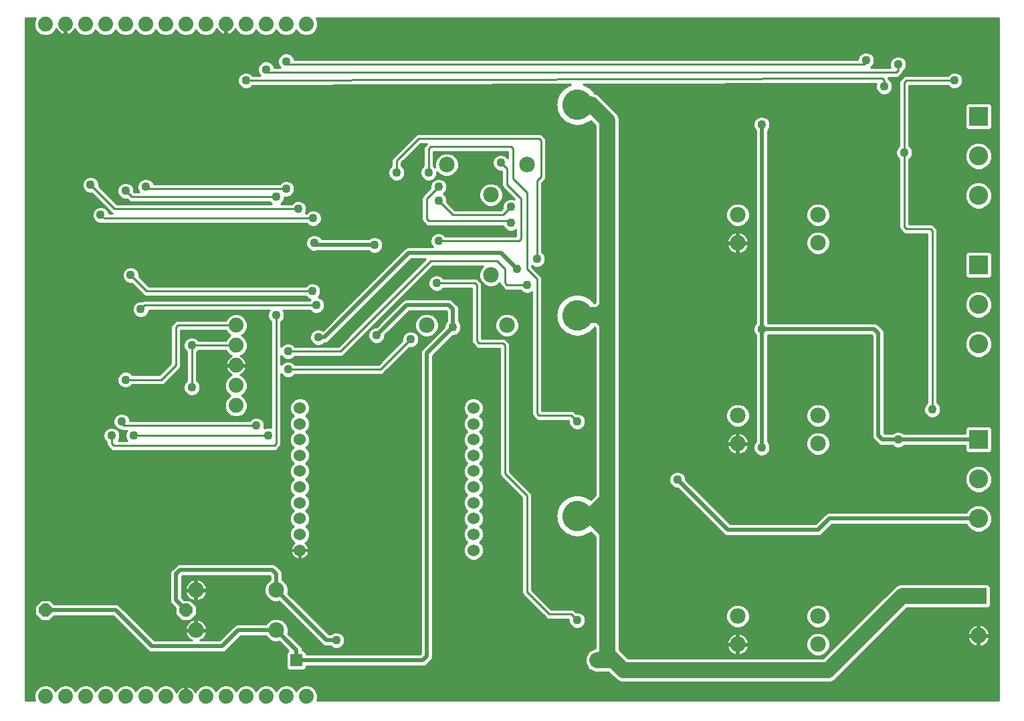
<source format=gbl>
G75*
G70*
%OFA0B0*%
%FSLAX24Y24*%
%IPPOS*%
%LPD*%
%AMOC8*
5,1,8,0,0,1.08239X$1,22.5*
%
%ADD10C,0.0740*%
%ADD11C,0.0600*%
%ADD12C,0.0780*%
%ADD13R,0.0950X0.0950*%
%ADD14C,0.0950*%
%ADD15R,0.0594X0.0594*%
%ADD16OC8,0.0640*%
%ADD17R,0.0800X0.0800*%
%ADD18C,0.0800*%
%ADD19C,0.0436*%
%ADD20C,0.0100*%
%ADD21C,0.0200*%
%ADD22C,0.1200*%
%ADD23C,0.0800*%
D10*
X003516Y001496D03*
X004516Y001496D03*
X005516Y001496D03*
X006516Y001496D03*
X007516Y001496D03*
X008516Y001496D03*
X009516Y001496D03*
X010516Y001496D03*
X011516Y001496D03*
X012516Y001496D03*
X013516Y001496D03*
X014516Y001496D03*
X015516Y001496D03*
X016516Y001496D03*
X013016Y015996D03*
X013016Y016996D03*
X013016Y017996D03*
X013016Y018996D03*
X013016Y019996D03*
X012516Y034996D03*
X011516Y034996D03*
X010516Y034996D03*
X009516Y034996D03*
X008516Y034996D03*
X007516Y034996D03*
X006516Y034996D03*
X005516Y034996D03*
X004516Y034996D03*
X003516Y034996D03*
X013516Y034996D03*
X014516Y034996D03*
X015516Y034996D03*
X016516Y034996D03*
D11*
X016185Y015870D03*
X016185Y015083D03*
X016185Y014295D03*
X016185Y013508D03*
X016185Y012721D03*
X016185Y011933D03*
X016185Y011146D03*
X016185Y010358D03*
X016185Y009571D03*
X016185Y008784D03*
X024846Y008784D03*
X024846Y009571D03*
X024846Y010358D03*
X024846Y011146D03*
X024846Y011933D03*
X024846Y012721D03*
X024846Y013508D03*
X024846Y014295D03*
X024846Y015083D03*
X024846Y015870D03*
D12*
X026516Y019996D03*
X025716Y022496D03*
X022516Y019996D03*
X025716Y026496D03*
X027516Y027996D03*
X023516Y027996D03*
X038016Y025496D03*
X038016Y024096D03*
X042016Y024096D03*
X042016Y025496D03*
X042016Y015496D03*
X042016Y014096D03*
X038016Y014096D03*
X038016Y015496D03*
X038016Y005496D03*
X038016Y004096D03*
X042016Y004096D03*
X042016Y005496D03*
X015016Y004796D03*
X015016Y006796D03*
X011016Y006796D03*
X011016Y004796D03*
D13*
X050016Y014296D03*
X050016Y022996D03*
X050016Y030396D03*
D14*
X050016Y028428D03*
X050016Y026459D03*
X050016Y021028D03*
X050016Y019059D03*
X050016Y012328D03*
X050016Y010359D03*
D15*
X031016Y003296D03*
X016016Y003296D03*
D16*
X010516Y005796D03*
X003516Y005796D03*
D17*
X050016Y006496D03*
D18*
X050016Y004528D03*
D19*
X045716Y004096D03*
X041816Y010896D03*
X037716Y011896D03*
X035016Y012296D03*
X039216Y013896D03*
X043016Y013996D03*
X046016Y014296D03*
X047716Y015796D03*
X039216Y019796D03*
X037416Y022096D03*
X042216Y022096D03*
X044216Y022996D03*
X046316Y028596D03*
X042116Y031596D03*
X044416Y033196D03*
X045316Y031896D03*
X046016Y032996D03*
X048816Y032196D03*
X039216Y029996D03*
X037316Y031596D03*
X026716Y025896D03*
X026716Y025096D03*
X028016Y023296D03*
X027016Y022796D03*
X027516Y021996D03*
X023816Y019896D03*
X021716Y019296D03*
X020016Y019496D03*
X017116Y019396D03*
X015616Y018696D03*
X015616Y017796D03*
X014016Y014996D03*
X014616Y014496D03*
X010816Y016896D03*
X008266Y017996D03*
X007516Y017276D03*
X009316Y019096D03*
X010816Y018996D03*
X008266Y020796D03*
X007766Y022496D03*
X006266Y025496D03*
X005766Y026996D03*
X007516Y026696D03*
X008516Y026896D03*
X015016Y026396D03*
X015516Y026796D03*
X016116Y025796D03*
X016856Y025326D03*
X016916Y024096D03*
X019216Y025896D03*
X019916Y023996D03*
X023116Y024196D03*
X023116Y026196D03*
X023116Y026896D03*
X022616Y027596D03*
X021016Y027596D03*
X026216Y028096D03*
X023016Y022096D03*
X017016Y020996D03*
X016816Y021696D03*
X015016Y020496D03*
X007316Y015196D03*
X006816Y014496D03*
X007916Y014496D03*
X005316Y019096D03*
X013516Y032196D03*
X014516Y032746D03*
X015516Y033146D03*
X030016Y015196D03*
X030016Y005296D03*
X018016Y004296D03*
D20*
X002982Y001296D02*
X002516Y001296D01*
X002516Y035296D01*
X003023Y035296D01*
X002946Y035110D01*
X002946Y034883D01*
X003033Y034673D01*
X003193Y034513D01*
X003402Y034426D01*
X003629Y034426D01*
X003839Y034513D01*
X003999Y034673D01*
X004043Y034779D01*
X004071Y034724D01*
X004119Y034657D01*
X004177Y034600D01*
X004243Y034551D01*
X004316Y034514D01*
X004394Y034489D01*
X004466Y034478D01*
X004466Y034946D01*
X004566Y034946D01*
X004566Y034478D01*
X004638Y034489D01*
X004715Y034514D01*
X004788Y034551D01*
X004854Y034600D01*
X004912Y034657D01*
X004960Y034724D01*
X004989Y034779D01*
X005033Y034673D01*
X005193Y034513D01*
X005402Y034426D01*
X005629Y034426D01*
X005839Y034513D01*
X005999Y034673D01*
X006016Y034714D01*
X006033Y034673D01*
X006193Y034513D01*
X006402Y034426D01*
X006629Y034426D01*
X006839Y034513D01*
X006999Y034673D01*
X007016Y034714D01*
X007033Y034673D01*
X007193Y034513D01*
X007402Y034426D01*
X007629Y034426D01*
X007839Y034513D01*
X007999Y034673D01*
X008016Y034714D01*
X008033Y034673D01*
X008193Y034513D01*
X008402Y034426D01*
X008629Y034426D01*
X008839Y034513D01*
X008999Y034673D01*
X009016Y034714D01*
X009033Y034673D01*
X009193Y034513D01*
X009402Y034426D01*
X009629Y034426D01*
X009839Y034513D01*
X009999Y034673D01*
X010016Y034714D01*
X010033Y034673D01*
X010193Y034513D01*
X010402Y034426D01*
X010629Y034426D01*
X010839Y034513D01*
X010999Y034673D01*
X011016Y034714D01*
X011033Y034673D01*
X011193Y034513D01*
X011402Y034426D01*
X011629Y034426D01*
X011839Y034513D01*
X011999Y034673D01*
X012043Y034779D01*
X012071Y034724D01*
X012119Y034657D01*
X012177Y034600D01*
X012243Y034551D01*
X012316Y034514D01*
X012394Y034489D01*
X012466Y034478D01*
X012466Y034946D01*
X012566Y034946D01*
X012566Y034478D01*
X012638Y034489D01*
X012715Y034514D01*
X012788Y034551D01*
X012854Y034600D01*
X012912Y034657D01*
X012960Y034724D01*
X012989Y034779D01*
X013033Y034673D01*
X013193Y034513D01*
X013402Y034426D01*
X013629Y034426D01*
X013839Y034513D01*
X013999Y034673D01*
X014016Y034714D01*
X014033Y034673D01*
X014193Y034513D01*
X014402Y034426D01*
X014629Y034426D01*
X014839Y034513D01*
X014999Y034673D01*
X015016Y034714D01*
X015033Y034673D01*
X015193Y034513D01*
X015402Y034426D01*
X015629Y034426D01*
X015839Y034513D01*
X015999Y034673D01*
X016016Y034714D01*
X016033Y034673D01*
X016193Y034513D01*
X016402Y034426D01*
X016629Y034426D01*
X016839Y034513D01*
X016999Y034673D01*
X017086Y034883D01*
X017086Y035110D01*
X017008Y035296D01*
X051016Y035296D01*
X051016Y001296D01*
X017050Y001296D01*
X017086Y001383D01*
X017086Y001610D01*
X016999Y001819D01*
X016839Y001979D01*
X051016Y001979D01*
X051016Y002077D02*
X002516Y002077D01*
X002516Y001979D02*
X003192Y001979D01*
X003193Y001979D02*
X003033Y001819D01*
X002946Y001610D01*
X002946Y001383D01*
X002982Y001296D01*
X002946Y001387D02*
X002516Y001387D01*
X002516Y001486D02*
X002946Y001486D01*
X002946Y001585D02*
X002516Y001585D01*
X002516Y001683D02*
X002976Y001683D01*
X003017Y001782D02*
X002516Y001782D01*
X002516Y001880D02*
X003094Y001880D01*
X003193Y001979D02*
X003402Y002066D01*
X003629Y002066D01*
X003839Y001979D01*
X004192Y001979D01*
X004193Y001979D02*
X004033Y001819D01*
X004016Y001779D01*
X003999Y001819D01*
X003839Y001979D01*
X003938Y001880D02*
X004094Y001880D01*
X004017Y001782D02*
X004014Y001782D01*
X004193Y001979D02*
X004402Y002066D01*
X004629Y002066D01*
X004839Y001979D01*
X005192Y001979D01*
X005193Y001979D02*
X005033Y001819D01*
X005016Y001779D01*
X004999Y001819D01*
X004839Y001979D01*
X004938Y001880D02*
X005094Y001880D01*
X005017Y001782D02*
X005014Y001782D01*
X005193Y001979D02*
X005402Y002066D01*
X005629Y002066D01*
X005839Y001979D01*
X006192Y001979D01*
X006193Y001979D02*
X006033Y001819D01*
X006016Y001779D01*
X005999Y001819D01*
X005839Y001979D01*
X005938Y001880D02*
X006094Y001880D01*
X006017Y001782D02*
X006014Y001782D01*
X006193Y001979D02*
X006402Y002066D01*
X006629Y002066D01*
X006839Y001979D01*
X007192Y001979D01*
X007193Y001979D02*
X007033Y001819D01*
X007016Y001779D01*
X006999Y001819D01*
X006839Y001979D01*
X006938Y001880D02*
X007094Y001880D01*
X007017Y001782D02*
X007014Y001782D01*
X007193Y001979D02*
X007402Y002066D01*
X007629Y002066D01*
X007839Y001979D01*
X008192Y001979D01*
X008193Y001979D02*
X008033Y001819D01*
X008016Y001779D01*
X007999Y001819D01*
X007839Y001979D01*
X007938Y001880D02*
X008094Y001880D01*
X008017Y001782D02*
X008014Y001782D01*
X008193Y001979D02*
X008402Y002066D01*
X008629Y002066D01*
X008839Y001979D01*
X009192Y001979D01*
X009193Y001979D02*
X009033Y001819D01*
X009016Y001779D01*
X008999Y001819D01*
X008839Y001979D01*
X008938Y001880D02*
X009094Y001880D01*
X009017Y001782D02*
X009014Y001782D01*
X009193Y001979D02*
X009402Y002066D01*
X009629Y002066D01*
X009839Y001979D01*
X010318Y001979D01*
X010316Y001978D02*
X010243Y001941D01*
X010177Y001893D01*
X010119Y001835D01*
X010071Y001769D01*
X010043Y001713D01*
X009999Y001819D01*
X009839Y001979D01*
X009938Y001880D02*
X010164Y001880D01*
X010080Y001782D02*
X010014Y001782D01*
X010316Y001978D02*
X010394Y002003D01*
X010466Y002015D01*
X010466Y001546D01*
X010566Y001546D01*
X010566Y002015D01*
X010638Y002003D01*
X010715Y001978D01*
X010788Y001941D01*
X010854Y001893D01*
X010912Y001835D01*
X010960Y001769D01*
X010989Y001713D01*
X011033Y001819D01*
X011193Y001979D01*
X011402Y002066D01*
X011629Y002066D01*
X011839Y001979D01*
X012192Y001979D01*
X012193Y001979D02*
X012033Y001819D01*
X012016Y001779D01*
X011999Y001819D01*
X011839Y001979D01*
X011938Y001880D02*
X012094Y001880D01*
X012017Y001782D02*
X012014Y001782D01*
X012193Y001979D02*
X012402Y002066D01*
X012629Y002066D01*
X012839Y001979D01*
X013192Y001979D01*
X013193Y001979D02*
X013033Y001819D01*
X013016Y001779D01*
X012999Y001819D01*
X012839Y001979D01*
X012938Y001880D02*
X013094Y001880D01*
X013017Y001782D02*
X013014Y001782D01*
X013193Y001979D02*
X013402Y002066D01*
X013629Y002066D01*
X013839Y001979D01*
X014192Y001979D01*
X014193Y001979D02*
X014033Y001819D01*
X014016Y001779D01*
X013999Y001819D01*
X013839Y001979D01*
X013938Y001880D02*
X014094Y001880D01*
X014017Y001782D02*
X014014Y001782D01*
X014193Y001979D02*
X014402Y002066D01*
X014629Y002066D01*
X014839Y001979D01*
X015192Y001979D01*
X015193Y001979D02*
X015033Y001819D01*
X015016Y001779D01*
X014999Y001819D01*
X014839Y001979D01*
X014938Y001880D02*
X015094Y001880D01*
X015017Y001782D02*
X015014Y001782D01*
X015193Y001979D02*
X015402Y002066D01*
X015629Y002066D01*
X015839Y001979D01*
X016192Y001979D01*
X016193Y001979D02*
X016033Y001819D01*
X016016Y001779D01*
X015999Y001819D01*
X015839Y001979D01*
X015938Y001880D02*
X016094Y001880D01*
X016017Y001782D02*
X016014Y001782D01*
X016193Y001979D02*
X016402Y002066D01*
X016629Y002066D01*
X016839Y001979D01*
X016938Y001880D02*
X051016Y001880D01*
X051016Y001782D02*
X017014Y001782D01*
X017055Y001683D02*
X051016Y001683D01*
X051016Y001585D02*
X017086Y001585D01*
X017086Y001486D02*
X051016Y001486D01*
X051016Y001387D02*
X017086Y001387D01*
X016396Y002799D02*
X015636Y002799D01*
X015519Y002916D01*
X015519Y003676D01*
X015615Y003773D01*
X015167Y004220D01*
X015133Y004206D01*
X014898Y004206D01*
X014682Y004296D01*
X014516Y004462D01*
X014501Y004496D01*
X013240Y004496D01*
X012570Y003826D01*
X012486Y003742D01*
X012375Y003696D01*
X008875Y003696D01*
X008756Y003696D01*
X008646Y003742D01*
X006891Y005496D01*
X003951Y005496D01*
X003731Y005276D01*
X003300Y005276D01*
X002996Y005581D01*
X002996Y006012D01*
X003300Y006316D01*
X003731Y006316D01*
X003951Y006096D01*
X006956Y006096D01*
X007075Y006096D01*
X007186Y006051D01*
X008940Y004296D01*
X010808Y004296D01*
X010733Y004334D01*
X010664Y004384D01*
X010604Y004444D01*
X010554Y004513D01*
X010515Y004589D01*
X010489Y004670D01*
X010477Y004748D01*
X010967Y004748D01*
X010967Y004845D01*
X010967Y005335D01*
X010889Y005323D01*
X010808Y005297D01*
X010733Y005258D01*
X010664Y005208D01*
X010604Y005148D01*
X010554Y005079D01*
X010515Y005004D01*
X010489Y004923D01*
X010477Y004845D01*
X010967Y004845D01*
X011064Y004845D01*
X011064Y005335D01*
X011142Y005323D01*
X011223Y005297D01*
X011299Y005258D01*
X011368Y005208D01*
X011428Y005148D01*
X011478Y005079D01*
X011516Y005004D01*
X011542Y004923D01*
X011555Y004845D01*
X011064Y004845D01*
X011064Y004748D01*
X011555Y004748D01*
X011542Y004670D01*
X011516Y004589D01*
X011478Y004513D01*
X011428Y004444D01*
X011368Y004384D01*
X011299Y004334D01*
X011224Y004296D01*
X012191Y004296D01*
X012946Y005051D01*
X013056Y005096D01*
X013175Y005096D01*
X014501Y005096D01*
X014516Y005130D01*
X014682Y005296D01*
X014898Y005386D01*
X015133Y005386D01*
X015350Y005296D01*
X015516Y005130D01*
X015606Y004914D01*
X015606Y004679D01*
X015592Y004645D01*
X016270Y003966D01*
X016316Y003856D01*
X016316Y003793D01*
X016396Y003793D01*
X016513Y003676D01*
X016513Y003596D01*
X022191Y003596D01*
X022216Y003620D01*
X022216Y018536D01*
X022216Y018656D01*
X022261Y018766D01*
X023398Y019902D01*
X023398Y019979D01*
X023461Y020133D01*
X023516Y020187D01*
X023516Y020672D01*
X023491Y020696D01*
X021640Y020696D01*
X020434Y019490D01*
X020434Y019413D01*
X020370Y019259D01*
X020253Y019142D01*
X020099Y019078D01*
X019933Y019078D01*
X019779Y019142D01*
X019661Y019259D01*
X019598Y019413D01*
X019598Y019579D01*
X019661Y019733D01*
X019779Y019851D01*
X019933Y019914D01*
X020010Y019914D01*
X021261Y021166D01*
X021346Y021251D01*
X021456Y021296D01*
X023556Y021296D01*
X023675Y021296D01*
X023786Y021251D01*
X023986Y021051D01*
X024070Y020966D01*
X024116Y020856D01*
X024116Y020187D01*
X024170Y020133D01*
X024234Y019979D01*
X024234Y019813D01*
X024170Y019659D01*
X024053Y019542D01*
X023899Y019478D01*
X023822Y019478D01*
X022816Y018472D01*
X022816Y003436D01*
X022770Y003326D01*
X022686Y003242D01*
X022570Y003126D01*
X022486Y003042D01*
X022375Y002996D01*
X016513Y002996D01*
X016513Y002916D01*
X016396Y002799D01*
X016462Y002866D02*
X030569Y002866D01*
X030519Y002916D02*
X030636Y002799D01*
X030664Y002799D01*
X030676Y002788D01*
X030896Y002696D01*
X031096Y002696D01*
X031567Y002696D01*
X031807Y002456D01*
X031976Y002288D01*
X032196Y002196D01*
X042396Y002196D01*
X042635Y002196D01*
X042856Y002288D01*
X046464Y005896D01*
X049533Y005896D01*
X050499Y005896D01*
X050616Y006013D01*
X050616Y006979D01*
X050499Y007096D01*
X049533Y007096D01*
X046096Y007096D01*
X045876Y007005D01*
X045707Y006836D01*
X042267Y003396D01*
X032564Y003396D01*
X032324Y003636D01*
X032156Y003805D01*
X032156Y003805D01*
X032116Y003845D01*
X032116Y009577D01*
X032116Y011316D01*
X032116Y020216D01*
X032116Y020777D01*
X032116Y030316D01*
X032024Y030536D01*
X031856Y030705D01*
X031224Y031336D01*
X031056Y031505D01*
X030897Y031570D01*
X030893Y031582D01*
X030866Y031614D01*
X030844Y031650D01*
X030821Y031666D01*
X030804Y031687D01*
X030791Y031712D01*
X030759Y031739D01*
X030732Y031771D01*
X030707Y031784D01*
X030686Y031802D01*
X030669Y031825D01*
X030634Y031846D01*
X030602Y031874D01*
X030575Y031883D01*
X030552Y031897D01*
X030532Y031917D01*
X030493Y031933D01*
X030457Y031955D01*
X030429Y031959D01*
X030404Y031969D01*
X030381Y031986D01*
X030341Y031996D01*
X030329Y032001D01*
X044318Y032046D01*
X044925Y032046D01*
X044898Y031979D01*
X044898Y031813D01*
X044961Y031659D01*
X045079Y031542D01*
X045233Y031478D01*
X045399Y031478D01*
X045553Y031542D01*
X045670Y031659D01*
X045734Y031813D01*
X045734Y031979D01*
X045670Y032133D01*
X045566Y032237D01*
X045566Y032246D01*
X045528Y032338D01*
X045519Y032346D01*
X045965Y032346D01*
X046057Y032384D01*
X046128Y032455D01*
X046157Y032484D01*
X046228Y032555D01*
X046266Y032646D01*
X046266Y032655D01*
X046370Y032759D01*
X046434Y032913D01*
X046434Y033079D01*
X046370Y033233D01*
X046253Y033351D01*
X046099Y033414D01*
X045933Y033414D01*
X045779Y033351D01*
X045661Y033233D01*
X045598Y033079D01*
X045598Y032913D01*
X045625Y032846D01*
X044657Y032846D01*
X044770Y032959D01*
X044834Y033113D01*
X044834Y033279D01*
X044770Y033433D01*
X044653Y033551D01*
X044499Y033614D01*
X044333Y033614D01*
X044179Y033551D01*
X044061Y033433D01*
X043998Y033279D01*
X043998Y033246D01*
X015927Y033246D01*
X015870Y033383D01*
X015753Y033501D01*
X015599Y033564D01*
X015433Y033564D01*
X015279Y033501D01*
X015161Y033383D01*
X015098Y033229D01*
X015098Y033063D01*
X015161Y032909D01*
X015225Y032846D01*
X014927Y032846D01*
X014870Y032983D01*
X014753Y033101D01*
X014599Y033164D01*
X014433Y033164D01*
X014279Y033101D01*
X014161Y032983D01*
X014098Y032829D01*
X014098Y032663D01*
X014161Y032509D01*
X014223Y032448D01*
X013856Y032447D01*
X013753Y032551D01*
X013599Y032614D01*
X013433Y032614D01*
X013279Y032551D01*
X013161Y032433D01*
X013098Y032279D01*
X013098Y032113D01*
X013161Y031959D01*
X013279Y031842D01*
X013433Y031778D01*
X013599Y031778D01*
X013753Y031842D01*
X013858Y031947D01*
X029698Y031999D01*
X029691Y031996D01*
X029650Y031986D01*
X029627Y031969D01*
X029602Y031959D01*
X029574Y031955D01*
X029539Y031933D01*
X029500Y031917D01*
X029480Y031897D01*
X029457Y031883D01*
X029430Y031874D01*
X029398Y031846D01*
X029362Y031825D01*
X029346Y031802D01*
X029325Y031784D01*
X029300Y031771D01*
X029273Y031739D01*
X029241Y031712D01*
X029228Y031687D01*
X029210Y031666D01*
X029187Y031650D01*
X029166Y031614D01*
X029138Y031582D01*
X029129Y031555D01*
X029115Y031532D01*
X029095Y031512D01*
X029079Y031473D01*
X029057Y031438D01*
X029053Y031410D01*
X029042Y031385D01*
X029026Y031362D01*
X029016Y031321D01*
X029000Y031282D01*
X029000Y031254D01*
X028994Y031228D01*
X028981Y031203D01*
X028978Y031161D01*
X028968Y031120D01*
X028972Y031092D01*
X028970Y031065D01*
X028961Y031038D01*
X028965Y030996D01*
X028961Y030954D01*
X028970Y030927D01*
X028972Y030901D01*
X028968Y030873D01*
X028978Y030832D01*
X028981Y030790D01*
X028994Y030765D01*
X029000Y030739D01*
X029000Y030710D01*
X029016Y030671D01*
X029026Y030631D01*
X029042Y030608D01*
X029053Y030583D01*
X029057Y030555D01*
X029079Y030519D01*
X029095Y030480D01*
X029115Y030460D01*
X029129Y030437D01*
X029138Y030410D01*
X029166Y030378D01*
X029187Y030343D01*
X029210Y030326D01*
X029228Y030305D01*
X029241Y030280D01*
X029273Y030253D01*
X029300Y030221D01*
X029325Y030208D01*
X029346Y030191D01*
X029362Y030168D01*
X029398Y030146D01*
X029430Y030119D01*
X029457Y030110D01*
X029480Y030096D01*
X029500Y030076D01*
X029539Y030060D01*
X029574Y030038D01*
X029602Y030033D01*
X029627Y030023D01*
X029650Y030006D01*
X029691Y029997D01*
X029730Y029980D01*
X029758Y029980D01*
X029784Y029974D01*
X029809Y029961D01*
X029851Y029958D01*
X029892Y029948D01*
X029920Y029953D01*
X029947Y029951D01*
X029974Y029942D01*
X030016Y029945D01*
X030058Y029942D01*
X030084Y029951D01*
X030111Y029953D01*
X030139Y029948D01*
X030180Y029958D01*
X030222Y029961D01*
X030247Y029974D01*
X030273Y029980D01*
X030302Y029980D01*
X030341Y029997D01*
X030381Y030006D01*
X030404Y030023D01*
X030429Y030033D01*
X030457Y030038D01*
X030493Y030060D01*
X030532Y030076D01*
X030552Y030096D01*
X030575Y030110D01*
X030602Y030119D01*
X030634Y030146D01*
X030669Y030168D01*
X030680Y030183D01*
X030916Y029948D01*
X030916Y021145D01*
X030875Y021104D01*
X030866Y021114D01*
X030844Y021150D01*
X030821Y021166D01*
X030804Y021187D01*
X030791Y021212D01*
X030759Y021239D01*
X030732Y021271D01*
X030706Y021284D01*
X030686Y021302D01*
X030669Y021325D01*
X030634Y021346D01*
X030602Y021374D01*
X030575Y021383D01*
X030552Y021397D01*
X030532Y021417D01*
X030493Y021433D01*
X030457Y021455D01*
X030429Y021459D01*
X030404Y021469D01*
X030381Y021486D01*
X030341Y021496D01*
X030302Y021512D01*
X030273Y021512D01*
X030247Y021518D01*
X030222Y021531D01*
X030180Y021534D01*
X030139Y021544D01*
X030111Y021540D01*
X030084Y021542D01*
X030058Y021551D01*
X030016Y021547D01*
X029974Y021551D01*
X029947Y021542D01*
X029920Y021540D01*
X029892Y021544D01*
X029851Y021534D01*
X029809Y021531D01*
X029784Y021518D01*
X029758Y021512D01*
X029730Y021512D01*
X029691Y021496D01*
X029650Y021486D01*
X029627Y021469D01*
X029602Y021459D01*
X029574Y021455D01*
X029539Y021433D01*
X029500Y021417D01*
X029480Y021397D01*
X029457Y021383D01*
X029430Y021374D01*
X029398Y021346D01*
X029362Y021325D01*
X029346Y021302D01*
X029325Y021284D01*
X029300Y021271D01*
X029273Y021239D01*
X029241Y021212D01*
X029228Y021187D01*
X029210Y021166D01*
X029187Y021150D01*
X029166Y021114D01*
X029138Y021082D01*
X029129Y021055D01*
X029115Y021032D01*
X029095Y021012D01*
X029079Y020973D01*
X029057Y020938D01*
X029053Y020910D01*
X029042Y020885D01*
X029026Y020862D01*
X029016Y020821D01*
X029000Y020782D01*
X029000Y020754D01*
X028994Y020728D01*
X028981Y020703D01*
X028978Y020661D01*
X028968Y020620D01*
X028972Y020592D01*
X028970Y020565D01*
X028961Y020538D01*
X028965Y020496D01*
X028961Y020454D01*
X028970Y020427D01*
X028972Y020401D01*
X028968Y020373D01*
X028978Y020332D01*
X028981Y020290D01*
X028994Y020265D01*
X029000Y020239D01*
X029000Y020210D01*
X029016Y020171D01*
X029026Y020131D01*
X029042Y020108D01*
X029053Y020083D01*
X029057Y020055D01*
X029079Y020019D01*
X029095Y019980D01*
X029115Y019960D01*
X029129Y019937D01*
X029138Y019910D01*
X029166Y019878D01*
X029187Y019843D01*
X029210Y019826D01*
X029228Y019805D01*
X029241Y019780D01*
X029273Y019753D01*
X029300Y019721D01*
X029325Y019708D01*
X029346Y019691D01*
X029362Y019668D01*
X029398Y019646D01*
X029430Y019619D01*
X029457Y019610D01*
X029480Y019596D01*
X029500Y019576D01*
X029539Y019560D01*
X029574Y019538D01*
X029602Y019533D01*
X029627Y019523D01*
X029650Y019506D01*
X029691Y019497D01*
X029730Y019480D01*
X029758Y019480D01*
X029784Y019474D01*
X029809Y019461D01*
X029851Y019458D01*
X029892Y019448D01*
X029920Y019453D01*
X029947Y019451D01*
X029974Y019442D01*
X030016Y019445D01*
X030058Y019442D01*
X030084Y019451D01*
X030111Y019453D01*
X030139Y019448D01*
X030180Y019458D01*
X030222Y019461D01*
X030247Y019474D01*
X030273Y019480D01*
X030302Y019480D01*
X030341Y019497D01*
X030381Y019506D01*
X030404Y019523D01*
X030429Y019533D01*
X030457Y019538D01*
X030493Y019560D01*
X030532Y019576D01*
X030552Y019596D01*
X030575Y019610D01*
X030602Y019619D01*
X030634Y019646D01*
X030669Y019668D01*
X030686Y019691D01*
X030707Y019708D01*
X030732Y019721D01*
X030759Y019753D01*
X030791Y019780D01*
X030804Y019805D01*
X030821Y019826D01*
X030844Y019843D01*
X030866Y019878D01*
X030875Y019889D01*
X030916Y019848D01*
X030916Y011545D01*
X030680Y011309D01*
X030669Y011325D01*
X030634Y011346D01*
X030602Y011374D01*
X030575Y011383D01*
X030552Y011397D01*
X030532Y011417D01*
X030493Y011433D01*
X030457Y011455D01*
X030429Y011459D01*
X030404Y011469D01*
X030381Y011486D01*
X030341Y011496D01*
X030302Y011512D01*
X030273Y011512D01*
X030247Y011518D01*
X030222Y011531D01*
X030180Y011534D01*
X030139Y011544D01*
X030111Y011540D01*
X030084Y011542D01*
X030058Y011551D01*
X030016Y011547D01*
X029974Y011551D01*
X029947Y011542D01*
X029920Y011540D01*
X029892Y011544D01*
X029851Y011534D01*
X029809Y011531D01*
X029784Y011518D01*
X029758Y011512D01*
X029730Y011512D01*
X029691Y011496D01*
X029650Y011486D01*
X029627Y011469D01*
X029602Y011459D01*
X029574Y011455D01*
X029539Y011433D01*
X029500Y011417D01*
X029480Y011397D01*
X029457Y011383D01*
X029430Y011374D01*
X029398Y011346D01*
X029362Y011325D01*
X029346Y011302D01*
X029325Y011284D01*
X029300Y011271D01*
X029273Y011239D01*
X029241Y011212D01*
X029228Y011187D01*
X029210Y011166D01*
X029187Y011150D01*
X029166Y011114D01*
X029138Y011082D01*
X029129Y011055D01*
X029115Y011032D01*
X029095Y011012D01*
X029079Y010973D01*
X029057Y010938D01*
X029053Y010910D01*
X029042Y010885D01*
X029026Y010862D01*
X029016Y010821D01*
X029000Y010782D01*
X029000Y010754D01*
X028994Y010728D01*
X028981Y010703D01*
X028978Y010661D01*
X028968Y010620D01*
X028972Y010592D01*
X028970Y010565D01*
X028961Y010538D01*
X028965Y010496D01*
X028961Y010454D01*
X028970Y010427D01*
X028972Y010401D01*
X028968Y010373D01*
X028978Y010332D01*
X028981Y010290D01*
X028994Y010265D01*
X029000Y010239D01*
X029000Y010210D01*
X029016Y010171D01*
X029026Y010131D01*
X029042Y010108D01*
X029053Y010083D01*
X029057Y010055D01*
X029079Y010019D01*
X029095Y009980D01*
X029115Y009960D01*
X029129Y009937D01*
X029138Y009910D01*
X029166Y009878D01*
X029187Y009843D01*
X029210Y009826D01*
X029228Y009805D01*
X029241Y009780D01*
X029273Y009753D01*
X029300Y009721D01*
X029325Y009708D01*
X029346Y009691D01*
X029362Y009668D01*
X029398Y009646D01*
X029430Y009619D01*
X029457Y009610D01*
X029480Y009596D01*
X029500Y009576D01*
X029539Y009560D01*
X029574Y009538D01*
X029602Y009533D01*
X029627Y009523D01*
X029650Y009506D01*
X029691Y009497D01*
X029730Y009480D01*
X029758Y009480D01*
X029784Y009474D01*
X029809Y009461D01*
X029851Y009458D01*
X029892Y009448D01*
X029920Y009453D01*
X029947Y009451D01*
X029974Y009442D01*
X030016Y009445D01*
X030058Y009442D01*
X030084Y009451D01*
X030111Y009453D01*
X030139Y009448D01*
X030180Y009458D01*
X030222Y009461D01*
X030247Y009474D01*
X030273Y009480D01*
X030302Y009480D01*
X030341Y009497D01*
X030381Y009506D01*
X030404Y009523D01*
X030429Y009533D01*
X030457Y009538D01*
X030493Y009560D01*
X030532Y009576D01*
X030552Y009596D01*
X030575Y009610D01*
X030602Y009619D01*
X030634Y009646D01*
X030669Y009668D01*
X030680Y009683D01*
X030916Y009448D01*
X030916Y003896D01*
X030896Y003896D01*
X030676Y003805D01*
X030664Y003793D01*
X030636Y003793D01*
X030519Y003676D01*
X030519Y003648D01*
X030507Y003636D01*
X030416Y003416D01*
X030416Y003177D01*
X030507Y002956D01*
X030519Y002945D01*
X030519Y002916D01*
X030504Y002964D02*
X016513Y002964D01*
X016513Y003654D02*
X022216Y003654D01*
X022216Y003753D02*
X016437Y003753D01*
X016316Y003851D02*
X022216Y003851D01*
X022216Y003950D02*
X018260Y003950D01*
X018253Y003942D02*
X018370Y004059D01*
X018434Y004213D01*
X018434Y004379D01*
X018370Y004533D01*
X018253Y004651D01*
X018099Y004714D01*
X017933Y004714D01*
X017779Y004651D01*
X017724Y004596D01*
X017640Y004596D01*
X015592Y006645D01*
X015606Y006679D01*
X015606Y006914D01*
X015516Y007130D01*
X015350Y007296D01*
X015316Y007311D01*
X015316Y007536D01*
X015316Y007656D01*
X015270Y007766D01*
X015070Y007966D01*
X014986Y008051D01*
X014875Y008096D01*
X010275Y008096D01*
X010156Y008096D01*
X010046Y008051D01*
X009846Y007851D01*
X009761Y007766D01*
X009716Y007656D01*
X009716Y006356D01*
X009716Y006236D01*
X009761Y006126D01*
X009996Y005892D01*
X009996Y005581D01*
X010300Y005276D01*
X010731Y005276D01*
X011036Y005581D01*
X011036Y006012D01*
X010731Y006316D01*
X010420Y006316D01*
X010316Y006420D01*
X010316Y007472D01*
X010340Y007496D01*
X014691Y007496D01*
X014716Y007472D01*
X014716Y007311D01*
X014682Y007296D01*
X014516Y007130D01*
X014426Y006914D01*
X014426Y006679D01*
X014516Y006462D01*
X014682Y006296D01*
X014898Y006206D01*
X015133Y006206D01*
X015167Y006220D01*
X017346Y004042D01*
X017456Y003996D01*
X017575Y003996D01*
X017724Y003996D01*
X017779Y003942D01*
X017933Y003878D01*
X018099Y003878D01*
X018253Y003942D01*
X018359Y004048D02*
X022216Y004048D01*
X022216Y004147D02*
X018406Y004147D01*
X018434Y004245D02*
X022216Y004245D01*
X022216Y004344D02*
X018434Y004344D01*
X018408Y004442D02*
X022216Y004442D01*
X022216Y004541D02*
X018362Y004541D01*
X018264Y004639D02*
X022216Y004639D01*
X022216Y004738D02*
X017498Y004738D01*
X017400Y004836D02*
X022216Y004836D01*
X022216Y004935D02*
X017301Y004935D01*
X017203Y005034D02*
X022216Y005034D01*
X022216Y005132D02*
X017104Y005132D01*
X017006Y005231D02*
X022216Y005231D01*
X022216Y005329D02*
X016907Y005329D01*
X016808Y005428D02*
X022216Y005428D01*
X022216Y005526D02*
X016710Y005526D01*
X016611Y005625D02*
X022216Y005625D01*
X022216Y005723D02*
X016513Y005723D01*
X016414Y005822D02*
X022216Y005822D01*
X022216Y005920D02*
X016316Y005920D01*
X016217Y006019D02*
X022216Y006019D01*
X022216Y006118D02*
X016119Y006118D01*
X016020Y006216D02*
X022216Y006216D01*
X022216Y006315D02*
X015922Y006315D01*
X015823Y006413D02*
X022216Y006413D01*
X022216Y006512D02*
X015724Y006512D01*
X015626Y006610D02*
X022216Y006610D01*
X022216Y006709D02*
X015606Y006709D01*
X015606Y006807D02*
X022216Y006807D01*
X022216Y006906D02*
X015606Y006906D01*
X015568Y007004D02*
X022216Y007004D01*
X022216Y007103D02*
X015527Y007103D01*
X015445Y007202D02*
X022216Y007202D01*
X022216Y007300D02*
X015341Y007300D01*
X015316Y007399D02*
X022216Y007399D01*
X022216Y007497D02*
X015316Y007497D01*
X015316Y007596D02*
X022216Y007596D01*
X022216Y007694D02*
X015300Y007694D01*
X015243Y007793D02*
X022216Y007793D01*
X022216Y007891D02*
X015145Y007891D01*
X015046Y007990D02*
X022216Y007990D01*
X022216Y008088D02*
X014894Y008088D01*
X014716Y007399D02*
X010316Y007399D01*
X010316Y007300D02*
X010819Y007300D01*
X010808Y007297D02*
X010889Y007323D01*
X010967Y007335D01*
X010967Y006845D01*
X011064Y006845D01*
X011064Y007335D01*
X011142Y007323D01*
X011223Y007297D01*
X011299Y007258D01*
X011368Y007208D01*
X011428Y007148D01*
X011478Y007079D01*
X011516Y007004D01*
X014463Y007004D01*
X014426Y006906D02*
X011545Y006906D01*
X011542Y006923D02*
X011516Y007004D01*
X011542Y006923D02*
X011555Y006845D01*
X011064Y006845D01*
X011064Y006748D01*
X011555Y006748D01*
X011542Y006670D01*
X011516Y006589D01*
X011478Y006513D01*
X011428Y006444D01*
X011368Y006384D01*
X011299Y006334D01*
X011223Y006296D01*
X011142Y006270D01*
X011064Y006257D01*
X011064Y006748D01*
X010967Y006748D01*
X010477Y006748D01*
X010489Y006670D01*
X010515Y006589D01*
X010554Y006513D01*
X010604Y006444D01*
X010664Y006384D01*
X010733Y006334D01*
X010808Y006296D01*
X010889Y006270D01*
X010967Y006257D01*
X010967Y006748D01*
X010967Y006845D01*
X010477Y006845D01*
X010489Y006923D01*
X010515Y007004D01*
X010554Y007079D01*
X010604Y007148D01*
X010664Y007208D01*
X010733Y007258D01*
X010808Y007297D01*
X010967Y007300D02*
X011064Y007300D01*
X011064Y007202D02*
X010967Y007202D01*
X010967Y007103D02*
X011064Y007103D01*
X011064Y007004D02*
X010967Y007004D01*
X010967Y006906D02*
X011064Y006906D01*
X011064Y006807D02*
X014426Y006807D01*
X014426Y006709D02*
X011549Y006709D01*
X011523Y006610D02*
X014454Y006610D01*
X014495Y006512D02*
X011476Y006512D01*
X011396Y006413D02*
X014564Y006413D01*
X014663Y006315D02*
X011260Y006315D01*
X011064Y006315D02*
X010967Y006315D01*
X010967Y006413D02*
X011064Y006413D01*
X011064Y006512D02*
X010967Y006512D01*
X010967Y006610D02*
X011064Y006610D01*
X011064Y006709D02*
X010967Y006709D01*
X010967Y006807D02*
X010316Y006807D01*
X010316Y006709D02*
X010483Y006709D01*
X010508Y006610D02*
X010316Y006610D01*
X010316Y006512D02*
X010555Y006512D01*
X010635Y006413D02*
X010323Y006413D01*
X010733Y006315D02*
X010771Y006315D01*
X010831Y006216D02*
X014874Y006216D01*
X015157Y006216D02*
X015172Y006216D01*
X015270Y006118D02*
X010930Y006118D01*
X011028Y006019D02*
X015369Y006019D01*
X015467Y005920D02*
X011036Y005920D01*
X011036Y005822D02*
X015566Y005822D01*
X015664Y005723D02*
X011036Y005723D01*
X011036Y005625D02*
X015763Y005625D01*
X015861Y005526D02*
X010981Y005526D01*
X010883Y005428D02*
X015960Y005428D01*
X016058Y005329D02*
X015271Y005329D01*
X015416Y005231D02*
X016157Y005231D01*
X016256Y005132D02*
X015514Y005132D01*
X015556Y005034D02*
X016354Y005034D01*
X016453Y004935D02*
X015597Y004935D01*
X015606Y004836D02*
X016551Y004836D01*
X016650Y004738D02*
X015606Y004738D01*
X015597Y004639D02*
X016748Y004639D01*
X016847Y004541D02*
X015695Y004541D01*
X015794Y004442D02*
X016945Y004442D01*
X017044Y004344D02*
X015892Y004344D01*
X015991Y004245D02*
X017142Y004245D01*
X017241Y004147D02*
X016089Y004147D01*
X016188Y004048D02*
X017340Y004048D01*
X017771Y003950D02*
X016277Y003950D01*
X015595Y003753D02*
X012496Y003753D01*
X012595Y003851D02*
X015537Y003851D01*
X015438Y003950D02*
X012693Y003950D01*
X012792Y004048D02*
X015340Y004048D01*
X015241Y004147D02*
X012890Y004147D01*
X012989Y004245D02*
X014804Y004245D01*
X014634Y004344D02*
X013088Y004344D01*
X013186Y004442D02*
X014535Y004442D01*
X014517Y005132D02*
X011439Y005132D01*
X011501Y005034D02*
X012929Y005034D01*
X012830Y004935D02*
X011538Y004935D01*
X011553Y004738D02*
X012633Y004738D01*
X012535Y004639D02*
X011533Y004639D01*
X011492Y004541D02*
X012436Y004541D01*
X012338Y004442D02*
X011426Y004442D01*
X011312Y004344D02*
X012239Y004344D01*
X012732Y004836D02*
X011064Y004836D01*
X010967Y004836D02*
X008400Y004836D01*
X008498Y004738D02*
X010478Y004738D01*
X010499Y004639D02*
X008597Y004639D01*
X008695Y004541D02*
X010540Y004541D01*
X010606Y004442D02*
X008794Y004442D01*
X008892Y004344D02*
X010720Y004344D01*
X010493Y004935D02*
X008301Y004935D01*
X008203Y005034D02*
X010531Y005034D01*
X010592Y005132D02*
X008104Y005132D01*
X008006Y005231D02*
X010695Y005231D01*
X010784Y005329D02*
X010929Y005329D01*
X010967Y005329D02*
X011064Y005329D01*
X011102Y005329D02*
X014761Y005329D01*
X014616Y005231D02*
X011336Y005231D01*
X011064Y005231D02*
X010967Y005231D01*
X010967Y005132D02*
X011064Y005132D01*
X011064Y005034D02*
X010967Y005034D01*
X010967Y004935D02*
X011064Y004935D01*
X010247Y005329D02*
X007907Y005329D01*
X007808Y005428D02*
X010149Y005428D01*
X010050Y005526D02*
X007710Y005526D01*
X007611Y005625D02*
X009996Y005625D01*
X009996Y005723D02*
X007513Y005723D01*
X007414Y005822D02*
X009996Y005822D01*
X009967Y005920D02*
X007316Y005920D01*
X007217Y006019D02*
X009869Y006019D01*
X009770Y006118D02*
X003930Y006118D01*
X003831Y006216D02*
X009724Y006216D01*
X009716Y006315D02*
X003733Y006315D01*
X003299Y006315D02*
X002516Y006315D01*
X002516Y006413D02*
X009716Y006413D01*
X009716Y006512D02*
X002516Y006512D01*
X002516Y006610D02*
X009716Y006610D01*
X009716Y006709D02*
X002516Y006709D01*
X002516Y006807D02*
X009716Y006807D01*
X009716Y006906D02*
X002516Y006906D01*
X002516Y007004D02*
X009716Y007004D01*
X009716Y007103D02*
X002516Y007103D01*
X002516Y007202D02*
X009716Y007202D01*
X009716Y007300D02*
X002516Y007300D01*
X002516Y007399D02*
X009716Y007399D01*
X009716Y007497D02*
X002516Y007497D01*
X002516Y007596D02*
X009716Y007596D01*
X009732Y007694D02*
X002516Y007694D01*
X002516Y007793D02*
X009788Y007793D01*
X009887Y007891D02*
X002516Y007891D01*
X002516Y007990D02*
X009985Y007990D01*
X010137Y008088D02*
X002516Y008088D01*
X002516Y008187D02*
X022216Y008187D01*
X022216Y008286D02*
X002516Y008286D01*
X002516Y008384D02*
X015978Y008384D01*
X015949Y008399D02*
X016012Y008367D01*
X016080Y008345D01*
X016150Y008334D01*
X016156Y008334D01*
X016156Y008755D01*
X015735Y008755D01*
X015735Y008748D01*
X015746Y008678D01*
X015768Y008611D01*
X015800Y008548D01*
X015842Y008490D01*
X015892Y008440D01*
X015949Y008399D01*
X015850Y008483D02*
X002516Y008483D01*
X002516Y008581D02*
X015783Y008581D01*
X015746Y008680D02*
X002516Y008680D01*
X002516Y008778D02*
X016156Y008778D01*
X016156Y008755D02*
X016156Y008812D01*
X015735Y008812D01*
X015735Y008819D01*
X015746Y008889D01*
X015768Y008956D01*
X015800Y009019D01*
X015842Y009077D01*
X015892Y009127D01*
X015913Y009142D01*
X015902Y009147D01*
X015761Y009288D01*
X015685Y009472D01*
X015685Y009670D01*
X015761Y009854D01*
X015872Y009965D01*
X015761Y010075D01*
X015685Y010259D01*
X015685Y010458D01*
X015761Y010642D01*
X015872Y010752D01*
X015761Y010863D01*
X015685Y011046D01*
X015685Y011245D01*
X015761Y011429D01*
X015872Y011539D01*
X015761Y011650D01*
X015685Y011834D01*
X015685Y012033D01*
X015761Y012216D01*
X015872Y012327D01*
X015761Y012437D01*
X015685Y012621D01*
X015685Y012820D01*
X015761Y013004D01*
X015872Y013114D01*
X015761Y013225D01*
X015685Y013409D01*
X015685Y013607D01*
X002516Y013607D01*
X002516Y013705D02*
X015726Y013705D01*
X015761Y013791D02*
X015685Y013607D01*
X015685Y013508D02*
X002516Y013508D01*
X002516Y013410D02*
X015685Y013410D01*
X015725Y013311D02*
X002516Y013311D01*
X002516Y013213D02*
X015773Y013213D01*
X015871Y013114D02*
X002516Y013114D01*
X002516Y013016D02*
X015773Y013016D01*
X015725Y012917D02*
X002516Y012917D01*
X002516Y012819D02*
X015685Y012819D01*
X015685Y012720D02*
X002516Y012720D01*
X002516Y012621D02*
X015685Y012621D01*
X015726Y012523D02*
X002516Y012523D01*
X002516Y012424D02*
X015774Y012424D01*
X015871Y012326D02*
X002516Y012326D01*
X002516Y012227D02*
X015772Y012227D01*
X015725Y012129D02*
X002516Y012129D01*
X002516Y012030D02*
X015685Y012030D01*
X015685Y011932D02*
X002516Y011932D01*
X002516Y011833D02*
X015685Y011833D01*
X015726Y011735D02*
X002516Y011735D01*
X002516Y011636D02*
X015775Y011636D01*
X015870Y011537D02*
X002516Y011537D01*
X002516Y011439D02*
X015771Y011439D01*
X015724Y011340D02*
X002516Y011340D01*
X002516Y011242D02*
X015685Y011242D01*
X015685Y011143D02*
X002516Y011143D01*
X002516Y011045D02*
X015686Y011045D01*
X015726Y010946D02*
X002516Y010946D01*
X002516Y010848D02*
X015776Y010848D01*
X015869Y010749D02*
X002516Y010749D01*
X002516Y010651D02*
X015770Y010651D01*
X015724Y010552D02*
X002516Y010552D01*
X002516Y010453D02*
X015685Y010453D01*
X015685Y010355D02*
X002516Y010355D01*
X002516Y010256D02*
X015686Y010256D01*
X015727Y010158D02*
X002516Y010158D01*
X002516Y010059D02*
X015777Y010059D01*
X015868Y009961D02*
X002516Y009961D01*
X002516Y009862D02*
X015769Y009862D01*
X015724Y009764D02*
X002516Y009764D01*
X002516Y009665D02*
X015685Y009665D01*
X015685Y009567D02*
X002516Y009567D01*
X002516Y009468D02*
X015686Y009468D01*
X015727Y009369D02*
X002516Y009369D01*
X002516Y009271D02*
X015778Y009271D01*
X015877Y009172D02*
X002516Y009172D01*
X002516Y009074D02*
X015840Y009074D01*
X015778Y008975D02*
X002516Y008975D01*
X002516Y008877D02*
X015744Y008877D01*
X016156Y008755D02*
X016214Y008755D01*
X016214Y008812D01*
X016635Y008812D01*
X016635Y008819D01*
X016624Y008889D01*
X016602Y008956D01*
X016570Y009019D01*
X016528Y009077D01*
X016478Y009127D01*
X016457Y009142D01*
X016468Y009147D01*
X016609Y009288D01*
X016685Y009472D01*
X016685Y009670D01*
X016609Y009854D01*
X016498Y009965D01*
X016609Y010075D01*
X016685Y010259D01*
X016685Y010458D01*
X016609Y010642D01*
X016498Y010752D01*
X016609Y010863D01*
X016685Y011046D01*
X016685Y011245D01*
X016609Y011429D01*
X016498Y011539D01*
X016609Y011650D01*
X016685Y011834D01*
X016685Y012033D01*
X016609Y012216D01*
X016498Y012327D01*
X016609Y012437D01*
X016685Y012621D01*
X016685Y012820D01*
X016609Y013004D01*
X016498Y013114D01*
X016609Y013225D01*
X016685Y013409D01*
X016685Y013607D01*
X022216Y013607D01*
X022216Y013705D02*
X016644Y013705D01*
X016609Y013791D02*
X016498Y013902D01*
X016609Y014012D01*
X016685Y014196D01*
X016685Y014395D01*
X016609Y014579D01*
X016498Y014689D01*
X016609Y014800D01*
X016685Y014983D01*
X016685Y015182D01*
X016609Y015366D01*
X016498Y015476D01*
X016609Y015587D01*
X016685Y015771D01*
X016685Y015970D01*
X016609Y016153D01*
X016468Y016294D01*
X016284Y016370D01*
X016086Y016370D01*
X015902Y016294D01*
X015761Y016153D01*
X015685Y015970D01*
X015685Y015771D01*
X015761Y015587D01*
X015872Y015476D01*
X015761Y015366D01*
X015685Y015182D01*
X015685Y014983D01*
X015761Y014800D01*
X015872Y014689D01*
X015761Y014579D01*
X015685Y014395D01*
X015685Y014196D01*
X015761Y014012D01*
X015872Y013902D01*
X015761Y013791D01*
X015774Y013804D02*
X015077Y013804D01*
X015057Y013784D02*
X015128Y013855D01*
X015228Y013955D01*
X015266Y014046D01*
X015266Y014146D01*
X015266Y017555D01*
X015379Y017442D01*
X015533Y017378D01*
X015699Y017378D01*
X015853Y017442D01*
X015957Y017546D01*
X020265Y017546D01*
X020357Y017584D01*
X020428Y017655D01*
X021651Y018878D01*
X021799Y018878D01*
X021953Y018942D01*
X022070Y019059D01*
X022134Y019213D01*
X022134Y019379D01*
X022070Y019533D01*
X021953Y019651D01*
X021799Y019714D01*
X021633Y019714D01*
X021479Y019651D01*
X021361Y019533D01*
X021298Y019379D01*
X021298Y019232D01*
X020112Y018046D01*
X015957Y018046D01*
X015853Y018151D01*
X015699Y018214D01*
X015533Y018214D01*
X015379Y018151D01*
X015266Y018037D01*
X015266Y018455D01*
X015379Y018342D01*
X015533Y018278D01*
X015699Y018278D01*
X015853Y018342D01*
X015957Y018446D01*
X018166Y018446D01*
X018265Y018446D01*
X018357Y018484D01*
X022819Y022946D01*
X025331Y022946D01*
X025216Y022830D01*
X025126Y022614D01*
X025126Y022379D01*
X025216Y022162D01*
X025382Y021996D01*
X025598Y021906D01*
X025833Y021906D01*
X026050Y021996D01*
X026166Y022112D01*
X026166Y022046D01*
X026204Y021955D01*
X026304Y021855D01*
X026374Y021784D01*
X026466Y021746D01*
X027174Y021746D01*
X027279Y021642D01*
X027433Y021578D01*
X027599Y021578D01*
X027753Y021642D01*
X027766Y021655D01*
X027766Y015546D01*
X027804Y015455D01*
X027874Y015384D01*
X027974Y015284D01*
X028066Y015246D01*
X028165Y015246D01*
X029598Y015246D01*
X029598Y015113D01*
X029661Y014959D01*
X029779Y014842D01*
X029933Y014778D01*
X030099Y014778D01*
X030253Y014842D01*
X030370Y014959D01*
X030434Y015113D01*
X030434Y015279D01*
X030370Y015433D01*
X030253Y015551D01*
X030099Y015614D01*
X029951Y015614D01*
X029928Y015638D01*
X029857Y015708D01*
X029765Y015746D01*
X028266Y015746D01*
X028266Y022246D01*
X028266Y022346D01*
X028228Y022438D01*
X027766Y022900D01*
X027766Y022955D01*
X027779Y022942D01*
X027933Y022878D01*
X028099Y022878D01*
X028253Y022942D01*
X028370Y023059D01*
X028434Y023213D01*
X028434Y023379D01*
X028370Y023533D01*
X028266Y023637D01*
X028266Y027093D01*
X028357Y027184D01*
X028428Y027255D01*
X028466Y027346D01*
X028466Y029246D01*
X028428Y029338D01*
X028357Y029408D01*
X028257Y029508D01*
X028165Y029546D01*
X028066Y029546D01*
X022165Y029546D01*
X022066Y029546D01*
X021974Y029508D01*
X020874Y028408D01*
X020804Y028338D01*
X020766Y028246D01*
X020766Y027937D01*
X020661Y027833D01*
X020598Y027679D01*
X020598Y027513D01*
X020661Y027359D01*
X020779Y027242D01*
X020933Y027178D01*
X021099Y027178D01*
X021253Y027242D01*
X021370Y027359D01*
X021434Y027513D01*
X021434Y027679D01*
X021370Y027833D01*
X021266Y027937D01*
X021266Y028093D01*
X022366Y028093D01*
X022366Y028191D02*
X021364Y028191D01*
X021266Y028093D02*
X022219Y029046D01*
X022512Y029046D01*
X022504Y029038D01*
X022474Y029008D01*
X022404Y028938D01*
X022366Y028846D01*
X022366Y027937D01*
X022261Y027833D01*
X022198Y027679D01*
X022198Y027513D01*
X022261Y027359D01*
X022379Y027242D01*
X022533Y027178D01*
X022699Y027178D01*
X022853Y027242D01*
X022970Y027359D01*
X023034Y027513D01*
X023034Y027644D01*
X023182Y027496D01*
X023398Y027406D01*
X023633Y027406D01*
X023850Y027496D01*
X024016Y027662D01*
X024106Y027879D01*
X024106Y028114D01*
X024016Y028330D01*
X023850Y028496D01*
X023633Y028586D01*
X023398Y028586D01*
X023182Y028496D01*
X023016Y028330D01*
X022926Y028114D01*
X022926Y027879D01*
X022927Y027876D01*
X022866Y027937D01*
X022866Y028646D01*
X026566Y028646D01*
X026566Y028337D01*
X026453Y028451D01*
X026299Y028514D01*
X026133Y028514D01*
X025979Y028451D01*
X025861Y028333D01*
X025798Y028179D01*
X025798Y028013D01*
X025861Y027859D01*
X025979Y027742D01*
X026133Y027678D01*
X026266Y027678D01*
X026266Y026946D01*
X026304Y026855D01*
X026374Y026784D01*
X026876Y026282D01*
X026799Y026314D01*
X026633Y026314D01*
X026479Y026251D01*
X026361Y026133D01*
X026298Y025979D01*
X026298Y025832D01*
X026212Y025746D01*
X023919Y025746D01*
X023534Y026132D01*
X023534Y026279D01*
X023470Y026433D01*
X023357Y026546D01*
X023470Y026659D01*
X023534Y026813D01*
X023534Y026979D01*
X023470Y027133D01*
X023353Y027251D01*
X023199Y027314D01*
X023033Y027314D01*
X022879Y027251D01*
X022761Y027133D01*
X022698Y026979D01*
X022698Y026832D01*
X022304Y026438D01*
X022266Y026346D01*
X022266Y026246D01*
X022266Y025246D01*
X022304Y025155D01*
X022374Y025084D01*
X022404Y025055D01*
X022474Y024984D01*
X022566Y024946D01*
X026325Y024946D01*
X026361Y024859D01*
X026479Y024742D01*
X026633Y024678D01*
X026799Y024678D01*
X026953Y024742D01*
X026966Y024742D01*
X026966Y024755D02*
X026966Y024446D01*
X023457Y024446D01*
X023353Y024551D01*
X023199Y024614D01*
X023033Y024614D01*
X022879Y024551D01*
X022761Y024433D01*
X022698Y024279D01*
X022698Y024113D01*
X022761Y023959D01*
X022825Y023896D01*
X021556Y023896D01*
X021446Y023851D01*
X021361Y023766D01*
X017348Y019753D01*
X017199Y019814D01*
X017033Y019814D01*
X016879Y019751D01*
X016761Y019633D01*
X016698Y019479D01*
X016698Y019313D01*
X016761Y019159D01*
X016879Y019042D01*
X017033Y018978D01*
X017199Y018978D01*
X017353Y019042D01*
X017407Y019096D01*
X017475Y019096D01*
X017586Y019142D01*
X017670Y019226D01*
X017670Y019226D01*
X021740Y023296D01*
X022462Y023296D01*
X018112Y018946D01*
X015957Y018946D01*
X015853Y019051D01*
X015699Y019114D01*
X015533Y019114D01*
X015379Y019051D01*
X015266Y018937D01*
X015266Y020155D01*
X015370Y020259D01*
X015434Y020413D01*
X015434Y020579D01*
X015370Y020733D01*
X015357Y020746D01*
X016674Y020746D01*
X016779Y020642D01*
X016933Y020578D01*
X017099Y020578D01*
X017253Y020642D01*
X017370Y020759D01*
X017434Y020913D01*
X017434Y021079D01*
X017370Y021233D01*
X017253Y021351D01*
X017117Y021407D01*
X017170Y021459D01*
X017234Y021613D01*
X017234Y021779D01*
X017170Y021933D01*
X017053Y022051D01*
X016899Y022114D01*
X016733Y022114D01*
X016579Y022051D01*
X016474Y021946D01*
X008669Y021946D01*
X008184Y022432D01*
X008184Y022579D01*
X008120Y022733D01*
X008003Y022851D01*
X007849Y022914D01*
X007683Y022914D01*
X007529Y022851D01*
X007411Y022733D01*
X007348Y022579D01*
X007348Y022413D01*
X007411Y022259D01*
X007529Y022142D01*
X007683Y022078D01*
X007830Y022078D01*
X008424Y021484D01*
X008516Y021446D01*
X008615Y021446D01*
X016474Y021446D01*
X016579Y021342D01*
X016714Y021286D01*
X016674Y021246D01*
X008515Y021246D01*
X008416Y021246D01*
X008339Y021214D01*
X008183Y021214D01*
X008029Y021151D01*
X007911Y021033D01*
X007848Y020879D01*
X007848Y020713D01*
X007911Y020559D01*
X008029Y020442D01*
X008183Y020378D01*
X008349Y020378D01*
X008503Y020442D01*
X008620Y020559D01*
X008684Y020713D01*
X008684Y020746D01*
X014675Y020746D01*
X014661Y020733D01*
X014598Y020579D01*
X014598Y020413D01*
X014661Y020259D01*
X014766Y020155D01*
X014766Y014887D01*
X014699Y014914D01*
X014533Y014914D01*
X014414Y014865D01*
X014434Y014913D01*
X014434Y015079D01*
X014370Y015233D01*
X014253Y015351D01*
X014099Y015414D01*
X013933Y015414D01*
X013779Y015351D01*
X013674Y015246D01*
X007734Y015246D01*
X007734Y015279D01*
X007670Y015433D01*
X007553Y015551D01*
X007399Y015614D01*
X007233Y015614D01*
X007079Y015551D01*
X006961Y015433D01*
X006898Y015279D01*
X006898Y015113D01*
X006961Y014959D01*
X007079Y014842D01*
X007233Y014778D01*
X007289Y014778D01*
X007366Y014746D01*
X007465Y014746D01*
X007575Y014746D01*
X007561Y014733D01*
X007498Y014579D01*
X007498Y014413D01*
X007561Y014259D01*
X007575Y014246D01*
X007157Y014246D01*
X007170Y014259D01*
X007234Y014413D01*
X007234Y014579D01*
X007170Y014733D01*
X007053Y014851D01*
X006899Y014914D01*
X006733Y014914D01*
X006579Y014851D01*
X006461Y014733D01*
X006398Y014579D01*
X006398Y014413D01*
X006461Y014259D01*
X006566Y014155D01*
X006566Y014046D01*
X006604Y013955D01*
X006674Y013884D01*
X006774Y013784D01*
X006866Y013746D01*
X006965Y013746D01*
X014965Y013746D01*
X015057Y013784D01*
X015176Y013902D02*
X015871Y013902D01*
X015772Y014001D02*
X015247Y014001D01*
X015266Y014100D02*
X015725Y014100D01*
X015685Y014198D02*
X015266Y014198D01*
X015266Y014297D02*
X015685Y014297D01*
X015685Y014395D02*
X015266Y014395D01*
X015266Y014494D02*
X015726Y014494D01*
X015775Y014592D02*
X015266Y014592D01*
X015266Y014691D02*
X015870Y014691D01*
X015771Y014789D02*
X015266Y014789D01*
X015266Y014888D02*
X015725Y014888D01*
X015685Y014986D02*
X015266Y014986D01*
X015266Y015085D02*
X015685Y015085D01*
X015686Y015184D02*
X015266Y015184D01*
X015266Y015282D02*
X015726Y015282D01*
X015776Y015381D02*
X015266Y015381D01*
X015266Y015479D02*
X015869Y015479D01*
X015770Y015578D02*
X015266Y015578D01*
X015266Y015676D02*
X015724Y015676D01*
X015685Y015775D02*
X015266Y015775D01*
X015266Y015873D02*
X015685Y015873D01*
X015686Y015972D02*
X015266Y015972D01*
X015266Y016070D02*
X015727Y016070D01*
X015777Y016169D02*
X015266Y016169D01*
X015266Y016268D02*
X015875Y016268D01*
X016076Y016366D02*
X015266Y016366D01*
X015266Y016465D02*
X022216Y016465D01*
X022216Y016563D02*
X015266Y016563D01*
X015266Y016662D02*
X022216Y016662D01*
X022216Y016760D02*
X015266Y016760D01*
X015266Y016859D02*
X022216Y016859D01*
X022216Y016957D02*
X015266Y016957D01*
X015266Y017056D02*
X022216Y017056D01*
X022216Y017154D02*
X015266Y017154D01*
X015266Y017253D02*
X022216Y017253D01*
X022216Y017351D02*
X015266Y017351D01*
X015266Y017450D02*
X015371Y017450D01*
X015272Y017549D02*
X015266Y017549D01*
X015616Y017796D02*
X020216Y017796D01*
X021716Y019296D01*
X022097Y019125D02*
X022621Y019125D01*
X022719Y019224D02*
X022134Y019224D01*
X022134Y019322D02*
X022818Y019322D01*
X022916Y019421D02*
X022669Y019421D01*
X022633Y019406D02*
X022850Y019496D01*
X023016Y019662D01*
X023106Y019879D01*
X023106Y020114D01*
X023016Y020330D01*
X022850Y020496D01*
X022633Y020586D01*
X022398Y020586D01*
X022182Y020496D01*
X022016Y020330D01*
X021926Y020114D01*
X021926Y019879D01*
X022016Y019662D01*
X022182Y019496D01*
X022398Y019406D01*
X022633Y019406D01*
X022873Y019519D02*
X023015Y019519D01*
X022972Y019618D02*
X023113Y019618D01*
X023038Y019717D02*
X023212Y019717D01*
X023310Y019815D02*
X023079Y019815D01*
X023106Y019914D02*
X023398Y019914D01*
X023411Y020012D02*
X023106Y020012D01*
X023106Y020111D02*
X023452Y020111D01*
X023516Y020209D02*
X023066Y020209D01*
X023025Y020308D02*
X023516Y020308D01*
X023516Y020406D02*
X022940Y020406D01*
X022829Y020505D02*
X023516Y020505D01*
X023516Y020603D02*
X021547Y020603D01*
X021449Y020505D02*
X022202Y020505D01*
X022091Y020406D02*
X021350Y020406D01*
X021252Y020308D02*
X022006Y020308D01*
X021965Y020209D02*
X021153Y020209D01*
X021054Y020111D02*
X021926Y020111D01*
X021926Y020012D02*
X020956Y020012D01*
X020857Y019914D02*
X021926Y019914D01*
X021952Y019815D02*
X020759Y019815D01*
X020660Y019717D02*
X021993Y019717D01*
X021985Y019618D02*
X022060Y019618D01*
X022076Y019519D02*
X022158Y019519D01*
X022117Y019421D02*
X022363Y019421D01*
X022522Y019027D02*
X022038Y019027D01*
X021920Y018928D02*
X022423Y018928D01*
X022325Y018830D02*
X021603Y018830D01*
X021504Y018731D02*
X022247Y018731D01*
X022216Y018633D02*
X021406Y018633D01*
X021307Y018534D02*
X022216Y018534D01*
X022216Y018435D02*
X021208Y018435D01*
X021110Y018337D02*
X022216Y018337D01*
X022216Y018238D02*
X021011Y018238D01*
X020913Y018140D02*
X022216Y018140D01*
X022216Y018041D02*
X020814Y018041D01*
X020716Y017943D02*
X022216Y017943D01*
X022216Y017844D02*
X020617Y017844D01*
X020519Y017746D02*
X022216Y017746D01*
X022216Y017647D02*
X020420Y017647D01*
X020428Y017655D02*
X020428Y017655D01*
X020271Y017549D02*
X022216Y017549D01*
X022216Y017450D02*
X015861Y017450D01*
X015863Y018140D02*
X020206Y018140D01*
X020304Y018238D02*
X015266Y018238D01*
X015266Y018140D02*
X015368Y018140D01*
X015270Y018041D02*
X015266Y018041D01*
X015266Y018337D02*
X015391Y018337D01*
X015285Y018435D02*
X015266Y018435D01*
X015616Y018696D02*
X018216Y018696D01*
X022716Y023196D01*
X026016Y023196D01*
X026416Y022796D01*
X026416Y022096D01*
X026516Y021996D01*
X027516Y021996D01*
X027233Y021687D02*
X025266Y021687D01*
X025266Y021589D02*
X027407Y021589D01*
X027625Y021589D02*
X027766Y021589D01*
X027766Y021490D02*
X025266Y021490D01*
X025266Y021392D02*
X027766Y021392D01*
X027766Y021293D02*
X025266Y021293D01*
X025266Y021195D02*
X027766Y021195D01*
X027766Y021096D02*
X025266Y021096D01*
X025266Y020998D02*
X027766Y020998D01*
X027766Y020899D02*
X025266Y020899D01*
X025266Y020801D02*
X027766Y020801D01*
X027766Y020702D02*
X025266Y020702D01*
X025266Y020603D02*
X027766Y020603D01*
X027766Y020505D02*
X026829Y020505D01*
X026850Y020496D02*
X026633Y020586D01*
X026398Y020586D01*
X026182Y020496D01*
X026016Y020330D01*
X025926Y020114D01*
X025926Y019879D01*
X026016Y019662D01*
X026182Y019496D01*
X026398Y019406D01*
X026633Y019406D01*
X026850Y019496D01*
X027016Y019662D01*
X027106Y019879D01*
X027106Y020114D01*
X027016Y020330D01*
X026850Y020496D01*
X026940Y020406D02*
X027766Y020406D01*
X027766Y020308D02*
X027025Y020308D01*
X027066Y020209D02*
X027766Y020209D01*
X027766Y020111D02*
X027106Y020111D01*
X027106Y020012D02*
X027766Y020012D01*
X027766Y019914D02*
X027106Y019914D01*
X027079Y019815D02*
X027766Y019815D01*
X027766Y019717D02*
X027038Y019717D01*
X026972Y019618D02*
X027766Y019618D01*
X027766Y019519D02*
X026873Y019519D01*
X026669Y019421D02*
X027766Y019421D01*
X027766Y019322D02*
X026423Y019322D01*
X026457Y019308D02*
X026365Y019346D01*
X025266Y019346D01*
X025266Y022046D01*
X025228Y022138D01*
X025157Y022208D01*
X025057Y022308D01*
X024965Y022346D01*
X024866Y022346D01*
X023357Y022346D01*
X023253Y022451D01*
X023099Y022514D01*
X022933Y022514D01*
X022779Y022451D01*
X022661Y022333D01*
X022598Y022179D01*
X022598Y022013D01*
X022661Y021859D01*
X022779Y021742D01*
X022933Y021678D01*
X023099Y021678D01*
X023253Y021742D01*
X023357Y021846D01*
X024766Y021846D01*
X024766Y019246D01*
X024766Y019146D01*
X024804Y019055D01*
X024904Y018955D01*
X024974Y018884D01*
X025066Y018846D01*
X026166Y018846D01*
X026166Y012546D01*
X026204Y012455D01*
X026274Y012384D01*
X027266Y011393D01*
X027266Y006646D01*
X027304Y006555D01*
X027374Y006484D01*
X027374Y006484D01*
X028404Y005455D01*
X028404Y005455D01*
X028474Y005384D01*
X028566Y005346D01*
X029598Y005346D01*
X029598Y005213D01*
X029661Y005059D01*
X029779Y004942D01*
X029933Y004878D01*
X030099Y004878D01*
X030253Y004942D01*
X030370Y005059D01*
X030434Y005213D01*
X030434Y005379D01*
X030370Y005533D01*
X030253Y005651D01*
X030099Y005714D01*
X029951Y005714D01*
X029857Y005808D01*
X029765Y005846D01*
X029666Y005846D01*
X028719Y005846D01*
X027766Y006800D01*
X027766Y011446D01*
X027766Y011546D01*
X027728Y011638D01*
X026666Y012700D01*
X026666Y018946D01*
X026666Y019046D01*
X026628Y019138D01*
X026528Y019238D01*
X026457Y019308D01*
X026528Y019238D02*
X026528Y019238D01*
X026542Y019224D02*
X027766Y019224D01*
X027766Y019125D02*
X026633Y019125D01*
X026666Y019027D02*
X027766Y019027D01*
X027766Y018928D02*
X026666Y018928D01*
X026666Y018830D02*
X027766Y018830D01*
X027766Y018731D02*
X026666Y018731D01*
X026666Y018633D02*
X027766Y018633D01*
X027766Y018534D02*
X026666Y018534D01*
X026666Y018435D02*
X027766Y018435D01*
X027766Y018337D02*
X026666Y018337D01*
X026666Y018238D02*
X027766Y018238D01*
X027766Y018140D02*
X026666Y018140D01*
X026666Y018041D02*
X027766Y018041D01*
X027766Y017943D02*
X026666Y017943D01*
X026666Y017844D02*
X027766Y017844D01*
X027766Y017746D02*
X026666Y017746D01*
X026666Y017647D02*
X027766Y017647D01*
X027766Y017549D02*
X026666Y017549D01*
X026666Y017450D02*
X027766Y017450D01*
X027766Y017351D02*
X026666Y017351D01*
X026666Y017253D02*
X027766Y017253D01*
X027766Y017154D02*
X026666Y017154D01*
X026666Y017056D02*
X027766Y017056D01*
X027766Y016957D02*
X026666Y016957D01*
X026666Y016859D02*
X027766Y016859D01*
X027766Y016760D02*
X026666Y016760D01*
X026666Y016662D02*
X027766Y016662D01*
X027766Y016563D02*
X026666Y016563D01*
X026666Y016465D02*
X027766Y016465D01*
X027766Y016366D02*
X026666Y016366D01*
X026666Y016268D02*
X027766Y016268D01*
X027766Y016169D02*
X026666Y016169D01*
X026666Y016070D02*
X027766Y016070D01*
X027766Y015972D02*
X026666Y015972D01*
X026666Y015873D02*
X027766Y015873D01*
X027766Y015775D02*
X026666Y015775D01*
X026666Y015676D02*
X027766Y015676D01*
X027766Y015578D02*
X026666Y015578D01*
X026666Y015479D02*
X027794Y015479D01*
X027878Y015381D02*
X026666Y015381D01*
X026666Y015282D02*
X027979Y015282D01*
X028116Y015496D02*
X028016Y015596D01*
X028016Y022296D01*
X027516Y022796D01*
X027516Y026596D01*
X026816Y027296D01*
X026816Y028796D01*
X026716Y028896D01*
X022716Y028896D01*
X022616Y028796D01*
X022616Y027596D01*
X022915Y027304D02*
X023009Y027304D01*
X022988Y027403D02*
X026266Y027403D01*
X026266Y027501D02*
X023855Y027501D01*
X023954Y027600D02*
X026266Y027600D01*
X026083Y027699D02*
X024031Y027699D01*
X024072Y027797D02*
X025924Y027797D01*
X025846Y027896D02*
X024106Y027896D01*
X024106Y027994D02*
X025805Y027994D01*
X025798Y028093D02*
X024106Y028093D01*
X024074Y028191D02*
X025803Y028191D01*
X025843Y028290D02*
X024033Y028290D01*
X023958Y028388D02*
X025917Y028388D01*
X026066Y028487D02*
X023859Y028487D01*
X023635Y028585D02*
X026566Y028585D01*
X026566Y028487D02*
X026365Y028487D01*
X026515Y028388D02*
X026566Y028388D01*
X026216Y028096D02*
X026516Y027796D01*
X026516Y026996D01*
X027216Y026296D01*
X027216Y024296D01*
X027116Y024196D01*
X023116Y024196D01*
X022726Y024348D02*
X020155Y024348D01*
X020153Y024351D02*
X019999Y024414D01*
X019833Y024414D01*
X019679Y024351D01*
X019624Y024296D01*
X017285Y024296D01*
X017270Y024333D01*
X017153Y024451D01*
X016999Y024514D01*
X016833Y024514D01*
X016679Y024451D01*
X016561Y024333D01*
X016498Y024179D01*
X016498Y024013D01*
X016561Y023859D01*
X016679Y023742D01*
X016833Y023678D01*
X016999Y023678D01*
X017043Y023696D01*
X019624Y023696D01*
X019679Y023642D01*
X019833Y023578D01*
X019999Y023578D01*
X020153Y023642D01*
X020270Y023759D01*
X020334Y023913D01*
X020334Y024079D01*
X020270Y024233D01*
X020153Y024351D01*
X020254Y024250D02*
X022698Y024250D01*
X022698Y024151D02*
X020304Y024151D01*
X020334Y024052D02*
X022723Y024052D01*
X022767Y023954D02*
X020334Y023954D01*
X020310Y023855D02*
X021457Y023855D01*
X021361Y023766D02*
X021361Y023766D01*
X021352Y023757D02*
X020268Y023757D01*
X020169Y023658D02*
X021254Y023658D01*
X021155Y023560D02*
X002516Y023560D01*
X002516Y023658D02*
X019662Y023658D01*
X019676Y024348D02*
X017255Y024348D01*
X017157Y024447D02*
X022775Y024447D01*
X022873Y024545D02*
X002516Y024545D01*
X002516Y024447D02*
X016675Y024447D01*
X016576Y024348D02*
X002516Y024348D01*
X002516Y024250D02*
X016527Y024250D01*
X016498Y024151D02*
X002516Y024151D01*
X002516Y024052D02*
X016498Y024052D01*
X016522Y023954D02*
X002516Y023954D01*
X002516Y023855D02*
X016565Y023855D01*
X016664Y023757D02*
X002516Y023757D01*
X002516Y023461D02*
X021056Y023461D01*
X020958Y023363D02*
X002516Y023363D01*
X002516Y023264D02*
X020859Y023264D01*
X020761Y023166D02*
X002516Y023166D01*
X002516Y023067D02*
X020662Y023067D01*
X020564Y022968D02*
X002516Y022968D01*
X002516Y022870D02*
X007575Y022870D01*
X007450Y022771D02*
X002516Y022771D01*
X002516Y022673D02*
X007386Y022673D01*
X007348Y022574D02*
X002516Y022574D01*
X002516Y022476D02*
X007348Y022476D01*
X007362Y022377D02*
X002516Y022377D01*
X002516Y022279D02*
X007403Y022279D01*
X007491Y022180D02*
X002516Y022180D01*
X002516Y022082D02*
X007674Y022082D01*
X007925Y021983D02*
X002516Y021983D01*
X002516Y021884D02*
X008024Y021884D01*
X008122Y021786D02*
X002516Y021786D01*
X002516Y021687D02*
X008221Y021687D01*
X008320Y021589D02*
X002516Y021589D01*
X002516Y021490D02*
X008418Y021490D01*
X008566Y021696D02*
X007766Y022496D01*
X008184Y022476D02*
X020071Y022476D01*
X020170Y022574D02*
X008184Y022574D01*
X008145Y022673D02*
X020268Y022673D01*
X020367Y022771D02*
X008082Y022771D01*
X007956Y022870D02*
X020465Y022870D01*
X020919Y022476D02*
X021642Y022476D01*
X021740Y022574D02*
X021018Y022574D01*
X021117Y022673D02*
X021839Y022673D01*
X021937Y022771D02*
X021215Y022771D01*
X021314Y022870D02*
X022036Y022870D01*
X022135Y022968D02*
X021412Y022968D01*
X021511Y023067D02*
X022233Y023067D01*
X022332Y023166D02*
X021609Y023166D01*
X021708Y023264D02*
X022430Y023264D01*
X022743Y022870D02*
X025255Y022870D01*
X025191Y022771D02*
X022644Y022771D01*
X022546Y022673D02*
X025150Y022673D01*
X025126Y022574D02*
X022447Y022574D01*
X022349Y022476D02*
X022840Y022476D01*
X022705Y022377D02*
X022250Y022377D01*
X022152Y022279D02*
X022639Y022279D01*
X022598Y022180D02*
X022053Y022180D01*
X021955Y022082D02*
X022598Y022082D01*
X022610Y021983D02*
X021856Y021983D01*
X021758Y021884D02*
X022651Y021884D01*
X022735Y021786D02*
X021659Y021786D01*
X021560Y021687D02*
X022910Y021687D01*
X023121Y021687D02*
X024766Y021687D01*
X024766Y021589D02*
X021462Y021589D01*
X021363Y021490D02*
X024766Y021490D01*
X024766Y021392D02*
X021265Y021392D01*
X021166Y021293D02*
X021449Y021293D01*
X021290Y021195D02*
X021068Y021195D01*
X020969Y021096D02*
X021191Y021096D01*
X021093Y020998D02*
X020871Y020998D01*
X020772Y020899D02*
X020994Y020899D01*
X020896Y020801D02*
X020674Y020801D01*
X020575Y020702D02*
X020797Y020702D01*
X020699Y020603D02*
X020476Y020603D01*
X020378Y020505D02*
X020600Y020505D01*
X020502Y020406D02*
X020279Y020406D01*
X020181Y020308D02*
X020403Y020308D01*
X020305Y020209D02*
X020082Y020209D01*
X019984Y020111D02*
X020206Y020111D01*
X020107Y020012D02*
X019885Y020012D01*
X019931Y019914D02*
X019787Y019914D01*
X019743Y019815D02*
X019688Y019815D01*
X019654Y019717D02*
X019590Y019717D01*
X019614Y019618D02*
X019491Y019618D01*
X019392Y019519D02*
X019598Y019519D01*
X019598Y019421D02*
X019294Y019421D01*
X019195Y019322D02*
X019635Y019322D01*
X019697Y019224D02*
X019097Y019224D01*
X018998Y019125D02*
X019819Y019125D01*
X020213Y019125D02*
X021191Y019125D01*
X021093Y019027D02*
X018900Y019027D01*
X018801Y018928D02*
X020994Y018928D01*
X020896Y018830D02*
X018703Y018830D01*
X018604Y018731D02*
X020797Y018731D01*
X020699Y018633D02*
X018506Y018633D01*
X018407Y018534D02*
X020600Y018534D01*
X020502Y018435D02*
X015946Y018435D01*
X015841Y018337D02*
X020403Y018337D01*
X020335Y019224D02*
X021290Y019224D01*
X021298Y019322D02*
X020396Y019322D01*
X020434Y019421D02*
X021315Y019421D01*
X021356Y019519D02*
X020463Y019519D01*
X020562Y019618D02*
X021446Y019618D01*
X022878Y018534D02*
X026166Y018534D01*
X026166Y018435D02*
X022816Y018435D01*
X022816Y018337D02*
X026166Y018337D01*
X026166Y018238D02*
X022816Y018238D01*
X022816Y018140D02*
X026166Y018140D01*
X026166Y018041D02*
X022816Y018041D01*
X022816Y017943D02*
X026166Y017943D01*
X026166Y017844D02*
X022816Y017844D01*
X022816Y017746D02*
X026166Y017746D01*
X026166Y017647D02*
X022816Y017647D01*
X022816Y017549D02*
X026166Y017549D01*
X026166Y017450D02*
X022816Y017450D01*
X022816Y017351D02*
X026166Y017351D01*
X026166Y017253D02*
X022816Y017253D01*
X022816Y017154D02*
X026166Y017154D01*
X026166Y017056D02*
X022816Y017056D01*
X022816Y016957D02*
X026166Y016957D01*
X026166Y016859D02*
X022816Y016859D01*
X022816Y016760D02*
X026166Y016760D01*
X026166Y016662D02*
X022816Y016662D01*
X022816Y016563D02*
X026166Y016563D01*
X026166Y016465D02*
X022816Y016465D01*
X022816Y016366D02*
X024737Y016366D01*
X024747Y016370D02*
X024563Y016294D01*
X024423Y016153D01*
X024346Y015970D01*
X024346Y015771D01*
X024423Y015587D01*
X024533Y015476D01*
X024423Y015366D01*
X024346Y015182D01*
X024346Y014983D01*
X024423Y014800D01*
X024533Y014689D01*
X024423Y014579D01*
X024346Y014395D01*
X024346Y014196D01*
X024423Y014012D01*
X024533Y013902D01*
X024423Y013791D01*
X024346Y013607D01*
X022816Y013607D01*
X022816Y013705D02*
X024387Y013705D01*
X024346Y013607D02*
X024346Y013409D01*
X024423Y013225D01*
X024533Y013114D01*
X022816Y013114D01*
X022816Y013016D02*
X024434Y013016D01*
X024423Y013004D02*
X024346Y012820D01*
X024346Y012621D01*
X024423Y012437D01*
X024533Y012327D01*
X024423Y012216D01*
X024346Y012033D01*
X024346Y011834D01*
X024423Y011650D01*
X024533Y011539D01*
X024423Y011429D01*
X024346Y011245D01*
X024346Y011046D01*
X024423Y010863D01*
X024533Y010752D01*
X024423Y010642D01*
X024346Y010458D01*
X024346Y010259D01*
X024423Y010075D01*
X024533Y009965D01*
X024423Y009854D01*
X024346Y009670D01*
X024346Y009472D01*
X024423Y009288D01*
X024533Y009177D01*
X024423Y009067D01*
X024346Y008883D01*
X024346Y008684D01*
X024423Y008500D01*
X024563Y008360D01*
X024747Y008284D01*
X024946Y008284D01*
X025130Y008360D01*
X025270Y008500D01*
X025346Y008684D01*
X025346Y008883D01*
X025270Y009067D01*
X025160Y009177D01*
X025270Y009288D01*
X025346Y009472D01*
X025346Y009670D01*
X025270Y009854D01*
X025160Y009965D01*
X025270Y010075D01*
X025346Y010259D01*
X025346Y010458D01*
X025270Y010642D01*
X025160Y010752D01*
X025270Y010863D01*
X025346Y011046D01*
X025346Y011245D01*
X025270Y011429D01*
X025160Y011539D01*
X025270Y011650D01*
X025346Y011834D01*
X025346Y012033D01*
X025270Y012216D01*
X025160Y012327D01*
X025270Y012437D01*
X025346Y012621D01*
X025346Y012820D01*
X025270Y013004D01*
X025160Y013114D01*
X026166Y013114D01*
X026166Y013016D02*
X025259Y013016D01*
X025306Y012917D02*
X026166Y012917D01*
X026166Y012819D02*
X025346Y012819D01*
X025346Y012720D02*
X026166Y012720D01*
X026166Y012621D02*
X025346Y012621D01*
X025306Y012523D02*
X026176Y012523D01*
X026234Y012424D02*
X025257Y012424D01*
X025161Y012326D02*
X026333Y012326D01*
X026431Y012227D02*
X025259Y012227D01*
X025307Y012129D02*
X026530Y012129D01*
X026628Y012030D02*
X025346Y012030D01*
X025346Y011932D02*
X026727Y011932D01*
X026825Y011833D02*
X025346Y011833D01*
X025305Y011735D02*
X026924Y011735D01*
X027022Y011636D02*
X025256Y011636D01*
X025162Y011537D02*
X027121Y011537D01*
X027220Y011439D02*
X025260Y011439D01*
X025307Y011340D02*
X027266Y011340D01*
X027266Y011242D02*
X025346Y011242D01*
X025346Y011143D02*
X027266Y011143D01*
X027266Y011045D02*
X025346Y011045D01*
X025305Y010946D02*
X027266Y010946D01*
X027266Y010848D02*
X025255Y010848D01*
X025163Y010749D02*
X027266Y010749D01*
X027266Y010651D02*
X025261Y010651D01*
X025307Y010552D02*
X027266Y010552D01*
X027266Y010453D02*
X025346Y010453D01*
X025346Y010355D02*
X027266Y010355D01*
X027266Y010256D02*
X025345Y010256D01*
X025305Y010158D02*
X027266Y010158D01*
X027266Y010059D02*
X025254Y010059D01*
X025164Y009961D02*
X027266Y009961D01*
X027266Y009862D02*
X025262Y009862D01*
X025308Y009764D02*
X027266Y009764D01*
X027266Y009665D02*
X025346Y009665D01*
X025346Y009567D02*
X027266Y009567D01*
X027266Y009468D02*
X025345Y009468D01*
X025304Y009369D02*
X027266Y009369D01*
X027266Y009271D02*
X025253Y009271D01*
X025165Y009172D02*
X027266Y009172D01*
X027266Y009074D02*
X025263Y009074D01*
X025308Y008975D02*
X027266Y008975D01*
X027266Y008877D02*
X025346Y008877D01*
X025346Y008778D02*
X027266Y008778D01*
X027266Y008680D02*
X025345Y008680D01*
X025304Y008581D02*
X027266Y008581D01*
X027266Y008483D02*
X025253Y008483D01*
X025154Y008384D02*
X027266Y008384D01*
X027266Y008286D02*
X024950Y008286D01*
X024742Y008286D02*
X022816Y008286D01*
X022816Y008384D02*
X024539Y008384D01*
X024440Y008483D02*
X022816Y008483D01*
X022816Y008581D02*
X024389Y008581D01*
X024348Y008680D02*
X022816Y008680D01*
X022816Y008778D02*
X024346Y008778D01*
X024346Y008877D02*
X022816Y008877D01*
X022816Y008975D02*
X024385Y008975D01*
X024430Y009074D02*
X022816Y009074D01*
X022816Y009172D02*
X024528Y009172D01*
X024439Y009271D02*
X022816Y009271D01*
X022816Y009369D02*
X024389Y009369D01*
X024348Y009468D02*
X022816Y009468D01*
X022816Y009567D02*
X024346Y009567D01*
X024346Y009665D02*
X022816Y009665D01*
X022816Y009764D02*
X024385Y009764D01*
X024431Y009862D02*
X022816Y009862D01*
X022816Y009961D02*
X024529Y009961D01*
X024438Y010059D02*
X022816Y010059D01*
X022816Y010158D02*
X024388Y010158D01*
X024347Y010256D02*
X022816Y010256D01*
X022816Y010355D02*
X024346Y010355D01*
X024346Y010453D02*
X022816Y010453D01*
X022816Y010552D02*
X024385Y010552D01*
X024432Y010651D02*
X022816Y010651D01*
X022816Y010749D02*
X024530Y010749D01*
X024438Y010848D02*
X022816Y010848D01*
X022816Y010946D02*
X024388Y010946D01*
X024347Y011045D02*
X022816Y011045D01*
X022816Y011143D02*
X024346Y011143D01*
X024346Y011242D02*
X022816Y011242D01*
X022816Y011340D02*
X024386Y011340D01*
X024432Y011439D02*
X022816Y011439D01*
X022816Y011537D02*
X024531Y011537D01*
X024437Y011636D02*
X022816Y011636D01*
X022816Y011735D02*
X024388Y011735D01*
X024347Y011833D02*
X022816Y011833D01*
X022816Y011932D02*
X024346Y011932D01*
X024346Y012030D02*
X022816Y012030D01*
X022816Y012129D02*
X024386Y012129D01*
X024433Y012227D02*
X022816Y012227D01*
X022816Y012326D02*
X024532Y012326D01*
X024436Y012424D02*
X022816Y012424D01*
X022816Y012523D02*
X024387Y012523D01*
X024346Y012621D02*
X022816Y012621D01*
X022816Y012720D02*
X024346Y012720D01*
X024346Y012819D02*
X022816Y012819D01*
X022816Y012917D02*
X024387Y012917D01*
X024423Y013004D02*
X024533Y013114D01*
X024435Y013213D02*
X022816Y013213D01*
X022816Y013311D02*
X024387Y013311D01*
X024346Y013410D02*
X022816Y013410D01*
X022816Y013508D02*
X024346Y013508D01*
X024435Y013804D02*
X022816Y013804D01*
X022816Y013902D02*
X024532Y013902D01*
X024434Y014001D02*
X022816Y014001D01*
X022816Y014100D02*
X024386Y014100D01*
X024346Y014198D02*
X022816Y014198D01*
X022816Y014297D02*
X024346Y014297D01*
X024347Y014395D02*
X022816Y014395D01*
X022816Y014494D02*
X024387Y014494D01*
X024436Y014592D02*
X022816Y014592D01*
X022816Y014691D02*
X024531Y014691D01*
X024433Y014789D02*
X022816Y014789D01*
X022816Y014888D02*
X024386Y014888D01*
X024346Y014986D02*
X022816Y014986D01*
X022816Y015085D02*
X024346Y015085D01*
X024347Y015184D02*
X022816Y015184D01*
X022816Y015282D02*
X024388Y015282D01*
X024437Y015381D02*
X022816Y015381D01*
X022816Y015479D02*
X024530Y015479D01*
X024432Y015578D02*
X022816Y015578D01*
X022816Y015676D02*
X024386Y015676D01*
X024346Y015775D02*
X022816Y015775D01*
X022816Y015873D02*
X024346Y015873D01*
X024347Y015972D02*
X022816Y015972D01*
X022816Y016070D02*
X024388Y016070D01*
X024438Y016169D02*
X022816Y016169D01*
X022816Y016268D02*
X024537Y016268D01*
X024747Y016370D02*
X024946Y016370D01*
X025130Y016294D01*
X025270Y016153D01*
X025346Y015970D01*
X025346Y015771D01*
X025270Y015587D01*
X025160Y015476D01*
X025270Y015366D01*
X025346Y015182D01*
X025346Y014983D01*
X025270Y014800D01*
X025160Y014689D01*
X025270Y014579D01*
X025346Y014395D01*
X026166Y014395D01*
X026166Y014297D02*
X025346Y014297D01*
X025346Y014395D02*
X025346Y014196D01*
X025270Y014012D01*
X025160Y013902D01*
X025270Y013791D01*
X025346Y013607D01*
X026166Y013607D01*
X026166Y013705D02*
X025306Y013705D01*
X025346Y013607D02*
X025346Y013409D01*
X025270Y013225D01*
X025160Y013114D01*
X025258Y013213D02*
X026166Y013213D01*
X026166Y013311D02*
X025306Y013311D01*
X025346Y013410D02*
X026166Y013410D01*
X026166Y013508D02*
X025346Y013508D01*
X025258Y013804D02*
X026166Y013804D01*
X026166Y013902D02*
X025161Y013902D01*
X025259Y014001D02*
X026166Y014001D01*
X026166Y014100D02*
X025306Y014100D01*
X025346Y014198D02*
X026166Y014198D01*
X026166Y014494D02*
X025305Y014494D01*
X025257Y014592D02*
X026166Y014592D01*
X026166Y014691D02*
X025162Y014691D01*
X025260Y014789D02*
X026166Y014789D01*
X026166Y014888D02*
X025307Y014888D01*
X025346Y014986D02*
X026166Y014986D01*
X026166Y015085D02*
X025346Y015085D01*
X025346Y015184D02*
X026166Y015184D01*
X026166Y015282D02*
X025305Y015282D01*
X025256Y015381D02*
X026166Y015381D01*
X026166Y015479D02*
X025162Y015479D01*
X025261Y015578D02*
X026166Y015578D01*
X026166Y015676D02*
X025307Y015676D01*
X025346Y015775D02*
X026166Y015775D01*
X026166Y015873D02*
X025346Y015873D01*
X025346Y015972D02*
X026166Y015972D01*
X026166Y016070D02*
X025305Y016070D01*
X025255Y016169D02*
X026166Y016169D01*
X026166Y016268D02*
X025156Y016268D01*
X024956Y016366D02*
X026166Y016366D01*
X026666Y015184D02*
X029598Y015184D01*
X029609Y015085D02*
X026666Y015085D01*
X026666Y014986D02*
X029650Y014986D01*
X029733Y014888D02*
X026666Y014888D01*
X026666Y014789D02*
X029905Y014789D01*
X030126Y014789D02*
X030916Y014789D01*
X030916Y014691D02*
X026666Y014691D01*
X026666Y014592D02*
X030916Y014592D01*
X030916Y014494D02*
X026666Y014494D01*
X026666Y014395D02*
X030916Y014395D01*
X030916Y014297D02*
X026666Y014297D01*
X026666Y014198D02*
X030916Y014198D01*
X030916Y014100D02*
X026666Y014100D01*
X026666Y014001D02*
X030916Y014001D01*
X030916Y013902D02*
X026666Y013902D01*
X026666Y013804D02*
X030916Y013804D01*
X030916Y013705D02*
X026666Y013705D01*
X026666Y013607D02*
X030916Y013607D01*
X030916Y013508D02*
X026666Y013508D01*
X026666Y013410D02*
X030916Y013410D01*
X030916Y013311D02*
X026666Y013311D01*
X026666Y013213D02*
X030916Y013213D01*
X030916Y013114D02*
X026666Y013114D01*
X026666Y013016D02*
X030916Y013016D01*
X030916Y012917D02*
X026666Y012917D01*
X026666Y012819D02*
X030916Y012819D01*
X030916Y012720D02*
X026666Y012720D01*
X026744Y012621D02*
X030916Y012621D01*
X030916Y012523D02*
X026843Y012523D01*
X026941Y012424D02*
X030916Y012424D01*
X030916Y012326D02*
X027040Y012326D01*
X027138Y012227D02*
X030916Y012227D01*
X030916Y012129D02*
X027237Y012129D01*
X027335Y012030D02*
X030916Y012030D01*
X030916Y011932D02*
X027434Y011932D01*
X027532Y011833D02*
X030916Y011833D01*
X030916Y011735D02*
X027631Y011735D01*
X027728Y011636D02*
X030916Y011636D01*
X030909Y011537D02*
X030167Y011537D01*
X029864Y011537D02*
X027766Y011537D01*
X027766Y011439D02*
X029549Y011439D01*
X029388Y011340D02*
X027766Y011340D01*
X027766Y011242D02*
X029275Y011242D01*
X029183Y011143D02*
X027766Y011143D01*
X027766Y011045D02*
X029123Y011045D01*
X029063Y010946D02*
X027766Y010946D01*
X027766Y010848D02*
X029023Y010848D01*
X028999Y010749D02*
X027766Y010749D01*
X027766Y010651D02*
X028975Y010651D01*
X028966Y010552D02*
X027766Y010552D01*
X027766Y010453D02*
X028962Y010453D01*
X028972Y010355D02*
X027766Y010355D01*
X027766Y010256D02*
X028996Y010256D01*
X029019Y010158D02*
X027766Y010158D01*
X027766Y010059D02*
X029057Y010059D01*
X029115Y009961D02*
X027766Y009961D01*
X027766Y009862D02*
X029175Y009862D01*
X029260Y009764D02*
X027766Y009764D01*
X027766Y009665D02*
X029367Y009665D01*
X029522Y009567D02*
X027766Y009567D01*
X027766Y009468D02*
X029796Y009468D01*
X029906Y009805D02*
X029799Y009830D01*
X029698Y009873D01*
X029604Y009930D01*
X029521Y010001D01*
X029449Y010085D01*
X029392Y010178D01*
X029350Y010280D01*
X029324Y010387D01*
X029316Y010496D01*
X029324Y010606D01*
X029350Y010713D01*
X029392Y010814D01*
X029449Y010908D01*
X029521Y010991D01*
X029604Y011063D01*
X029698Y011120D01*
X029799Y011162D01*
X029906Y011188D01*
X030016Y011196D01*
X030125Y011188D01*
X030232Y011162D01*
X030334Y011120D01*
X030427Y011063D01*
X030511Y010991D01*
X030582Y010908D01*
X030639Y010814D01*
X030681Y010713D01*
X030707Y010606D01*
X030716Y010496D01*
X030707Y010387D01*
X030681Y010280D01*
X030639Y010178D01*
X030582Y010085D01*
X030511Y010001D01*
X030427Y009930D01*
X030334Y009873D01*
X030232Y009830D01*
X030125Y009805D01*
X030016Y009796D01*
X029906Y009805D01*
X029723Y009862D02*
X030309Y009862D01*
X030463Y009961D02*
X029568Y009961D01*
X029471Y010059D02*
X030560Y010059D01*
X030627Y010158D02*
X029405Y010158D01*
X029360Y010256D02*
X030672Y010256D01*
X030700Y010355D02*
X029332Y010355D01*
X029319Y010453D02*
X030712Y010453D01*
X030711Y010552D02*
X029320Y010552D01*
X029335Y010651D02*
X030696Y010651D01*
X030666Y010749D02*
X029365Y010749D01*
X029413Y010848D02*
X030619Y010848D01*
X030549Y010946D02*
X029482Y010946D01*
X029583Y011045D02*
X030448Y011045D01*
X030277Y011143D02*
X029754Y011143D01*
X030483Y011439D02*
X030810Y011439D01*
X030711Y011340D02*
X030644Y011340D01*
X032116Y011340D02*
X035547Y011340D01*
X035646Y011242D02*
X032116Y011242D01*
X032116Y011143D02*
X035744Y011143D01*
X035843Y011045D02*
X032116Y011045D01*
X032116Y010946D02*
X035941Y010946D01*
X036040Y010848D02*
X032116Y010848D01*
X032116Y010749D02*
X036139Y010749D01*
X036237Y010651D02*
X032116Y010651D01*
X032116Y010552D02*
X036336Y010552D01*
X036434Y010453D02*
X032116Y010453D01*
X032116Y010355D02*
X036533Y010355D01*
X036631Y010256D02*
X032116Y010256D01*
X032116Y010158D02*
X036730Y010158D01*
X036828Y010059D02*
X032116Y010059D01*
X032116Y009961D02*
X036927Y009961D01*
X037025Y009862D02*
X032116Y009862D01*
X032116Y009764D02*
X037124Y009764D01*
X037223Y009665D02*
X032116Y009665D01*
X032116Y009567D02*
X037321Y009567D01*
X037346Y009542D02*
X037456Y009496D01*
X037575Y009496D01*
X042075Y009496D01*
X042186Y009542D01*
X042270Y009626D01*
X042703Y010059D01*
X049409Y010059D01*
X049444Y009977D01*
X049633Y009787D01*
X049881Y009684D01*
X050150Y009684D01*
X050398Y009787D01*
X050588Y009977D01*
X050691Y010225D01*
X050691Y010493D01*
X050588Y010742D01*
X050398Y010931D01*
X050150Y011034D01*
X049881Y011034D01*
X049633Y010931D01*
X049444Y010742D01*
X049409Y010659D01*
X042638Y010659D01*
X042519Y010659D01*
X042409Y010614D01*
X041891Y010096D01*
X037640Y010096D01*
X035434Y012302D01*
X035434Y012379D01*
X035370Y012533D01*
X035253Y012651D01*
X035099Y012714D01*
X034933Y012714D01*
X034779Y012651D01*
X034661Y012533D01*
X034598Y012379D01*
X034598Y012213D01*
X034661Y012059D01*
X034779Y011942D01*
X034933Y011878D01*
X035010Y011878D01*
X037346Y009542D01*
X037578Y010158D02*
X041953Y010158D01*
X042052Y010256D02*
X037480Y010256D01*
X037381Y010355D02*
X042150Y010355D01*
X042249Y010453D02*
X037283Y010453D01*
X037184Y010552D02*
X042347Y010552D01*
X042498Y010651D02*
X037086Y010651D01*
X036987Y010749D02*
X049451Y010749D01*
X049550Y010848D02*
X036889Y010848D01*
X036790Y010946D02*
X049669Y010946D01*
X050362Y010946D02*
X051016Y010946D01*
X051016Y010848D02*
X050482Y010848D01*
X050580Y010749D02*
X051016Y010749D01*
X051016Y010651D02*
X050626Y010651D01*
X050666Y010552D02*
X051016Y010552D01*
X051016Y010453D02*
X050691Y010453D01*
X050691Y010355D02*
X051016Y010355D01*
X051016Y010256D02*
X050691Y010256D01*
X050663Y010158D02*
X051016Y010158D01*
X051016Y010059D02*
X050622Y010059D01*
X050572Y009961D02*
X051016Y009961D01*
X051016Y009862D02*
X050473Y009862D01*
X050342Y009764D02*
X051016Y009764D01*
X051016Y009665D02*
X042309Y009665D01*
X042407Y009764D02*
X049690Y009764D01*
X049558Y009862D02*
X042506Y009862D01*
X042605Y009961D02*
X049460Y009961D01*
X051016Y009567D02*
X042210Y009567D01*
X041816Y010896D02*
X041816Y011196D01*
X039453Y013542D02*
X039299Y013478D01*
X039133Y013478D01*
X038979Y013542D01*
X038861Y013659D01*
X038798Y013813D01*
X038798Y013979D01*
X038861Y014133D01*
X038916Y014187D01*
X038916Y019505D01*
X038861Y019559D01*
X038798Y019713D01*
X038798Y019879D01*
X038861Y020033D01*
X038916Y020087D01*
X038916Y029705D01*
X038861Y029759D01*
X038798Y029913D01*
X038798Y030079D01*
X038861Y030233D01*
X038979Y030351D01*
X039133Y030414D01*
X039299Y030414D01*
X039453Y030351D01*
X039570Y030233D01*
X039634Y030079D01*
X039634Y029913D01*
X039570Y029759D01*
X039516Y029705D01*
X039516Y020096D01*
X044875Y020096D01*
X044986Y020051D01*
X045070Y019966D01*
X045270Y019766D01*
X045316Y019656D01*
X045316Y019536D01*
X045316Y014620D01*
X045340Y014596D01*
X045724Y014596D01*
X045779Y014651D01*
X045933Y014714D01*
X046099Y014714D01*
X046253Y014651D01*
X046307Y014596D01*
X049341Y014596D01*
X049341Y014854D01*
X049458Y014971D01*
X050574Y014971D01*
X050691Y014854D01*
X050691Y013738D01*
X050574Y013621D01*
X049458Y013621D01*
X049341Y013738D01*
X049341Y013996D01*
X046307Y013996D01*
X046253Y013942D01*
X046099Y013878D01*
X045933Y013878D01*
X045779Y013942D01*
X045724Y013996D01*
X045275Y013996D01*
X045156Y013996D01*
X045046Y014042D01*
X044846Y014242D01*
X044761Y014326D01*
X044716Y014436D01*
X044716Y019472D01*
X044691Y019496D01*
X039516Y019496D01*
X039516Y014187D01*
X039570Y014133D01*
X039634Y013979D01*
X039634Y013813D01*
X039570Y013659D01*
X039453Y013542D01*
X039372Y013508D02*
X041893Y013508D01*
X041898Y013506D02*
X042133Y013506D01*
X042350Y013596D01*
X042516Y013762D01*
X042606Y013979D01*
X042606Y014214D01*
X042516Y014430D01*
X042350Y014596D01*
X042133Y014686D01*
X041898Y014686D01*
X041682Y014596D01*
X041516Y014430D01*
X041426Y014214D01*
X041426Y013979D01*
X041516Y013762D01*
X041682Y013596D01*
X041898Y013506D01*
X042138Y013508D02*
X051016Y013508D01*
X051016Y013410D02*
X032116Y013410D01*
X032116Y013508D02*
X039060Y013508D01*
X038914Y013607D02*
X038245Y013607D01*
X038223Y013596D02*
X038299Y013634D01*
X038368Y013684D01*
X038428Y013744D01*
X038478Y013813D01*
X038516Y013889D01*
X038542Y013970D01*
X038555Y014048D01*
X038064Y014048D01*
X038064Y014145D01*
X037967Y014145D01*
X037967Y014635D01*
X037889Y014623D01*
X037808Y014597D01*
X037733Y014558D01*
X037664Y014508D01*
X037604Y014448D01*
X037554Y014379D01*
X037515Y014304D01*
X037489Y014223D01*
X037477Y014145D01*
X037967Y014145D01*
X037967Y014048D01*
X037477Y014048D01*
X037489Y013970D01*
X037515Y013889D01*
X037554Y013813D01*
X037604Y013744D01*
X037664Y013684D01*
X037733Y013634D01*
X037808Y013596D01*
X037889Y013570D01*
X037967Y013557D01*
X037967Y014048D01*
X038064Y014048D01*
X038064Y013557D01*
X038142Y013570D01*
X038223Y013596D01*
X038064Y013607D02*
X037967Y013607D01*
X037967Y013705D02*
X038064Y013705D01*
X038064Y013804D02*
X037967Y013804D01*
X037967Y013902D02*
X038064Y013902D01*
X038064Y014001D02*
X037967Y014001D01*
X037967Y014100D02*
X032116Y014100D01*
X032116Y014198D02*
X037485Y014198D01*
X037513Y014297D02*
X032116Y014297D01*
X032116Y014395D02*
X037566Y014395D01*
X037650Y014494D02*
X032116Y014494D01*
X032116Y014592D02*
X037800Y014592D01*
X037967Y014592D02*
X038064Y014592D01*
X038064Y014635D02*
X038064Y014145D01*
X038555Y014145D01*
X038542Y014223D01*
X038516Y014304D01*
X038478Y014379D01*
X038428Y014448D01*
X038368Y014508D01*
X038299Y014558D01*
X038223Y014597D01*
X038142Y014623D01*
X038064Y014635D01*
X038064Y014494D02*
X037967Y014494D01*
X037967Y014395D02*
X038064Y014395D01*
X038064Y014297D02*
X037967Y014297D01*
X037967Y014198D02*
X038064Y014198D01*
X038064Y014100D02*
X038847Y014100D01*
X038807Y014001D02*
X038547Y014001D01*
X038521Y013902D02*
X038798Y013902D01*
X038801Y013804D02*
X038471Y013804D01*
X038389Y013705D02*
X038842Y013705D01*
X038916Y014198D02*
X038546Y014198D01*
X038518Y014297D02*
X038916Y014297D01*
X038916Y014395D02*
X038466Y014395D01*
X038382Y014494D02*
X038916Y014494D01*
X038916Y014592D02*
X038232Y014592D01*
X038133Y014906D02*
X037898Y014906D01*
X037682Y014996D01*
X037516Y015162D01*
X037426Y015379D01*
X037426Y015614D01*
X037516Y015830D01*
X037682Y015996D01*
X037898Y016086D01*
X038133Y016086D01*
X038350Y015996D01*
X038516Y015830D01*
X038606Y015614D01*
X038606Y015379D01*
X038516Y015162D01*
X038350Y014996D01*
X038133Y014906D01*
X038327Y014986D02*
X038916Y014986D01*
X038916Y014888D02*
X032116Y014888D01*
X032116Y014986D02*
X037705Y014986D01*
X037593Y015085D02*
X032116Y015085D01*
X032116Y015184D02*
X037507Y015184D01*
X037466Y015282D02*
X032116Y015282D01*
X032116Y015381D02*
X037426Y015381D01*
X037426Y015479D02*
X032116Y015479D01*
X032116Y015578D02*
X037426Y015578D01*
X037452Y015676D02*
X032116Y015676D01*
X032116Y015775D02*
X037493Y015775D01*
X037559Y015873D02*
X032116Y015873D01*
X032116Y015972D02*
X037657Y015972D01*
X037860Y016070D02*
X032116Y016070D01*
X032116Y016169D02*
X038916Y016169D01*
X038916Y016268D02*
X032116Y016268D01*
X032116Y016366D02*
X038916Y016366D01*
X038916Y016465D02*
X032116Y016465D01*
X032116Y016563D02*
X038916Y016563D01*
X038916Y016662D02*
X032116Y016662D01*
X032116Y016760D02*
X038916Y016760D01*
X038916Y016859D02*
X032116Y016859D01*
X032116Y016957D02*
X038916Y016957D01*
X038916Y017056D02*
X032116Y017056D01*
X032116Y017154D02*
X038916Y017154D01*
X038916Y017253D02*
X032116Y017253D01*
X032116Y017351D02*
X038916Y017351D01*
X038916Y017450D02*
X032116Y017450D01*
X032116Y017549D02*
X038916Y017549D01*
X038916Y017647D02*
X032116Y017647D01*
X032116Y017746D02*
X038916Y017746D01*
X038916Y017844D02*
X032116Y017844D01*
X032116Y017943D02*
X038916Y017943D01*
X038916Y018041D02*
X032116Y018041D01*
X032116Y018140D02*
X038916Y018140D01*
X038916Y018238D02*
X032116Y018238D01*
X032116Y018337D02*
X038916Y018337D01*
X038916Y018435D02*
X032116Y018435D01*
X032116Y018534D02*
X038916Y018534D01*
X038916Y018633D02*
X032116Y018633D01*
X032116Y018731D02*
X038916Y018731D01*
X038916Y018830D02*
X032116Y018830D01*
X032116Y018928D02*
X038916Y018928D01*
X038916Y019027D02*
X032116Y019027D01*
X032116Y019125D02*
X038916Y019125D01*
X038916Y019224D02*
X032116Y019224D01*
X032116Y019322D02*
X038916Y019322D01*
X038916Y019421D02*
X032116Y019421D01*
X032116Y019519D02*
X038901Y019519D01*
X038837Y019618D02*
X032116Y019618D01*
X032116Y019717D02*
X038798Y019717D01*
X038798Y019815D02*
X032116Y019815D01*
X032116Y019914D02*
X038812Y019914D01*
X038853Y020012D02*
X032116Y020012D01*
X032116Y020111D02*
X038916Y020111D01*
X038916Y020209D02*
X032116Y020209D01*
X032116Y020308D02*
X038916Y020308D01*
X038916Y020406D02*
X032116Y020406D01*
X032116Y020505D02*
X038916Y020505D01*
X038916Y020603D02*
X032116Y020603D01*
X032116Y020702D02*
X038916Y020702D01*
X038916Y020801D02*
X032116Y020801D01*
X032116Y020899D02*
X038916Y020899D01*
X038916Y020998D02*
X032116Y020998D01*
X032116Y021096D02*
X038916Y021096D01*
X038916Y021195D02*
X032116Y021195D01*
X032116Y021293D02*
X038916Y021293D01*
X038916Y021392D02*
X032116Y021392D01*
X032116Y021490D02*
X038916Y021490D01*
X038916Y021589D02*
X032116Y021589D01*
X032116Y021687D02*
X038916Y021687D01*
X038916Y021786D02*
X032116Y021786D01*
X032116Y021884D02*
X038916Y021884D01*
X038916Y021983D02*
X032116Y021983D01*
X032116Y022082D02*
X038916Y022082D01*
X038916Y022180D02*
X032116Y022180D01*
X032116Y022279D02*
X038916Y022279D01*
X038916Y022377D02*
X032116Y022377D01*
X032116Y022476D02*
X038916Y022476D01*
X038916Y022574D02*
X032116Y022574D01*
X032116Y022673D02*
X038916Y022673D01*
X038916Y022771D02*
X032116Y022771D01*
X032116Y022870D02*
X038916Y022870D01*
X038916Y022968D02*
X032116Y022968D01*
X032116Y023067D02*
X038916Y023067D01*
X038916Y023166D02*
X032116Y023166D01*
X032116Y023264D02*
X038916Y023264D01*
X038916Y023363D02*
X032116Y023363D01*
X032116Y023461D02*
X038916Y023461D01*
X038916Y023560D02*
X038080Y023560D01*
X038064Y023560D02*
X037967Y023560D01*
X037967Y023557D02*
X037967Y024048D01*
X037477Y024048D01*
X037489Y023970D01*
X037515Y023889D01*
X037554Y023813D01*
X037604Y023744D01*
X037664Y023684D01*
X037733Y023634D01*
X037808Y023596D01*
X037889Y023570D01*
X037967Y023557D01*
X037951Y023560D02*
X032116Y023560D01*
X032116Y023658D02*
X037700Y023658D01*
X037595Y023757D02*
X032116Y023757D01*
X032116Y023855D02*
X037532Y023855D01*
X037494Y023954D02*
X032116Y023954D01*
X032116Y024052D02*
X037967Y024052D01*
X037967Y024048D02*
X037967Y024145D01*
X037967Y024635D01*
X037889Y024623D01*
X037808Y024597D01*
X037733Y024558D01*
X037664Y024508D01*
X037604Y024448D01*
X037554Y024379D01*
X037515Y024304D01*
X037489Y024223D01*
X037477Y024145D01*
X037967Y024145D01*
X038064Y024145D01*
X038064Y024635D01*
X038142Y024623D01*
X038223Y024597D01*
X038299Y024558D01*
X038368Y024508D01*
X038428Y024448D01*
X038478Y024379D01*
X038516Y024304D01*
X038542Y024223D01*
X038555Y024145D01*
X038064Y024145D01*
X038064Y024048D01*
X038555Y024048D01*
X038542Y023970D01*
X038516Y023889D01*
X038478Y023813D01*
X038428Y023744D01*
X038368Y023684D01*
X038299Y023634D01*
X038223Y023596D01*
X038142Y023570D01*
X038064Y023557D01*
X038064Y024048D01*
X037967Y024048D01*
X037967Y023954D02*
X038064Y023954D01*
X038064Y024052D02*
X038916Y024052D01*
X038916Y023954D02*
X038537Y023954D01*
X038499Y023855D02*
X038916Y023855D01*
X038916Y023757D02*
X038437Y023757D01*
X038332Y023658D02*
X038916Y023658D01*
X039516Y023658D02*
X041619Y023658D01*
X041682Y023596D02*
X041898Y023506D01*
X042133Y023506D01*
X042350Y023596D01*
X042516Y023762D01*
X042606Y023979D01*
X042606Y024214D01*
X042516Y024430D01*
X042350Y024596D01*
X042133Y024686D01*
X041898Y024686D01*
X041682Y024596D01*
X041516Y024430D01*
X041426Y024214D01*
X041426Y023979D01*
X041516Y023762D01*
X041682Y023596D01*
X041769Y023560D02*
X039516Y023560D01*
X039516Y023461D02*
X047466Y023461D01*
X047466Y023363D02*
X039516Y023363D01*
X039516Y023264D02*
X047466Y023264D01*
X047466Y023166D02*
X039516Y023166D01*
X039516Y023067D02*
X047466Y023067D01*
X047466Y022968D02*
X039516Y022968D01*
X039516Y022870D02*
X047466Y022870D01*
X047466Y022771D02*
X039516Y022771D01*
X039516Y022673D02*
X047466Y022673D01*
X047466Y022574D02*
X039516Y022574D01*
X039516Y022476D02*
X047466Y022476D01*
X047466Y022377D02*
X039516Y022377D01*
X039516Y022279D02*
X047466Y022279D01*
X047466Y022180D02*
X039516Y022180D01*
X039516Y022082D02*
X047466Y022082D01*
X047466Y021983D02*
X039516Y021983D01*
X039516Y021884D02*
X047466Y021884D01*
X047466Y021786D02*
X039516Y021786D01*
X039516Y021687D02*
X047466Y021687D01*
X047466Y021589D02*
X039516Y021589D01*
X039516Y021490D02*
X047466Y021490D01*
X047466Y021392D02*
X039516Y021392D01*
X039516Y021293D02*
X047466Y021293D01*
X047466Y021195D02*
X039516Y021195D01*
X039516Y021096D02*
X047466Y021096D01*
X047466Y020998D02*
X039516Y020998D01*
X039516Y020899D02*
X047466Y020899D01*
X047466Y020801D02*
X039516Y020801D01*
X039516Y020702D02*
X047466Y020702D01*
X047466Y020603D02*
X039516Y020603D01*
X039516Y020505D02*
X047466Y020505D01*
X047466Y020406D02*
X039516Y020406D01*
X039516Y020308D02*
X047466Y020308D01*
X047466Y020209D02*
X039516Y020209D01*
X039516Y020111D02*
X047466Y020111D01*
X047466Y020012D02*
X045024Y020012D01*
X045123Y019914D02*
X047466Y019914D01*
X047466Y019815D02*
X045221Y019815D01*
X045291Y019717D02*
X047466Y019717D01*
X047466Y019618D02*
X045316Y019618D01*
X045316Y019519D02*
X047466Y019519D01*
X047466Y019421D02*
X045316Y019421D01*
X045316Y019322D02*
X047466Y019322D01*
X047466Y019224D02*
X045316Y019224D01*
X045316Y019125D02*
X047466Y019125D01*
X047466Y019027D02*
X045316Y019027D01*
X045316Y018928D02*
X047466Y018928D01*
X047466Y018830D02*
X045316Y018830D01*
X045316Y018731D02*
X047466Y018731D01*
X047466Y018633D02*
X045316Y018633D01*
X045316Y018534D02*
X047466Y018534D01*
X047466Y018435D02*
X045316Y018435D01*
X045316Y018337D02*
X047466Y018337D01*
X047466Y018238D02*
X045316Y018238D01*
X045316Y018140D02*
X047466Y018140D01*
X047466Y018041D02*
X045316Y018041D01*
X045316Y017943D02*
X047466Y017943D01*
X047466Y017844D02*
X045316Y017844D01*
X045316Y017746D02*
X047466Y017746D01*
X047466Y017647D02*
X045316Y017647D01*
X045316Y017549D02*
X047466Y017549D01*
X047466Y017450D02*
X045316Y017450D01*
X045316Y017351D02*
X047466Y017351D01*
X047466Y017253D02*
X045316Y017253D01*
X045316Y017154D02*
X047466Y017154D01*
X047466Y017056D02*
X045316Y017056D01*
X045316Y016957D02*
X047466Y016957D01*
X047466Y016859D02*
X045316Y016859D01*
X045316Y016760D02*
X047466Y016760D01*
X047466Y016662D02*
X045316Y016662D01*
X045316Y016563D02*
X047466Y016563D01*
X047466Y016465D02*
X045316Y016465D01*
X045316Y016366D02*
X047466Y016366D01*
X047466Y016268D02*
X045316Y016268D01*
X045316Y016169D02*
X047466Y016169D01*
X047466Y016137D02*
X047361Y016033D01*
X047298Y015879D01*
X047298Y015713D01*
X047361Y015559D01*
X047479Y015442D01*
X047633Y015378D01*
X047799Y015378D01*
X047953Y015442D01*
X048070Y015559D01*
X048134Y015713D01*
X048134Y015879D01*
X048070Y016033D01*
X047966Y016137D01*
X047966Y024646D01*
X047966Y024746D01*
X047928Y024838D01*
X047828Y024938D01*
X047757Y025008D01*
X047665Y025046D01*
X046566Y025046D01*
X046566Y028255D01*
X046670Y028359D01*
X046734Y028513D01*
X046734Y028679D01*
X046670Y028833D01*
X046566Y028937D01*
X046566Y031946D01*
X048474Y031946D01*
X048579Y031842D01*
X048733Y031778D01*
X048899Y031778D01*
X049053Y031842D01*
X049170Y031959D01*
X049234Y032113D01*
X049234Y032279D01*
X049170Y032433D01*
X049053Y032551D01*
X048899Y032614D01*
X048733Y032614D01*
X048579Y032551D01*
X048474Y032446D01*
X046465Y032446D01*
X046366Y032446D01*
X046274Y032408D01*
X046174Y032308D01*
X046104Y032238D01*
X046066Y032146D01*
X046066Y028937D01*
X045961Y028833D01*
X045898Y028679D01*
X045898Y028513D01*
X045961Y028359D01*
X046066Y028255D01*
X046066Y024846D01*
X046104Y024755D01*
X046174Y024684D01*
X046274Y024584D01*
X046366Y024546D01*
X046465Y024546D01*
X047466Y024546D01*
X047466Y016137D01*
X047399Y016070D02*
X045316Y016070D01*
X045316Y015972D02*
X047336Y015972D01*
X047298Y015873D02*
X045316Y015873D01*
X045316Y015775D02*
X047298Y015775D01*
X047313Y015676D02*
X045316Y015676D01*
X045316Y015578D02*
X047354Y015578D01*
X047441Y015479D02*
X045316Y015479D01*
X045316Y015381D02*
X047626Y015381D01*
X047805Y015381D02*
X051016Y015381D01*
X051016Y015479D02*
X047990Y015479D01*
X048078Y015578D02*
X051016Y015578D01*
X051016Y015676D02*
X048119Y015676D01*
X048134Y015775D02*
X051016Y015775D01*
X051016Y015873D02*
X048134Y015873D01*
X048096Y015972D02*
X051016Y015972D01*
X051016Y016070D02*
X048033Y016070D01*
X047966Y016169D02*
X051016Y016169D01*
X051016Y016268D02*
X047966Y016268D01*
X047966Y016366D02*
X051016Y016366D01*
X051016Y016465D02*
X047966Y016465D01*
X047966Y016563D02*
X051016Y016563D01*
X051016Y016662D02*
X047966Y016662D01*
X047966Y016760D02*
X051016Y016760D01*
X051016Y016859D02*
X047966Y016859D01*
X047966Y016957D02*
X051016Y016957D01*
X051016Y017056D02*
X047966Y017056D01*
X047966Y017154D02*
X051016Y017154D01*
X051016Y017253D02*
X047966Y017253D01*
X047966Y017351D02*
X051016Y017351D01*
X051016Y017450D02*
X047966Y017450D01*
X047966Y017549D02*
X051016Y017549D01*
X051016Y017647D02*
X047966Y017647D01*
X047966Y017746D02*
X051016Y017746D01*
X051016Y017844D02*
X047966Y017844D01*
X047966Y017943D02*
X051016Y017943D01*
X051016Y018041D02*
X047966Y018041D01*
X047966Y018140D02*
X051016Y018140D01*
X051016Y018238D02*
X047966Y018238D01*
X047966Y018337D02*
X051016Y018337D01*
X051016Y018435D02*
X050274Y018435D01*
X050150Y018384D02*
X050398Y018487D01*
X050588Y018677D01*
X050691Y018925D01*
X050691Y019193D01*
X050588Y019442D01*
X050398Y019631D01*
X050150Y019734D01*
X049881Y019734D01*
X049633Y019631D01*
X049444Y019442D01*
X049341Y019193D01*
X049341Y018925D01*
X049444Y018677D01*
X049633Y018487D01*
X049881Y018384D01*
X050150Y018384D01*
X050445Y018534D02*
X051016Y018534D01*
X051016Y018633D02*
X050544Y018633D01*
X050610Y018731D02*
X051016Y018731D01*
X051016Y018830D02*
X050651Y018830D01*
X050691Y018928D02*
X051016Y018928D01*
X051016Y019027D02*
X050691Y019027D01*
X050691Y019125D02*
X051016Y019125D01*
X051016Y019224D02*
X050678Y019224D01*
X050637Y019322D02*
X051016Y019322D01*
X051016Y019421D02*
X050597Y019421D01*
X050510Y019519D02*
X051016Y019519D01*
X051016Y019618D02*
X050411Y019618D01*
X050193Y019717D02*
X051016Y019717D01*
X051016Y019815D02*
X047966Y019815D01*
X047966Y019717D02*
X049839Y019717D01*
X049620Y019618D02*
X047966Y019618D01*
X047966Y019519D02*
X049521Y019519D01*
X049435Y019421D02*
X047966Y019421D01*
X047966Y019322D02*
X049394Y019322D01*
X049353Y019224D02*
X047966Y019224D01*
X047966Y019125D02*
X049341Y019125D01*
X049341Y019027D02*
X047966Y019027D01*
X047966Y018928D02*
X049341Y018928D01*
X049380Y018830D02*
X047966Y018830D01*
X047966Y018731D02*
X049421Y018731D01*
X049488Y018633D02*
X047966Y018633D01*
X047966Y018534D02*
X049586Y018534D01*
X049758Y018435D02*
X047966Y018435D01*
X047966Y019914D02*
X051016Y019914D01*
X051016Y020012D02*
X047966Y020012D01*
X047966Y020111D02*
X051016Y020111D01*
X051016Y020209D02*
X047966Y020209D01*
X047966Y020308D02*
X051016Y020308D01*
X051016Y020406D02*
X050279Y020406D01*
X050398Y020455D02*
X050150Y020353D01*
X049881Y020353D01*
X049633Y020455D01*
X049444Y020645D01*
X049341Y020893D01*
X049341Y021162D01*
X049444Y021410D01*
X049633Y021600D01*
X049881Y021703D01*
X050150Y021703D01*
X050398Y021600D01*
X050588Y021410D01*
X050691Y021162D01*
X050691Y020893D01*
X050588Y020645D01*
X050398Y020455D01*
X050447Y020505D02*
X051016Y020505D01*
X051016Y020603D02*
X050546Y020603D01*
X050611Y020702D02*
X051016Y020702D01*
X051016Y020801D02*
X050652Y020801D01*
X050691Y020899D02*
X051016Y020899D01*
X051016Y020998D02*
X050691Y020998D01*
X050691Y021096D02*
X051016Y021096D01*
X051016Y021195D02*
X050677Y021195D01*
X050636Y021293D02*
X051016Y021293D01*
X051016Y021392D02*
X050596Y021392D01*
X050508Y021490D02*
X051016Y021490D01*
X051016Y021589D02*
X050409Y021589D01*
X050187Y021687D02*
X051016Y021687D01*
X051016Y021786D02*
X047966Y021786D01*
X047966Y021884D02*
X051016Y021884D01*
X051016Y021983D02*
X047966Y021983D01*
X047966Y022082D02*
X051016Y022082D01*
X051016Y022180D02*
X047966Y022180D01*
X047966Y022279D02*
X051016Y022279D01*
X051016Y022377D02*
X050630Y022377D01*
X050574Y022321D02*
X050691Y022438D01*
X050691Y023554D01*
X050574Y023671D01*
X049458Y023671D01*
X049341Y023554D01*
X049341Y022438D01*
X049458Y022321D01*
X050574Y022321D01*
X050691Y022476D02*
X051016Y022476D01*
X051016Y022574D02*
X050691Y022574D01*
X050691Y022673D02*
X051016Y022673D01*
X051016Y022771D02*
X050691Y022771D01*
X050691Y022870D02*
X051016Y022870D01*
X051016Y022968D02*
X050691Y022968D01*
X050691Y023067D02*
X051016Y023067D01*
X051016Y023166D02*
X050691Y023166D01*
X050691Y023264D02*
X051016Y023264D01*
X051016Y023363D02*
X050691Y023363D01*
X050691Y023461D02*
X051016Y023461D01*
X051016Y023560D02*
X050685Y023560D01*
X050586Y023658D02*
X051016Y023658D01*
X051016Y023757D02*
X047966Y023757D01*
X047966Y023855D02*
X051016Y023855D01*
X051016Y023954D02*
X047966Y023954D01*
X047966Y024052D02*
X051016Y024052D01*
X051016Y024151D02*
X047966Y024151D01*
X047966Y024250D02*
X051016Y024250D01*
X051016Y024348D02*
X047966Y024348D01*
X047966Y024447D02*
X051016Y024447D01*
X051016Y024545D02*
X047966Y024545D01*
X047966Y024644D02*
X051016Y024644D01*
X051016Y024742D02*
X047966Y024742D01*
X047925Y024841D02*
X051016Y024841D01*
X051016Y024939D02*
X047826Y024939D01*
X047686Y025038D02*
X051016Y025038D01*
X051016Y025136D02*
X046566Y025136D01*
X046566Y025235D02*
X051016Y025235D01*
X051016Y025334D02*
X046566Y025334D01*
X046566Y025432D02*
X051016Y025432D01*
X051016Y025531D02*
X046566Y025531D01*
X046566Y025629D02*
X051016Y025629D01*
X051016Y025728D02*
X046566Y025728D01*
X046566Y025826D02*
X049780Y025826D01*
X049881Y025784D02*
X050150Y025784D01*
X050398Y025887D01*
X050588Y026077D01*
X050691Y026325D01*
X050691Y026593D01*
X050588Y026842D01*
X050398Y027031D01*
X050150Y027134D01*
X049881Y027134D01*
X049633Y027031D01*
X049444Y026842D01*
X049341Y026593D01*
X049341Y026325D01*
X049444Y026077D01*
X049633Y025887D01*
X049881Y025784D01*
X049596Y025925D02*
X046566Y025925D01*
X046566Y026023D02*
X049497Y026023D01*
X049425Y026122D02*
X046566Y026122D01*
X046566Y026220D02*
X049384Y026220D01*
X049343Y026319D02*
X046566Y026319D01*
X046566Y026417D02*
X049341Y026417D01*
X049341Y026516D02*
X046566Y026516D01*
X046566Y026615D02*
X049350Y026615D01*
X049390Y026713D02*
X046566Y026713D01*
X046566Y026812D02*
X049431Y026812D01*
X049512Y026910D02*
X046566Y026910D01*
X046566Y027009D02*
X049611Y027009D01*
X049817Y027107D02*
X046566Y027107D01*
X046566Y027206D02*
X051016Y027206D01*
X051016Y027304D02*
X046566Y027304D01*
X046566Y027403D02*
X051016Y027403D01*
X051016Y027501D02*
X046566Y027501D01*
X046566Y027600D02*
X051016Y027600D01*
X051016Y027699D02*
X046566Y027699D01*
X046566Y027797D02*
X049774Y027797D01*
X049881Y027753D02*
X050150Y027753D01*
X050398Y027855D01*
X050588Y028045D01*
X050691Y028293D01*
X050691Y028562D01*
X050588Y028810D01*
X050398Y029000D01*
X050150Y029103D01*
X049881Y029103D01*
X049633Y029000D01*
X049444Y028810D01*
X049341Y028562D01*
X049341Y028293D01*
X049444Y028045D01*
X049633Y027855D01*
X049881Y027753D01*
X049593Y027896D02*
X046566Y027896D01*
X046566Y027994D02*
X049495Y027994D01*
X049424Y028093D02*
X046566Y028093D01*
X046566Y028191D02*
X049383Y028191D01*
X049342Y028290D02*
X046601Y028290D01*
X046682Y028388D02*
X049341Y028388D01*
X049341Y028487D02*
X046723Y028487D01*
X046734Y028585D02*
X049350Y028585D01*
X049391Y028684D02*
X046732Y028684D01*
X046691Y028783D02*
X049432Y028783D01*
X049515Y028881D02*
X046622Y028881D01*
X046566Y028980D02*
X049613Y028980D01*
X049822Y029078D02*
X046566Y029078D01*
X046566Y029177D02*
X051016Y029177D01*
X051016Y029275D02*
X046566Y029275D01*
X046566Y029374D02*
X051016Y029374D01*
X051016Y029472D02*
X046566Y029472D01*
X046566Y029571D02*
X051016Y029571D01*
X051016Y029669D02*
X046566Y029669D01*
X046566Y029768D02*
X049411Y029768D01*
X049458Y029721D02*
X049341Y029838D01*
X049341Y030954D01*
X049458Y031071D01*
X050574Y031071D01*
X050691Y030954D01*
X050691Y029838D01*
X050574Y029721D01*
X049458Y029721D01*
X049341Y029866D02*
X046566Y029866D01*
X046566Y029965D02*
X049341Y029965D01*
X049341Y030064D02*
X046566Y030064D01*
X046566Y030162D02*
X049341Y030162D01*
X049341Y030261D02*
X046566Y030261D01*
X046566Y030359D02*
X049341Y030359D01*
X049341Y030458D02*
X046566Y030458D01*
X046566Y030556D02*
X049341Y030556D01*
X049341Y030655D02*
X046566Y030655D01*
X046566Y030753D02*
X049341Y030753D01*
X049341Y030852D02*
X046566Y030852D01*
X046566Y030950D02*
X049341Y030950D01*
X049436Y031049D02*
X046566Y031049D01*
X046566Y031148D02*
X051016Y031148D01*
X051016Y031246D02*
X046566Y031246D01*
X046566Y031345D02*
X051016Y031345D01*
X051016Y031443D02*
X046566Y031443D01*
X046566Y031542D02*
X051016Y031542D01*
X051016Y031640D02*
X046566Y031640D01*
X046566Y031739D02*
X051016Y031739D01*
X051016Y031837D02*
X049042Y031837D01*
X049147Y031936D02*
X051016Y031936D01*
X051016Y032034D02*
X049201Y032034D01*
X049234Y032133D02*
X051016Y032133D01*
X051016Y032232D02*
X049234Y032232D01*
X049213Y032330D02*
X051016Y032330D01*
X051016Y032429D02*
X049172Y032429D01*
X049076Y032527D02*
X051016Y032527D01*
X051016Y032626D02*
X046257Y032626D01*
X046200Y032527D02*
X048555Y032527D01*
X048816Y032196D02*
X046416Y032196D01*
X046316Y032096D01*
X046316Y028596D01*
X046316Y024896D01*
X046416Y024796D01*
X047616Y024796D01*
X047716Y024696D01*
X047716Y015796D01*
X049375Y014888D02*
X045316Y014888D01*
X045316Y014986D02*
X051016Y014986D01*
X051016Y014888D02*
X050657Y014888D01*
X050691Y014789D02*
X051016Y014789D01*
X051016Y014691D02*
X050691Y014691D01*
X050691Y014592D02*
X051016Y014592D01*
X051016Y014494D02*
X050691Y014494D01*
X050691Y014395D02*
X051016Y014395D01*
X051016Y014297D02*
X050691Y014297D01*
X050691Y014198D02*
X051016Y014198D01*
X051016Y014100D02*
X050691Y014100D01*
X050691Y014001D02*
X051016Y014001D01*
X051016Y013902D02*
X050691Y013902D01*
X050691Y013804D02*
X051016Y013804D01*
X051016Y013705D02*
X050658Y013705D01*
X051016Y013607D02*
X042361Y013607D01*
X042459Y013705D02*
X049374Y013705D01*
X049341Y013804D02*
X042533Y013804D01*
X042574Y013902D02*
X045874Y013902D01*
X046158Y013902D02*
X049341Y013902D01*
X049341Y014691D02*
X046156Y014691D01*
X045876Y014691D02*
X045316Y014691D01*
X045316Y014789D02*
X049341Y014789D01*
X051016Y015085D02*
X045316Y015085D01*
X045316Y015184D02*
X051016Y015184D01*
X051016Y015282D02*
X045316Y015282D01*
X044716Y015282D02*
X042566Y015282D01*
X042606Y015379D02*
X042516Y015162D01*
X042350Y014996D01*
X042133Y014906D01*
X041898Y014906D01*
X041682Y014996D01*
X041516Y015162D01*
X041426Y015379D01*
X041426Y015614D01*
X041516Y015830D01*
X041682Y015996D01*
X041898Y016086D01*
X042133Y016086D01*
X042350Y015996D01*
X042516Y015830D01*
X042606Y015614D01*
X042606Y015379D01*
X042606Y015381D02*
X044716Y015381D01*
X044716Y015479D02*
X042606Y015479D01*
X042606Y015578D02*
X044716Y015578D01*
X044716Y015676D02*
X042580Y015676D01*
X042539Y015775D02*
X044716Y015775D01*
X044716Y015873D02*
X042473Y015873D01*
X042374Y015972D02*
X044716Y015972D01*
X044716Y016070D02*
X042171Y016070D01*
X041860Y016070D02*
X039516Y016070D01*
X039516Y015972D02*
X041657Y015972D01*
X041559Y015873D02*
X039516Y015873D01*
X039516Y015775D02*
X041493Y015775D01*
X041452Y015676D02*
X039516Y015676D01*
X039516Y015578D02*
X041426Y015578D01*
X041426Y015479D02*
X039516Y015479D01*
X039516Y015381D02*
X041426Y015381D01*
X041466Y015282D02*
X039516Y015282D01*
X039516Y015184D02*
X041507Y015184D01*
X041593Y015085D02*
X039516Y015085D01*
X039516Y014986D02*
X041705Y014986D01*
X041677Y014592D02*
X039516Y014592D01*
X039516Y014494D02*
X041579Y014494D01*
X041501Y014395D02*
X039516Y014395D01*
X039516Y014297D02*
X041460Y014297D01*
X041426Y014198D02*
X039516Y014198D01*
X039584Y014100D02*
X041426Y014100D01*
X041426Y014001D02*
X039625Y014001D01*
X039634Y013902D02*
X041457Y013902D01*
X041498Y013804D02*
X039630Y013804D01*
X039589Y013705D02*
X041572Y013705D01*
X041671Y013607D02*
X039518Y013607D01*
X039516Y014691D02*
X044716Y014691D01*
X044716Y014789D02*
X039516Y014789D01*
X039516Y014888D02*
X044716Y014888D01*
X044716Y014986D02*
X042327Y014986D01*
X042439Y015085D02*
X044716Y015085D01*
X044716Y015184D02*
X042525Y015184D01*
X042354Y014592D02*
X044716Y014592D01*
X044716Y014494D02*
X042453Y014494D01*
X042531Y014395D02*
X044733Y014395D01*
X044791Y014297D02*
X042571Y014297D01*
X042606Y014198D02*
X044890Y014198D01*
X044988Y014100D02*
X042606Y014100D01*
X042606Y014001D02*
X045144Y014001D01*
X043016Y013996D02*
X042916Y013896D01*
X044716Y016169D02*
X039516Y016169D01*
X039516Y016268D02*
X044716Y016268D01*
X044716Y016366D02*
X039516Y016366D01*
X039516Y016465D02*
X044716Y016465D01*
X044716Y016563D02*
X039516Y016563D01*
X039516Y016662D02*
X044716Y016662D01*
X044716Y016760D02*
X039516Y016760D01*
X039516Y016859D02*
X044716Y016859D01*
X044716Y016957D02*
X039516Y016957D01*
X039516Y017056D02*
X044716Y017056D01*
X044716Y017154D02*
X039516Y017154D01*
X039516Y017253D02*
X044716Y017253D01*
X044716Y017351D02*
X039516Y017351D01*
X039516Y017450D02*
X044716Y017450D01*
X044716Y017549D02*
X039516Y017549D01*
X039516Y017647D02*
X044716Y017647D01*
X044716Y017746D02*
X039516Y017746D01*
X039516Y017844D02*
X044716Y017844D01*
X044716Y017943D02*
X039516Y017943D01*
X039516Y018041D02*
X044716Y018041D01*
X044716Y018140D02*
X039516Y018140D01*
X039516Y018238D02*
X044716Y018238D01*
X044716Y018337D02*
X039516Y018337D01*
X039516Y018435D02*
X044716Y018435D01*
X044716Y018534D02*
X039516Y018534D01*
X039516Y018633D02*
X044716Y018633D01*
X044716Y018731D02*
X039516Y018731D01*
X039516Y018830D02*
X044716Y018830D01*
X044716Y018928D02*
X039516Y018928D01*
X039516Y019027D02*
X044716Y019027D01*
X044716Y019125D02*
X039516Y019125D01*
X039516Y019224D02*
X044716Y019224D01*
X044716Y019322D02*
X039516Y019322D01*
X039516Y019421D02*
X044716Y019421D01*
X047966Y020406D02*
X049752Y020406D01*
X049584Y020505D02*
X047966Y020505D01*
X047966Y020603D02*
X049485Y020603D01*
X049420Y020702D02*
X047966Y020702D01*
X047966Y020801D02*
X049379Y020801D01*
X049341Y020899D02*
X047966Y020899D01*
X047966Y020998D02*
X049341Y020998D01*
X049341Y021096D02*
X047966Y021096D01*
X047966Y021195D02*
X049354Y021195D01*
X049395Y021293D02*
X047966Y021293D01*
X047966Y021392D02*
X049436Y021392D01*
X049524Y021490D02*
X047966Y021490D01*
X047966Y021589D02*
X049622Y021589D01*
X049845Y021687D02*
X047966Y021687D01*
X047966Y022377D02*
X049402Y022377D01*
X049341Y022476D02*
X047966Y022476D01*
X047966Y022574D02*
X049341Y022574D01*
X049341Y022673D02*
X047966Y022673D01*
X047966Y022771D02*
X049341Y022771D01*
X049341Y022870D02*
X047966Y022870D01*
X047966Y022968D02*
X049341Y022968D01*
X049341Y023067D02*
X047966Y023067D01*
X047966Y023166D02*
X049341Y023166D01*
X049341Y023264D02*
X047966Y023264D01*
X047966Y023363D02*
X049341Y023363D01*
X049341Y023461D02*
X047966Y023461D01*
X047966Y023560D02*
X049346Y023560D01*
X049445Y023658D02*
X047966Y023658D01*
X047466Y023658D02*
X042412Y023658D01*
X042511Y023757D02*
X047466Y023757D01*
X047466Y023855D02*
X042555Y023855D01*
X042595Y023954D02*
X047466Y023954D01*
X047466Y024052D02*
X042606Y024052D01*
X042606Y024151D02*
X047466Y024151D01*
X047466Y024250D02*
X042591Y024250D01*
X042550Y024348D02*
X047466Y024348D01*
X047466Y024447D02*
X042500Y024447D01*
X042401Y024545D02*
X047466Y024545D01*
X047466Y023560D02*
X042262Y023560D01*
X041521Y023757D02*
X039516Y023757D01*
X039516Y023855D02*
X041477Y023855D01*
X041436Y023954D02*
X039516Y023954D01*
X039516Y024052D02*
X041426Y024052D01*
X041426Y024151D02*
X039516Y024151D01*
X039516Y024250D02*
X041441Y024250D01*
X041481Y024348D02*
X039516Y024348D01*
X039516Y024447D02*
X041532Y024447D01*
X041630Y024545D02*
X039516Y024545D01*
X039516Y024644D02*
X041796Y024644D01*
X041898Y024906D02*
X041682Y024996D01*
X041516Y025162D01*
X041426Y025379D01*
X041426Y025614D01*
X041516Y025830D01*
X041682Y025996D01*
X041898Y026086D01*
X042133Y026086D01*
X042350Y025996D01*
X042516Y025830D01*
X042606Y025614D01*
X042606Y025379D01*
X042516Y025162D01*
X042350Y024996D01*
X042133Y024906D01*
X041898Y024906D01*
X041818Y024939D02*
X039516Y024939D01*
X039516Y024841D02*
X046068Y024841D01*
X046066Y024939D02*
X042213Y024939D01*
X042392Y025038D02*
X046066Y025038D01*
X046066Y025136D02*
X042490Y025136D01*
X042546Y025235D02*
X046066Y025235D01*
X046066Y025334D02*
X042587Y025334D01*
X042606Y025432D02*
X046066Y025432D01*
X046066Y025531D02*
X042606Y025531D01*
X042599Y025629D02*
X046066Y025629D01*
X046066Y025728D02*
X042558Y025728D01*
X042518Y025826D02*
X046066Y025826D01*
X046066Y025925D02*
X042422Y025925D01*
X042285Y026023D02*
X046066Y026023D01*
X046066Y026122D02*
X039516Y026122D01*
X039516Y026220D02*
X046066Y026220D01*
X046066Y026319D02*
X039516Y026319D01*
X039516Y026417D02*
X046066Y026417D01*
X046066Y026516D02*
X039516Y026516D01*
X039516Y026615D02*
X046066Y026615D01*
X046066Y026713D02*
X039516Y026713D01*
X039516Y026812D02*
X046066Y026812D01*
X046066Y026910D02*
X039516Y026910D01*
X039516Y027009D02*
X046066Y027009D01*
X046066Y027107D02*
X039516Y027107D01*
X039516Y027206D02*
X046066Y027206D01*
X046066Y027304D02*
X039516Y027304D01*
X039516Y027403D02*
X046066Y027403D01*
X046066Y027501D02*
X039516Y027501D01*
X039516Y027600D02*
X046066Y027600D01*
X046066Y027699D02*
X039516Y027699D01*
X039516Y027797D02*
X046066Y027797D01*
X046066Y027896D02*
X039516Y027896D01*
X039516Y027994D02*
X046066Y027994D01*
X046066Y028093D02*
X039516Y028093D01*
X039516Y028191D02*
X046066Y028191D01*
X046031Y028290D02*
X039516Y028290D01*
X039516Y028388D02*
X045949Y028388D01*
X045908Y028487D02*
X039516Y028487D01*
X039516Y028585D02*
X045898Y028585D01*
X045900Y028684D02*
X039516Y028684D01*
X039516Y028783D02*
X045940Y028783D01*
X046009Y028881D02*
X039516Y028881D01*
X039516Y028980D02*
X046066Y028980D01*
X046066Y029078D02*
X039516Y029078D01*
X039516Y029177D02*
X046066Y029177D01*
X046066Y029275D02*
X039516Y029275D01*
X039516Y029374D02*
X046066Y029374D01*
X046066Y029472D02*
X039516Y029472D01*
X039516Y029571D02*
X046066Y029571D01*
X046066Y029669D02*
X039516Y029669D01*
X039574Y029768D02*
X046066Y029768D01*
X046066Y029866D02*
X039615Y029866D01*
X039634Y029965D02*
X046066Y029965D01*
X046066Y030064D02*
X039634Y030064D01*
X039600Y030162D02*
X046066Y030162D01*
X046066Y030261D02*
X039543Y030261D01*
X039432Y030359D02*
X046066Y030359D01*
X046066Y030458D02*
X032057Y030458D01*
X032098Y030359D02*
X039000Y030359D01*
X038889Y030261D02*
X032116Y030261D01*
X032116Y030162D02*
X038832Y030162D01*
X038798Y030064D02*
X032116Y030064D01*
X032116Y029965D02*
X038798Y029965D01*
X038817Y029866D02*
X032116Y029866D01*
X032116Y029768D02*
X038858Y029768D01*
X038916Y029669D02*
X032116Y029669D01*
X032116Y029571D02*
X038916Y029571D01*
X038916Y029472D02*
X032116Y029472D01*
X032116Y029374D02*
X038916Y029374D01*
X038916Y029275D02*
X032116Y029275D01*
X032116Y029177D02*
X038916Y029177D01*
X038916Y029078D02*
X032116Y029078D01*
X032116Y028980D02*
X038916Y028980D01*
X038916Y028881D02*
X032116Y028881D01*
X032116Y028783D02*
X038916Y028783D01*
X038916Y028684D02*
X032116Y028684D01*
X032116Y028585D02*
X038916Y028585D01*
X038916Y028487D02*
X032116Y028487D01*
X032116Y028388D02*
X038916Y028388D01*
X038916Y028290D02*
X032116Y028290D01*
X032116Y028191D02*
X038916Y028191D01*
X038916Y028093D02*
X032116Y028093D01*
X032116Y027994D02*
X038916Y027994D01*
X038916Y027896D02*
X032116Y027896D01*
X032116Y027797D02*
X038916Y027797D01*
X038916Y027699D02*
X032116Y027699D01*
X032116Y027600D02*
X038916Y027600D01*
X038916Y027501D02*
X032116Y027501D01*
X032116Y027403D02*
X038916Y027403D01*
X038916Y027304D02*
X032116Y027304D01*
X032116Y027206D02*
X038916Y027206D01*
X038916Y027107D02*
X032116Y027107D01*
X032116Y027009D02*
X038916Y027009D01*
X038916Y026910D02*
X032116Y026910D01*
X032116Y026812D02*
X038916Y026812D01*
X038916Y026713D02*
X032116Y026713D01*
X032116Y026615D02*
X038916Y026615D01*
X038916Y026516D02*
X032116Y026516D01*
X032116Y026417D02*
X038916Y026417D01*
X038916Y026319D02*
X032116Y026319D01*
X032116Y026220D02*
X038916Y026220D01*
X038916Y026122D02*
X032116Y026122D01*
X032116Y026023D02*
X037747Y026023D01*
X037682Y025996D02*
X037516Y025830D01*
X037426Y025614D01*
X037426Y025379D01*
X037516Y025162D01*
X037682Y024996D01*
X037898Y024906D01*
X038133Y024906D01*
X038350Y024996D01*
X038516Y025162D01*
X038606Y025379D01*
X038606Y025614D01*
X038516Y025830D01*
X038350Y025996D01*
X038133Y026086D01*
X037898Y026086D01*
X037682Y025996D01*
X037610Y025925D02*
X032116Y025925D01*
X032116Y025826D02*
X037514Y025826D01*
X037473Y025728D02*
X032116Y025728D01*
X032116Y025629D02*
X037432Y025629D01*
X037426Y025531D02*
X032116Y025531D01*
X032116Y025432D02*
X037426Y025432D01*
X037444Y025334D02*
X032116Y025334D01*
X032116Y025235D02*
X037485Y025235D01*
X037541Y025136D02*
X032116Y025136D01*
X032116Y025038D02*
X037640Y025038D01*
X037818Y024939D02*
X032116Y024939D01*
X032116Y024841D02*
X038916Y024841D01*
X038916Y024939D02*
X038213Y024939D01*
X038392Y025038D02*
X038916Y025038D01*
X038916Y025136D02*
X038490Y025136D01*
X038546Y025235D02*
X038916Y025235D01*
X038916Y025334D02*
X038587Y025334D01*
X038606Y025432D02*
X038916Y025432D01*
X038916Y025531D02*
X038606Y025531D01*
X038599Y025629D02*
X038916Y025629D01*
X038916Y025728D02*
X038558Y025728D01*
X038518Y025826D02*
X038916Y025826D01*
X038916Y025925D02*
X038422Y025925D01*
X038285Y026023D02*
X038916Y026023D01*
X039516Y026023D02*
X041747Y026023D01*
X041610Y025925D02*
X039516Y025925D01*
X039516Y025826D02*
X041514Y025826D01*
X041473Y025728D02*
X039516Y025728D01*
X039516Y025629D02*
X041432Y025629D01*
X041426Y025531D02*
X039516Y025531D01*
X039516Y025432D02*
X041426Y025432D01*
X041444Y025334D02*
X039516Y025334D01*
X039516Y025235D02*
X041485Y025235D01*
X041541Y025136D02*
X039516Y025136D01*
X039516Y025038D02*
X041640Y025038D01*
X042236Y024644D02*
X046215Y024644D01*
X046116Y024742D02*
X039516Y024742D01*
X038916Y024742D02*
X032116Y024742D01*
X032116Y024644D02*
X038916Y024644D01*
X038916Y024545D02*
X038316Y024545D01*
X038429Y024447D02*
X038916Y024447D01*
X038916Y024348D02*
X038493Y024348D01*
X038534Y024250D02*
X038916Y024250D01*
X038916Y024151D02*
X038554Y024151D01*
X038064Y024151D02*
X037967Y024151D01*
X037967Y024250D02*
X038064Y024250D01*
X038064Y024348D02*
X037967Y024348D01*
X037967Y024447D02*
X038064Y024447D01*
X038064Y024545D02*
X037967Y024545D01*
X037715Y024545D02*
X032116Y024545D01*
X032116Y024447D02*
X037603Y024447D01*
X037538Y024348D02*
X032116Y024348D01*
X032116Y024250D02*
X037498Y024250D01*
X037478Y024151D02*
X032116Y024151D01*
X030916Y024151D02*
X028266Y024151D01*
X028266Y024250D02*
X030916Y024250D01*
X030916Y024348D02*
X028266Y024348D01*
X028266Y024447D02*
X030916Y024447D01*
X030916Y024545D02*
X028266Y024545D01*
X028266Y024644D02*
X030916Y024644D01*
X030916Y024742D02*
X028266Y024742D01*
X028266Y024841D02*
X030916Y024841D01*
X030916Y024939D02*
X028266Y024939D01*
X028266Y025038D02*
X030916Y025038D01*
X030916Y025136D02*
X028266Y025136D01*
X028266Y025235D02*
X030916Y025235D01*
X030916Y025334D02*
X028266Y025334D01*
X028266Y025432D02*
X030916Y025432D01*
X030916Y025531D02*
X028266Y025531D01*
X028266Y025629D02*
X030916Y025629D01*
X030916Y025728D02*
X028266Y025728D01*
X028266Y025826D02*
X030916Y025826D01*
X030916Y025925D02*
X028266Y025925D01*
X028266Y026023D02*
X030916Y026023D01*
X030916Y026122D02*
X028266Y026122D01*
X028266Y026220D02*
X030916Y026220D01*
X030916Y026319D02*
X028266Y026319D01*
X028266Y026417D02*
X030916Y026417D01*
X030916Y026516D02*
X028266Y026516D01*
X028266Y026615D02*
X030916Y026615D01*
X030916Y026713D02*
X028266Y026713D01*
X028266Y026812D02*
X030916Y026812D01*
X030916Y026910D02*
X028266Y026910D01*
X028266Y027009D02*
X030916Y027009D01*
X030916Y027107D02*
X028280Y027107D01*
X028379Y027206D02*
X030916Y027206D01*
X030916Y027304D02*
X028448Y027304D01*
X028466Y027403D02*
X030916Y027403D01*
X030916Y027501D02*
X028466Y027501D01*
X028466Y027600D02*
X030916Y027600D01*
X030916Y027699D02*
X028466Y027699D01*
X028466Y027797D02*
X030916Y027797D01*
X030916Y027896D02*
X028466Y027896D01*
X028466Y027994D02*
X030916Y027994D01*
X030916Y028093D02*
X028466Y028093D01*
X028466Y028191D02*
X030916Y028191D01*
X030916Y028290D02*
X028466Y028290D01*
X028466Y028388D02*
X030916Y028388D01*
X030916Y028487D02*
X028466Y028487D01*
X028466Y028585D02*
X030916Y028585D01*
X030916Y028684D02*
X028466Y028684D01*
X028466Y028783D02*
X030916Y028783D01*
X030916Y028881D02*
X028466Y028881D01*
X028466Y028980D02*
X030916Y028980D01*
X030916Y029078D02*
X028466Y029078D01*
X028466Y029177D02*
X030916Y029177D01*
X030916Y029275D02*
X028454Y029275D01*
X028392Y029374D02*
X030916Y029374D01*
X030916Y029472D02*
X028293Y029472D01*
X028116Y029296D02*
X028216Y029196D01*
X028216Y027396D01*
X028016Y027196D01*
X028016Y023296D01*
X028400Y023461D02*
X030916Y023461D01*
X030916Y023363D02*
X028434Y023363D01*
X028434Y023264D02*
X030916Y023264D01*
X030916Y023166D02*
X028414Y023166D01*
X028373Y023067D02*
X030916Y023067D01*
X030916Y022968D02*
X028279Y022968D01*
X027993Y022673D02*
X030916Y022673D01*
X030916Y022771D02*
X027894Y022771D01*
X027796Y022870D02*
X030916Y022870D01*
X030916Y022574D02*
X028091Y022574D01*
X028190Y022476D02*
X030916Y022476D01*
X030916Y022377D02*
X028253Y022377D01*
X028266Y022279D02*
X030916Y022279D01*
X030916Y022180D02*
X028266Y022180D01*
X028266Y022082D02*
X030916Y022082D01*
X030916Y021983D02*
X028266Y021983D01*
X028266Y021884D02*
X030916Y021884D01*
X030916Y021786D02*
X028266Y021786D01*
X028266Y021687D02*
X030916Y021687D01*
X030916Y021589D02*
X028266Y021589D01*
X028266Y021490D02*
X029668Y021490D01*
X029472Y021392D02*
X028266Y021392D01*
X028266Y021293D02*
X029336Y021293D01*
X029232Y021195D02*
X028266Y021195D01*
X028266Y021096D02*
X029150Y021096D01*
X029089Y020998D02*
X028266Y020998D01*
X028266Y020899D02*
X029048Y020899D01*
X029008Y020801D02*
X028266Y020801D01*
X028266Y020702D02*
X028981Y020702D01*
X028970Y020603D02*
X028266Y020603D01*
X028266Y020505D02*
X028964Y020505D01*
X028972Y020406D02*
X028266Y020406D01*
X028266Y020308D02*
X028979Y020308D01*
X029000Y020209D02*
X028266Y020209D01*
X028266Y020111D02*
X029040Y020111D01*
X029082Y020012D02*
X028266Y020012D01*
X028266Y019914D02*
X029137Y019914D01*
X029219Y019815D02*
X028266Y019815D01*
X028266Y019717D02*
X029309Y019717D01*
X029432Y019618D02*
X028266Y019618D01*
X028266Y019519D02*
X029632Y019519D01*
X029799Y019830D02*
X029698Y019873D01*
X029604Y019930D01*
X029521Y020001D01*
X029449Y020085D01*
X029392Y020178D01*
X029350Y020280D01*
X029324Y020387D01*
X029316Y020496D01*
X029324Y020606D01*
X029350Y020713D01*
X029392Y020814D01*
X029449Y020908D01*
X029521Y020991D01*
X029604Y021063D01*
X029698Y021120D01*
X029799Y021162D01*
X029906Y021188D01*
X030016Y021196D01*
X030125Y021188D01*
X030232Y021162D01*
X030334Y021120D01*
X030427Y021063D01*
X030511Y020991D01*
X030582Y020908D01*
X030639Y020814D01*
X030681Y020713D01*
X030707Y020606D01*
X030716Y020496D01*
X030707Y020387D01*
X030681Y020280D01*
X030639Y020178D01*
X030582Y020085D01*
X030511Y020001D01*
X030427Y019930D01*
X030334Y019873D01*
X030232Y019830D01*
X030125Y019805D01*
X030016Y019796D01*
X029906Y019805D01*
X029799Y019830D01*
X029864Y019815D02*
X030168Y019815D01*
X030401Y019914D02*
X029631Y019914D01*
X029511Y020012D02*
X030520Y020012D01*
X030598Y020111D02*
X029434Y020111D01*
X029379Y020209D02*
X030652Y020209D01*
X030688Y020308D02*
X029343Y020308D01*
X029323Y020406D02*
X030709Y020406D01*
X030715Y020505D02*
X029316Y020505D01*
X029324Y020603D02*
X030707Y020603D01*
X030684Y020702D02*
X029347Y020702D01*
X029386Y020801D02*
X030645Y020801D01*
X030587Y020899D02*
X029444Y020899D01*
X029528Y020998D02*
X030503Y020998D01*
X030372Y021096D02*
X029659Y021096D01*
X029996Y021195D02*
X030035Y021195D01*
X030363Y021490D02*
X030916Y021490D01*
X030916Y021392D02*
X030560Y021392D01*
X030696Y021293D02*
X030916Y021293D01*
X030916Y021195D02*
X030800Y021195D01*
X030812Y019815D02*
X030916Y019815D01*
X030916Y019717D02*
X030723Y019717D01*
X030600Y019618D02*
X030916Y019618D01*
X030916Y019519D02*
X030399Y019519D01*
X030916Y019421D02*
X028266Y019421D01*
X028266Y019322D02*
X030916Y019322D01*
X030916Y019224D02*
X028266Y019224D01*
X028266Y019125D02*
X030916Y019125D01*
X030916Y019027D02*
X028266Y019027D01*
X028266Y018928D02*
X030916Y018928D01*
X030916Y018830D02*
X028266Y018830D01*
X028266Y018731D02*
X030916Y018731D01*
X030916Y018633D02*
X028266Y018633D01*
X028266Y018534D02*
X030916Y018534D01*
X030916Y018435D02*
X028266Y018435D01*
X028266Y018337D02*
X030916Y018337D01*
X030916Y018238D02*
X028266Y018238D01*
X028266Y018140D02*
X030916Y018140D01*
X030916Y018041D02*
X028266Y018041D01*
X028266Y017943D02*
X030916Y017943D01*
X030916Y017844D02*
X028266Y017844D01*
X028266Y017746D02*
X030916Y017746D01*
X030916Y017647D02*
X028266Y017647D01*
X028266Y017549D02*
X030916Y017549D01*
X030916Y017450D02*
X028266Y017450D01*
X028266Y017351D02*
X030916Y017351D01*
X030916Y017253D02*
X028266Y017253D01*
X028266Y017154D02*
X030916Y017154D01*
X030916Y017056D02*
X028266Y017056D01*
X028266Y016957D02*
X030916Y016957D01*
X030916Y016859D02*
X028266Y016859D01*
X028266Y016760D02*
X030916Y016760D01*
X030916Y016662D02*
X028266Y016662D01*
X028266Y016563D02*
X030916Y016563D01*
X030916Y016465D02*
X028266Y016465D01*
X028266Y016366D02*
X030916Y016366D01*
X030916Y016268D02*
X028266Y016268D01*
X028266Y016169D02*
X030916Y016169D01*
X030916Y016070D02*
X028266Y016070D01*
X028266Y015972D02*
X030916Y015972D01*
X030916Y015873D02*
X028266Y015873D01*
X028266Y015775D02*
X030916Y015775D01*
X030916Y015676D02*
X029889Y015676D01*
X029716Y015496D02*
X030016Y015196D01*
X030434Y015184D02*
X030916Y015184D01*
X030916Y015282D02*
X030433Y015282D01*
X030392Y015381D02*
X030916Y015381D01*
X030916Y015479D02*
X030324Y015479D01*
X030187Y015578D02*
X030916Y015578D01*
X030916Y015085D02*
X030422Y015085D01*
X030381Y014986D02*
X030916Y014986D01*
X030916Y014888D02*
X030299Y014888D01*
X029716Y015496D02*
X028116Y015496D01*
X026416Y012596D02*
X026416Y018996D01*
X026316Y019096D01*
X025116Y019096D01*
X025016Y019196D01*
X025016Y021996D01*
X024916Y022096D01*
X023016Y022096D01*
X023297Y021786D02*
X024766Y021786D01*
X024766Y021293D02*
X023683Y021293D01*
X023841Y021195D02*
X024766Y021195D01*
X024766Y021096D02*
X023940Y021096D01*
X024039Y020998D02*
X024766Y020998D01*
X024766Y020899D02*
X024098Y020899D01*
X024116Y020801D02*
X024766Y020801D01*
X024766Y020702D02*
X024116Y020702D01*
X024116Y020603D02*
X024766Y020603D01*
X024766Y020505D02*
X024116Y020505D01*
X024116Y020406D02*
X024766Y020406D01*
X024766Y020308D02*
X024116Y020308D01*
X024116Y020209D02*
X024766Y020209D01*
X024766Y020111D02*
X024179Y020111D01*
X024220Y020012D02*
X024766Y020012D01*
X024766Y019914D02*
X024234Y019914D01*
X024234Y019815D02*
X024766Y019815D01*
X024766Y019717D02*
X024194Y019717D01*
X024129Y019618D02*
X024766Y019618D01*
X024766Y019519D02*
X023999Y019519D01*
X023765Y019421D02*
X024766Y019421D01*
X024766Y019322D02*
X023666Y019322D01*
X023568Y019224D02*
X024766Y019224D01*
X024774Y019125D02*
X023469Y019125D01*
X023371Y019027D02*
X024832Y019027D01*
X024930Y018928D02*
X023272Y018928D01*
X023173Y018830D02*
X026166Y018830D01*
X026166Y018731D02*
X023075Y018731D01*
X022976Y018633D02*
X026166Y018633D01*
X026363Y019421D02*
X025266Y019421D01*
X025266Y019519D02*
X026158Y019519D01*
X026060Y019618D02*
X025266Y019618D01*
X025266Y019717D02*
X025993Y019717D01*
X025952Y019815D02*
X025266Y019815D01*
X025266Y019914D02*
X025926Y019914D01*
X025926Y020012D02*
X025266Y020012D01*
X025266Y020111D02*
X025926Y020111D01*
X025965Y020209D02*
X025266Y020209D01*
X025266Y020308D02*
X026006Y020308D01*
X026091Y020406D02*
X025266Y020406D01*
X025266Y020505D02*
X026202Y020505D01*
X026372Y021786D02*
X025266Y021786D01*
X025266Y021884D02*
X026274Y021884D01*
X026192Y021983D02*
X026019Y021983D01*
X026135Y022082D02*
X026166Y022082D01*
X025413Y021983D02*
X025266Y021983D01*
X025251Y022082D02*
X025296Y022082D01*
X025208Y022180D02*
X025185Y022180D01*
X025167Y022279D02*
X025087Y022279D01*
X025126Y022377D02*
X023326Y022377D01*
X023192Y022476D02*
X025126Y022476D01*
X023457Y024447D02*
X026966Y024447D01*
X026966Y024545D02*
X023358Y024545D01*
X022616Y025196D02*
X026616Y025196D01*
X026716Y025096D01*
X026328Y024939D02*
X017014Y024939D01*
X016939Y024908D02*
X017093Y024972D01*
X017210Y025089D01*
X017274Y025243D01*
X017274Y025409D01*
X017210Y025563D01*
X017093Y025681D01*
X016939Y025744D01*
X016773Y025744D01*
X016619Y025681D01*
X016514Y025576D01*
X016477Y025576D01*
X016534Y025713D01*
X016534Y025879D01*
X016470Y026033D01*
X016353Y026151D01*
X016199Y026214D01*
X016033Y026214D01*
X015879Y026151D01*
X015774Y026046D01*
X015257Y026046D01*
X015370Y026159D01*
X015434Y026313D01*
X015434Y026378D01*
X015599Y026378D01*
X015753Y026442D01*
X015870Y026559D01*
X015934Y026713D01*
X022579Y026713D01*
X022481Y026615D02*
X015893Y026615D01*
X015934Y026713D02*
X015934Y026879D01*
X015870Y027033D01*
X015753Y027151D01*
X015599Y027214D01*
X015433Y027214D01*
X015279Y027151D01*
X015174Y027046D01*
X008906Y027046D01*
X008870Y027133D01*
X008753Y027251D01*
X008599Y027314D01*
X008433Y027314D01*
X008279Y027251D01*
X008161Y027133D01*
X008098Y026979D01*
X008098Y026813D01*
X008161Y026659D01*
X008175Y026646D01*
X007934Y026646D01*
X007934Y026779D01*
X007870Y026933D01*
X007753Y027051D01*
X007599Y027114D01*
X007433Y027114D01*
X007279Y027051D01*
X007161Y026933D01*
X007098Y026779D01*
X007098Y026613D01*
X007161Y026459D01*
X007279Y026342D01*
X007433Y026278D01*
X007580Y026278D01*
X007674Y026184D01*
X007766Y026146D01*
X007865Y026146D01*
X014674Y026146D01*
X014775Y026046D01*
X007069Y026046D01*
X006184Y026932D01*
X006184Y027079D01*
X006120Y027233D01*
X006003Y027351D01*
X005849Y027414D01*
X005683Y027414D01*
X005529Y027351D01*
X005411Y027233D01*
X005348Y027079D01*
X005348Y026913D01*
X005411Y026759D01*
X005529Y026642D01*
X005683Y026578D01*
X005830Y026578D01*
X006824Y025584D01*
X006844Y025576D01*
X006684Y025576D01*
X006684Y025579D01*
X006620Y025733D01*
X006503Y025851D01*
X006349Y025914D01*
X006183Y025914D01*
X006029Y025851D01*
X005911Y025733D01*
X005848Y025579D01*
X005848Y025413D01*
X005911Y025259D01*
X006029Y025142D01*
X006183Y025078D01*
X006349Y025078D01*
X006365Y025085D01*
X006386Y025076D01*
X006485Y025076D01*
X016514Y025076D01*
X016619Y024972D01*
X016773Y024908D01*
X016939Y024908D01*
X016697Y024939D02*
X002516Y024939D01*
X002516Y024841D02*
X026380Y024841D01*
X026478Y024742D02*
X002516Y024742D01*
X002516Y024644D02*
X026966Y024644D01*
X026953Y024742D02*
X026966Y024755D01*
X026316Y025496D02*
X026716Y025896D01*
X026298Y025925D02*
X025878Y025925D01*
X025833Y025906D02*
X026050Y025996D01*
X026216Y026162D01*
X026306Y026379D01*
X026306Y026614D01*
X026216Y026830D01*
X026050Y026996D01*
X025833Y027086D01*
X025598Y027086D01*
X025382Y026996D01*
X025216Y026830D01*
X025126Y026614D01*
X025126Y026379D01*
X025216Y026162D01*
X025382Y025996D01*
X025598Y025906D01*
X025833Y025906D01*
X026077Y026023D02*
X026316Y026023D01*
X026357Y026122D02*
X026176Y026122D01*
X026240Y026220D02*
X026449Y026220D01*
X026281Y026319D02*
X026839Y026319D01*
X026741Y026417D02*
X026306Y026417D01*
X026306Y026516D02*
X026642Y026516D01*
X026544Y026615D02*
X026305Y026615D01*
X026264Y026713D02*
X026445Y026713D01*
X026347Y026812D02*
X026224Y026812D01*
X026281Y026910D02*
X026136Y026910D01*
X026020Y027009D02*
X026266Y027009D01*
X026266Y027107D02*
X023481Y027107D01*
X023522Y027009D02*
X025411Y027009D01*
X025295Y026910D02*
X023534Y026910D01*
X023533Y026812D02*
X025208Y026812D01*
X025167Y026713D02*
X023492Y026713D01*
X023425Y026615D02*
X025126Y026615D01*
X025126Y026516D02*
X023387Y026516D01*
X023477Y026417D02*
X025126Y026417D01*
X025151Y026319D02*
X023517Y026319D01*
X023534Y026220D02*
X025191Y026220D01*
X025256Y026122D02*
X023544Y026122D01*
X023642Y026023D02*
X025354Y026023D01*
X025554Y025925D02*
X023741Y025925D01*
X023839Y025826D02*
X026292Y025826D01*
X026316Y025496D02*
X023816Y025496D01*
X023116Y026196D01*
X022516Y026296D02*
X023116Y026896D01*
X023397Y027206D02*
X026266Y027206D01*
X026266Y027304D02*
X023223Y027304D01*
X023176Y027501D02*
X023029Y027501D01*
X023034Y027600D02*
X023078Y027600D01*
X022926Y027896D02*
X022908Y027896D01*
X022926Y027994D02*
X022866Y027994D01*
X022866Y028093D02*
X022926Y028093D01*
X022958Y028191D02*
X022866Y028191D01*
X022866Y028290D02*
X022999Y028290D01*
X023074Y028388D02*
X022866Y028388D01*
X022866Y028487D02*
X023172Y028487D01*
X023397Y028585D02*
X022866Y028585D01*
X022366Y028585D02*
X021758Y028585D01*
X021660Y028487D02*
X022366Y028487D01*
X022366Y028388D02*
X021561Y028388D01*
X021463Y028290D02*
X022366Y028290D01*
X022366Y027994D02*
X021266Y027994D01*
X021308Y027896D02*
X022324Y027896D01*
X022246Y027797D02*
X021385Y027797D01*
X021426Y027699D02*
X022206Y027699D01*
X022198Y027600D02*
X021434Y027600D01*
X021429Y027501D02*
X022202Y027501D01*
X022243Y027403D02*
X021388Y027403D01*
X021315Y027304D02*
X022316Y027304D01*
X022466Y027206D02*
X021166Y027206D01*
X020866Y027206D02*
X015619Y027206D01*
X015796Y027107D02*
X022751Y027107D01*
X022766Y027206D02*
X022834Y027206D01*
X022710Y027009D02*
X015880Y027009D01*
X015921Y026910D02*
X022698Y026910D01*
X022678Y026812D02*
X015934Y026812D01*
X015827Y026516D02*
X022382Y026516D01*
X022295Y026417D02*
X015694Y026417D01*
X015434Y026319D02*
X022266Y026319D01*
X022266Y026220D02*
X015395Y026220D01*
X015333Y026122D02*
X015850Y026122D01*
X016116Y025796D02*
X006966Y025796D01*
X005766Y026996D01*
X006184Y027009D02*
X007237Y027009D01*
X007152Y026910D02*
X006205Y026910D01*
X006304Y026812D02*
X007111Y026812D01*
X007098Y026713D02*
X006402Y026713D01*
X006501Y026615D02*
X007098Y026615D01*
X007138Y026516D02*
X006599Y026516D01*
X006698Y026417D02*
X007203Y026417D01*
X007334Y026319D02*
X006796Y026319D01*
X006895Y026220D02*
X007638Y026220D01*
X007816Y026396D02*
X007516Y026696D01*
X007934Y026713D02*
X008139Y026713D01*
X008098Y026812D02*
X007920Y026812D01*
X007880Y026910D02*
X008098Y026910D01*
X008110Y027009D02*
X007794Y027009D01*
X007616Y027107D02*
X008151Y027107D01*
X008234Y027206D02*
X006131Y027206D01*
X006172Y027107D02*
X007416Y027107D01*
X007816Y026396D02*
X015016Y026396D01*
X014699Y026122D02*
X006994Y026122D01*
X006681Y025728D02*
X006622Y025728D01*
X006582Y025826D02*
X006527Y025826D01*
X006484Y025925D02*
X002516Y025925D01*
X002516Y026023D02*
X006385Y026023D01*
X006287Y026122D02*
X002516Y026122D01*
X002516Y026220D02*
X006188Y026220D01*
X006089Y026319D02*
X002516Y026319D01*
X002516Y026417D02*
X005991Y026417D01*
X005892Y026516D02*
X002516Y026516D01*
X002516Y026615D02*
X005595Y026615D01*
X005458Y026713D02*
X002516Y026713D01*
X002516Y026812D02*
X005390Y026812D01*
X005349Y026910D02*
X002516Y026910D01*
X002516Y027009D02*
X005348Y027009D01*
X005359Y027107D02*
X002516Y027107D01*
X002516Y027206D02*
X005400Y027206D01*
X005483Y027304D02*
X002516Y027304D01*
X002516Y027403D02*
X005655Y027403D01*
X005876Y027403D02*
X020643Y027403D01*
X020602Y027501D02*
X002516Y027501D01*
X002516Y027600D02*
X020598Y027600D01*
X020606Y027699D02*
X002516Y027699D01*
X002516Y027797D02*
X020646Y027797D01*
X020724Y027896D02*
X002516Y027896D01*
X002516Y027994D02*
X020766Y027994D01*
X020766Y028093D02*
X002516Y028093D01*
X002516Y028191D02*
X020766Y028191D01*
X020784Y028290D02*
X002516Y028290D01*
X002516Y028388D02*
X020854Y028388D01*
X020953Y028487D02*
X002516Y028487D01*
X002516Y028585D02*
X021051Y028585D01*
X021150Y028684D02*
X002516Y028684D01*
X002516Y028783D02*
X021249Y028783D01*
X021347Y028881D02*
X002516Y028881D01*
X002516Y028980D02*
X021446Y028980D01*
X021544Y029078D02*
X002516Y029078D01*
X002516Y029177D02*
X021643Y029177D01*
X021741Y029275D02*
X002516Y029275D01*
X002516Y029374D02*
X021840Y029374D01*
X021938Y029472D02*
X002516Y029472D01*
X002516Y029571D02*
X030916Y029571D01*
X030916Y029669D02*
X002516Y029669D01*
X002516Y029768D02*
X030916Y029768D01*
X030916Y029866D02*
X002516Y029866D01*
X002516Y029965D02*
X029802Y029965D01*
X029529Y030064D02*
X002516Y030064D01*
X002516Y030162D02*
X029371Y030162D01*
X029264Y030261D02*
X002516Y030261D01*
X002516Y030359D02*
X029177Y030359D01*
X029117Y030458D02*
X002516Y030458D01*
X002516Y030556D02*
X029057Y030556D01*
X029020Y030655D02*
X002516Y030655D01*
X002516Y030753D02*
X028996Y030753D01*
X028973Y030852D02*
X002516Y030852D01*
X002516Y030950D02*
X028963Y030950D01*
X028965Y031049D02*
X002516Y031049D01*
X002516Y031148D02*
X028975Y031148D01*
X028998Y031246D02*
X002516Y031246D01*
X002516Y031345D02*
X029022Y031345D01*
X029061Y031443D02*
X002516Y031443D01*
X002516Y031542D02*
X029121Y031542D01*
X029182Y031640D02*
X002516Y031640D01*
X002516Y031739D02*
X029272Y031739D01*
X029383Y031837D02*
X013742Y031837D01*
X013847Y031936D02*
X029544Y031936D01*
X029698Y031620D02*
X029799Y031662D01*
X029906Y031688D01*
X030016Y031696D01*
X030125Y031688D01*
X030232Y031662D01*
X030334Y031620D01*
X030427Y031563D01*
X030511Y031491D01*
X030582Y031408D01*
X030639Y031314D01*
X030681Y031213D01*
X030707Y031106D01*
X030716Y030996D01*
X030707Y030887D01*
X030681Y030780D01*
X030639Y030678D01*
X030582Y030585D01*
X030511Y030501D01*
X030427Y030430D01*
X030334Y030373D01*
X030232Y030330D01*
X030125Y030305D01*
X030016Y030296D01*
X029906Y030305D01*
X029799Y030330D01*
X029698Y030373D01*
X029604Y030430D01*
X029521Y030501D01*
X029449Y030585D01*
X029392Y030678D01*
X029350Y030780D01*
X029324Y030887D01*
X029316Y030996D01*
X029324Y031106D01*
X029350Y031213D01*
X029392Y031314D01*
X029449Y031408D01*
X029521Y031491D01*
X029604Y031563D01*
X029698Y031620D01*
X029747Y031640D02*
X030284Y031640D01*
X030452Y031542D02*
X029580Y031542D01*
X029480Y031443D02*
X030552Y031443D01*
X030621Y031345D02*
X029411Y031345D01*
X029364Y031246D02*
X030668Y031246D01*
X030697Y031148D02*
X029334Y031148D01*
X029320Y031049D02*
X030712Y031049D01*
X030712Y030950D02*
X029319Y030950D01*
X029333Y030852D02*
X030699Y030852D01*
X030671Y030753D02*
X029361Y030753D01*
X029407Y030655D02*
X030625Y030655D01*
X030558Y030556D02*
X029474Y030556D01*
X029572Y030458D02*
X030460Y030458D01*
X030301Y030359D02*
X029730Y030359D01*
X030229Y029965D02*
X030898Y029965D01*
X030800Y030064D02*
X030502Y030064D01*
X030660Y030162D02*
X030701Y030162D01*
X031610Y030950D02*
X046066Y030950D01*
X046066Y030852D02*
X031709Y030852D01*
X031807Y030753D02*
X046066Y030753D01*
X046066Y030655D02*
X031906Y030655D01*
X032004Y030556D02*
X046066Y030556D01*
X046066Y031049D02*
X031511Y031049D01*
X031413Y031148D02*
X046066Y031148D01*
X046066Y031246D02*
X031314Y031246D01*
X031216Y031345D02*
X046066Y031345D01*
X046066Y031443D02*
X031117Y031443D01*
X030967Y031542D02*
X045079Y031542D01*
X044980Y031640D02*
X030850Y031640D01*
X030760Y031739D02*
X044928Y031739D01*
X044898Y031837D02*
X030648Y031837D01*
X030488Y031936D02*
X044898Y031936D01*
X044921Y032034D02*
X040703Y032034D01*
X044013Y033316D02*
X015898Y033316D01*
X015839Y033414D02*
X044053Y033414D01*
X044141Y033513D02*
X015724Y033513D01*
X015308Y033513D02*
X002516Y033513D01*
X002516Y033611D02*
X044325Y033611D01*
X044507Y033611D02*
X051016Y033611D01*
X051016Y033513D02*
X044691Y033513D01*
X044778Y033414D02*
X045932Y033414D01*
X046099Y033414D02*
X051016Y033414D01*
X051016Y033316D02*
X046288Y033316D01*
X046377Y033217D02*
X051016Y033217D01*
X051016Y033118D02*
X046418Y033118D01*
X046434Y033020D02*
X051016Y033020D01*
X051016Y032921D02*
X046434Y032921D01*
X046396Y032823D02*
X051016Y032823D01*
X051016Y032724D02*
X046335Y032724D01*
X046324Y032429D02*
X046102Y032429D01*
X046196Y032330D02*
X045531Y032330D01*
X045572Y032232D02*
X046101Y032232D01*
X046066Y032133D02*
X045670Y032133D01*
X045711Y032034D02*
X046066Y032034D01*
X046066Y031936D02*
X045734Y031936D01*
X045734Y031837D02*
X046066Y031837D01*
X046066Y031739D02*
X045703Y031739D01*
X045651Y031640D02*
X046066Y031640D01*
X046066Y031542D02*
X045552Y031542D01*
X045316Y031896D02*
X045316Y032196D01*
X045216Y032296D01*
X044316Y032296D01*
X013616Y032196D01*
X013516Y032196D01*
X013130Y032034D02*
X002516Y032034D01*
X002516Y031936D02*
X013185Y031936D01*
X013290Y031837D02*
X002516Y031837D01*
X002516Y032133D02*
X013098Y032133D01*
X013098Y032232D02*
X002516Y032232D01*
X002516Y032330D02*
X013119Y032330D01*
X013159Y032429D02*
X002516Y032429D01*
X002516Y032527D02*
X013255Y032527D01*
X013776Y032527D02*
X014154Y032527D01*
X014113Y032626D02*
X002516Y032626D01*
X002516Y032724D02*
X014098Y032724D01*
X014098Y032823D02*
X002516Y032823D01*
X002516Y032921D02*
X014136Y032921D01*
X014198Y033020D02*
X002516Y033020D01*
X002516Y033118D02*
X014322Y033118D01*
X014710Y033118D02*
X015098Y033118D01*
X015098Y033217D02*
X002516Y033217D01*
X002516Y033316D02*
X015133Y033316D01*
X015192Y033414D02*
X002516Y033414D01*
X002516Y033710D02*
X051016Y033710D01*
X051016Y033808D02*
X002516Y033808D01*
X002516Y033907D02*
X051016Y033907D01*
X051016Y034005D02*
X002516Y034005D01*
X002516Y034104D02*
X051016Y034104D01*
X051016Y034202D02*
X002516Y034202D01*
X002516Y034301D02*
X051016Y034301D01*
X051016Y034399D02*
X002516Y034399D01*
X002516Y034498D02*
X003229Y034498D01*
X003109Y034597D02*
X002516Y034597D01*
X002516Y034695D02*
X003023Y034695D01*
X002983Y034794D02*
X002516Y034794D01*
X002516Y034892D02*
X002946Y034892D01*
X002946Y034991D02*
X002516Y034991D01*
X002516Y035089D02*
X002946Y035089D01*
X002978Y035188D02*
X002516Y035188D01*
X002516Y035286D02*
X003019Y035286D01*
X003802Y034498D02*
X004366Y034498D01*
X004466Y034498D02*
X004566Y034498D01*
X004566Y034597D02*
X004466Y034597D01*
X004466Y034695D02*
X004566Y034695D01*
X004566Y034794D02*
X004466Y034794D01*
X004466Y034892D02*
X004566Y034892D01*
X004665Y034498D02*
X005229Y034498D01*
X005109Y034597D02*
X004850Y034597D01*
X004940Y034695D02*
X005023Y034695D01*
X004181Y034597D02*
X003922Y034597D01*
X004008Y034695D02*
X004092Y034695D01*
X005802Y034498D02*
X006229Y034498D01*
X006109Y034597D02*
X005922Y034597D01*
X006008Y034695D02*
X006023Y034695D01*
X006802Y034498D02*
X007229Y034498D01*
X007109Y034597D02*
X006922Y034597D01*
X007008Y034695D02*
X007023Y034695D01*
X007802Y034498D02*
X008229Y034498D01*
X008109Y034597D02*
X007922Y034597D01*
X008008Y034695D02*
X008023Y034695D01*
X008802Y034498D02*
X009229Y034498D01*
X009109Y034597D02*
X008922Y034597D01*
X009008Y034695D02*
X009023Y034695D01*
X009802Y034498D02*
X010229Y034498D01*
X010109Y034597D02*
X009922Y034597D01*
X010008Y034695D02*
X010023Y034695D01*
X010802Y034498D02*
X011229Y034498D01*
X011109Y034597D02*
X010922Y034597D01*
X011008Y034695D02*
X011023Y034695D01*
X011802Y034498D02*
X012366Y034498D01*
X012466Y034498D02*
X012566Y034498D01*
X012566Y034597D02*
X012466Y034597D01*
X012466Y034695D02*
X012566Y034695D01*
X012566Y034794D02*
X012466Y034794D01*
X012466Y034892D02*
X012566Y034892D01*
X012665Y034498D02*
X013229Y034498D01*
X013109Y034597D02*
X012850Y034597D01*
X012940Y034695D02*
X013023Y034695D01*
X012181Y034597D02*
X011922Y034597D01*
X012008Y034695D02*
X012092Y034695D01*
X013802Y034498D02*
X014229Y034498D01*
X014109Y034597D02*
X013922Y034597D01*
X014008Y034695D02*
X014023Y034695D01*
X014802Y034498D02*
X015229Y034498D01*
X015109Y034597D02*
X014922Y034597D01*
X015008Y034695D02*
X015023Y034695D01*
X015802Y034498D02*
X016229Y034498D01*
X016109Y034597D02*
X015922Y034597D01*
X016008Y034695D02*
X016023Y034695D01*
X016802Y034498D02*
X051016Y034498D01*
X051016Y034597D02*
X016922Y034597D01*
X017008Y034695D02*
X051016Y034695D01*
X051016Y034794D02*
X017049Y034794D01*
X017086Y034892D02*
X051016Y034892D01*
X051016Y034991D02*
X017086Y034991D01*
X017086Y035089D02*
X051016Y035089D01*
X051016Y035188D02*
X017053Y035188D01*
X017012Y035286D02*
X051016Y035286D01*
X048485Y031936D02*
X046566Y031936D01*
X046566Y031837D02*
X048590Y031837D01*
X050596Y031049D02*
X051016Y031049D01*
X051016Y030950D02*
X050691Y030950D01*
X050691Y030852D02*
X051016Y030852D01*
X051016Y030753D02*
X050691Y030753D01*
X050691Y030655D02*
X051016Y030655D01*
X051016Y030556D02*
X050691Y030556D01*
X050691Y030458D02*
X051016Y030458D01*
X051016Y030359D02*
X050691Y030359D01*
X050691Y030261D02*
X051016Y030261D01*
X051016Y030162D02*
X050691Y030162D01*
X050691Y030064D02*
X051016Y030064D01*
X051016Y029965D02*
X050691Y029965D01*
X050691Y029866D02*
X051016Y029866D01*
X051016Y029768D02*
X050620Y029768D01*
X051016Y029078D02*
X050209Y029078D01*
X050418Y028980D02*
X051016Y028980D01*
X051016Y028881D02*
X050517Y028881D01*
X050599Y028783D02*
X051016Y028783D01*
X051016Y028684D02*
X050640Y028684D01*
X050681Y028585D02*
X051016Y028585D01*
X051016Y028487D02*
X050691Y028487D01*
X050691Y028388D02*
X051016Y028388D01*
X051016Y028290D02*
X050689Y028290D01*
X050648Y028191D02*
X051016Y028191D01*
X051016Y028093D02*
X050608Y028093D01*
X050537Y027994D02*
X051016Y027994D01*
X051016Y027896D02*
X050438Y027896D01*
X050257Y027797D02*
X051016Y027797D01*
X051016Y027107D02*
X050215Y027107D01*
X050421Y027009D02*
X051016Y027009D01*
X051016Y026910D02*
X050519Y026910D01*
X050600Y026812D02*
X051016Y026812D01*
X051016Y026713D02*
X050641Y026713D01*
X050682Y026615D02*
X051016Y026615D01*
X051016Y026516D02*
X050691Y026516D01*
X050691Y026417D02*
X051016Y026417D01*
X051016Y026319D02*
X050688Y026319D01*
X050647Y026220D02*
X051016Y026220D01*
X051016Y026122D02*
X050607Y026122D01*
X050534Y026023D02*
X051016Y026023D01*
X051016Y025925D02*
X050436Y025925D01*
X050251Y025826D02*
X051016Y025826D01*
X044216Y022996D02*
X043916Y023096D01*
X038064Y023658D02*
X037967Y023658D01*
X037967Y023757D02*
X038064Y023757D01*
X038064Y023855D02*
X037967Y023855D01*
X030916Y023855D02*
X028266Y023855D01*
X028266Y023757D02*
X030916Y023757D01*
X030916Y023658D02*
X028266Y023658D01*
X028343Y023560D02*
X030916Y023560D01*
X030916Y023954D02*
X028266Y023954D01*
X028266Y024052D02*
X030916Y024052D01*
X028116Y029296D02*
X022116Y029296D01*
X021016Y028196D01*
X021016Y027596D01*
X020716Y027304D02*
X008623Y027304D01*
X008797Y027206D02*
X015412Y027206D01*
X015236Y027107D02*
X008881Y027107D01*
X008616Y026796D02*
X008516Y026896D01*
X008616Y026796D02*
X015516Y026796D01*
X016381Y026122D02*
X022266Y026122D01*
X022266Y026023D02*
X016474Y026023D01*
X016515Y025925D02*
X022266Y025925D01*
X022266Y025826D02*
X016534Y025826D01*
X016534Y025728D02*
X016732Y025728D01*
X016567Y025629D02*
X016499Y025629D01*
X016856Y025326D02*
X006436Y025326D01*
X006266Y025496D01*
X005881Y025334D02*
X002516Y025334D01*
X002516Y025432D02*
X005848Y025432D01*
X005848Y025531D02*
X002516Y025531D01*
X002516Y025629D02*
X005868Y025629D01*
X005909Y025728D02*
X002516Y025728D01*
X002516Y025826D02*
X006004Y025826D01*
X005936Y025235D02*
X002516Y025235D01*
X002516Y025136D02*
X006042Y025136D01*
X006663Y025629D02*
X006779Y025629D01*
X006049Y027304D02*
X008409Y027304D01*
X002516Y025038D02*
X016553Y025038D01*
X017159Y025038D02*
X022421Y025038D01*
X022322Y025136D02*
X017230Y025136D01*
X017270Y025235D02*
X022271Y025235D01*
X022266Y025334D02*
X017274Y025334D01*
X017264Y025432D02*
X022266Y025432D01*
X022266Y025531D02*
X017224Y025531D01*
X017144Y025629D02*
X022266Y025629D01*
X022266Y025728D02*
X016979Y025728D01*
X019973Y022377D02*
X008238Y022377D01*
X008337Y022279D02*
X019874Y022279D01*
X019775Y022180D02*
X008435Y022180D01*
X008534Y022082D02*
X016654Y022082D01*
X016511Y021983D02*
X008632Y021983D01*
X008566Y021696D02*
X016816Y021696D01*
X017234Y021687D02*
X019283Y021687D01*
X019184Y021589D02*
X017224Y021589D01*
X017183Y021490D02*
X019086Y021490D01*
X018987Y021392D02*
X017153Y021392D01*
X017310Y021293D02*
X018889Y021293D01*
X018790Y021195D02*
X017386Y021195D01*
X017427Y021096D02*
X018691Y021096D01*
X018593Y020998D02*
X017434Y020998D01*
X017428Y020899D02*
X018494Y020899D01*
X018396Y020801D02*
X017387Y020801D01*
X017313Y020702D02*
X018297Y020702D01*
X018199Y020603D02*
X017160Y020603D01*
X016871Y020603D02*
X015424Y020603D01*
X015434Y020505D02*
X018100Y020505D01*
X018002Y020406D02*
X015431Y020406D01*
X015390Y020308D02*
X017903Y020308D01*
X017805Y020209D02*
X015320Y020209D01*
X015266Y020111D02*
X017706Y020111D01*
X017607Y020012D02*
X015266Y020012D01*
X015266Y019914D02*
X017509Y019914D01*
X017410Y019815D02*
X015266Y019815D01*
X015266Y019717D02*
X016845Y019717D01*
X016755Y019618D02*
X015266Y019618D01*
X015266Y019519D02*
X016714Y019519D01*
X016698Y019421D02*
X015266Y019421D01*
X015266Y019322D02*
X016698Y019322D01*
X016735Y019224D02*
X015266Y019224D01*
X015266Y019125D02*
X016795Y019125D01*
X016915Y019027D02*
X015876Y019027D01*
X015355Y019027D02*
X015266Y019027D01*
X014766Y019027D02*
X013586Y019027D01*
X013586Y019110D02*
X013499Y019319D01*
X013339Y019479D01*
X013298Y019496D01*
X013339Y019513D01*
X013499Y019673D01*
X013586Y019883D01*
X013586Y020110D01*
X013499Y020319D01*
X013339Y020479D01*
X013129Y020566D01*
X012902Y020566D01*
X012693Y020479D01*
X012533Y020319D01*
X012502Y020246D01*
X010066Y020246D01*
X009974Y020208D01*
X009904Y020138D01*
X009804Y020038D01*
X009766Y019946D01*
X009766Y019846D01*
X009766Y018100D01*
X009192Y017526D01*
X007857Y017526D01*
X007753Y017631D01*
X007599Y017694D01*
X007433Y017694D01*
X007279Y017631D01*
X007161Y017513D01*
X007098Y017359D01*
X007098Y017193D01*
X007161Y017039D01*
X007279Y016922D01*
X007433Y016858D01*
X007599Y016858D01*
X007753Y016922D01*
X007857Y017026D01*
X009246Y017026D01*
X009345Y017026D01*
X009437Y017064D01*
X010157Y017784D01*
X010228Y017855D01*
X010266Y017946D01*
X010266Y019746D01*
X012502Y019746D01*
X012533Y019673D01*
X012693Y019513D01*
X012733Y019496D01*
X012693Y019479D01*
X012533Y019319D01*
X012502Y019246D01*
X011157Y019246D01*
X011053Y019351D01*
X010899Y019414D01*
X010733Y019414D01*
X010579Y019351D01*
X010461Y019233D01*
X010398Y019079D01*
X010398Y018913D01*
X010461Y018759D01*
X010566Y018655D01*
X010566Y017237D01*
X010461Y017133D01*
X010398Y016979D01*
X010398Y016813D01*
X010461Y016659D01*
X010579Y016542D01*
X010733Y016478D01*
X010899Y016478D01*
X011053Y016542D01*
X011170Y016659D01*
X011234Y016813D01*
X011234Y016979D01*
X011170Y017133D01*
X011066Y017237D01*
X011066Y018655D01*
X011157Y018746D01*
X012502Y018746D01*
X012533Y018673D01*
X012693Y018513D01*
X012799Y018469D01*
X012743Y018441D01*
X012677Y018393D01*
X012619Y018335D01*
X012571Y018269D01*
X012534Y018196D01*
X012509Y018118D01*
X012497Y018046D01*
X012966Y018046D01*
X012966Y017946D01*
X012497Y017946D01*
X012509Y017874D01*
X012534Y017797D01*
X012571Y017724D01*
X012619Y017657D01*
X012677Y017600D01*
X012743Y017551D01*
X012799Y017523D01*
X012693Y017479D01*
X012533Y017319D01*
X012446Y017110D01*
X012446Y016883D01*
X012533Y016673D01*
X012693Y016513D01*
X012733Y016496D01*
X012693Y016479D01*
X012533Y016319D01*
X012446Y016110D01*
X012446Y015883D01*
X012533Y015673D01*
X012693Y015513D01*
X012902Y015426D01*
X013129Y015426D01*
X013339Y015513D01*
X013499Y015673D01*
X013586Y015883D01*
X013586Y016110D01*
X013499Y016319D01*
X013339Y016479D01*
X013298Y016496D01*
X013339Y016513D01*
X013499Y016673D01*
X013586Y016883D01*
X013586Y017110D01*
X013499Y017319D01*
X013339Y017479D01*
X013233Y017523D01*
X013288Y017551D01*
X013354Y017600D01*
X013412Y017657D01*
X013460Y017724D01*
X013498Y017797D01*
X013523Y017874D01*
X013534Y017946D01*
X013066Y017946D01*
X013066Y018046D01*
X013534Y018046D01*
X013523Y018118D01*
X013498Y018196D01*
X013460Y018269D01*
X013412Y018335D01*
X013354Y018393D01*
X013288Y018441D01*
X013233Y018469D01*
X013339Y018513D01*
X013499Y018673D01*
X013586Y018883D01*
X013586Y019110D01*
X013579Y019125D02*
X014766Y019125D01*
X014766Y019224D02*
X013538Y019224D01*
X013496Y019322D02*
X014766Y019322D01*
X014766Y019421D02*
X013397Y019421D01*
X013345Y019519D02*
X014766Y019519D01*
X014766Y019618D02*
X013444Y019618D01*
X013517Y019717D02*
X014766Y019717D01*
X014766Y019815D02*
X013558Y019815D01*
X013586Y019914D02*
X014766Y019914D01*
X014766Y020012D02*
X013586Y020012D01*
X013585Y020111D02*
X014766Y020111D01*
X014711Y020209D02*
X013544Y020209D01*
X013504Y020308D02*
X014641Y020308D01*
X014600Y020406D02*
X013412Y020406D01*
X013277Y020505D02*
X014598Y020505D01*
X014608Y020603D02*
X008638Y020603D01*
X008679Y020702D02*
X014648Y020702D01*
X015016Y020496D02*
X015016Y014096D01*
X014916Y013996D01*
X006916Y013996D01*
X006816Y014096D01*
X006816Y014496D01*
X007234Y014494D02*
X007498Y014494D01*
X007503Y014592D02*
X007229Y014592D01*
X007188Y014691D02*
X007544Y014691D01*
X007505Y014395D02*
X007226Y014395D01*
X007186Y014297D02*
X007546Y014297D01*
X007916Y014496D02*
X014616Y014496D01*
X014763Y014888D02*
X014766Y014888D01*
X014766Y014986D02*
X014434Y014986D01*
X014423Y014888D02*
X014469Y014888D01*
X014431Y015085D02*
X014766Y015085D01*
X014766Y015184D02*
X014391Y015184D01*
X014321Y015282D02*
X014766Y015282D01*
X014766Y015381D02*
X014180Y015381D01*
X013851Y015381D02*
X007692Y015381D01*
X007733Y015282D02*
X013710Y015282D01*
X014016Y014996D02*
X007416Y014996D01*
X007316Y015096D01*
X007316Y015196D01*
X007487Y015578D02*
X012628Y015578D01*
X012531Y015676D02*
X002516Y015676D01*
X002516Y015578D02*
X007144Y015578D01*
X007007Y015479D02*
X002516Y015479D01*
X002516Y015381D02*
X006940Y015381D01*
X006899Y015282D02*
X002516Y015282D01*
X002516Y015184D02*
X006898Y015184D01*
X006909Y015085D02*
X002516Y015085D01*
X002516Y014986D02*
X006950Y014986D01*
X006963Y014888D02*
X007033Y014888D01*
X007114Y014789D02*
X007205Y014789D01*
X006669Y014888D02*
X002516Y014888D01*
X002516Y014789D02*
X006518Y014789D01*
X006444Y014691D02*
X002516Y014691D01*
X002516Y014592D02*
X006403Y014592D01*
X006398Y014494D02*
X002516Y014494D01*
X002516Y014395D02*
X006405Y014395D01*
X006446Y014297D02*
X002516Y014297D01*
X002516Y014198D02*
X006523Y014198D01*
X006566Y014100D02*
X002516Y014100D01*
X002516Y014001D02*
X006585Y014001D01*
X006656Y013902D02*
X002516Y013902D01*
X002516Y013804D02*
X006754Y013804D01*
X007624Y015479D02*
X012774Y015479D01*
X012490Y015775D02*
X002516Y015775D01*
X002516Y015873D02*
X012450Y015873D01*
X012446Y015972D02*
X002516Y015972D01*
X002516Y016070D02*
X012446Y016070D01*
X012470Y016169D02*
X002516Y016169D01*
X002516Y016268D02*
X012511Y016268D01*
X012579Y016366D02*
X002516Y016366D01*
X002516Y016465D02*
X012678Y016465D01*
X012643Y016563D02*
X011074Y016563D01*
X011171Y016662D02*
X012544Y016662D01*
X012496Y016760D02*
X011212Y016760D01*
X011234Y016859D02*
X012456Y016859D01*
X012446Y016957D02*
X011234Y016957D01*
X011202Y017056D02*
X012446Y017056D01*
X012464Y017154D02*
X011149Y017154D01*
X011066Y017253D02*
X012505Y017253D01*
X012565Y017351D02*
X011066Y017351D01*
X011066Y017450D02*
X012663Y017450D01*
X012749Y017549D02*
X011066Y017549D01*
X011066Y017647D02*
X012629Y017647D01*
X012560Y017746D02*
X011066Y017746D01*
X011066Y017844D02*
X012518Y017844D01*
X012498Y017943D02*
X011066Y017943D01*
X011066Y018041D02*
X012966Y018041D01*
X013066Y018041D02*
X014766Y018041D01*
X014766Y017943D02*
X013534Y017943D01*
X013513Y017844D02*
X014766Y017844D01*
X014766Y017746D02*
X013472Y017746D01*
X013402Y017647D02*
X014766Y017647D01*
X014766Y017549D02*
X013283Y017549D01*
X013368Y017450D02*
X014766Y017450D01*
X014766Y017351D02*
X013467Y017351D01*
X013526Y017253D02*
X014766Y017253D01*
X014766Y017154D02*
X013567Y017154D01*
X013586Y017056D02*
X014766Y017056D01*
X014766Y016957D02*
X013586Y016957D01*
X013576Y016859D02*
X014766Y016859D01*
X014766Y016760D02*
X013535Y016760D01*
X013487Y016662D02*
X014766Y016662D01*
X014766Y016563D02*
X013389Y016563D01*
X013353Y016465D02*
X014766Y016465D01*
X014766Y016366D02*
X013452Y016366D01*
X013520Y016268D02*
X014766Y016268D01*
X014766Y016169D02*
X013561Y016169D01*
X013586Y016070D02*
X014766Y016070D01*
X014766Y015972D02*
X013586Y015972D01*
X013582Y015873D02*
X014766Y015873D01*
X014766Y015775D02*
X013541Y015775D01*
X013500Y015676D02*
X014766Y015676D01*
X014766Y015578D02*
X013403Y015578D01*
X013257Y015479D02*
X014766Y015479D01*
X016501Y015479D02*
X022216Y015479D01*
X022216Y015381D02*
X016594Y015381D01*
X016644Y015282D02*
X022216Y015282D01*
X022216Y015184D02*
X016684Y015184D01*
X016685Y015085D02*
X022216Y015085D01*
X022216Y014986D02*
X016685Y014986D01*
X016645Y014888D02*
X022216Y014888D01*
X022216Y014789D02*
X016599Y014789D01*
X016500Y014691D02*
X022216Y014691D01*
X022216Y014592D02*
X016595Y014592D01*
X016644Y014494D02*
X022216Y014494D01*
X022216Y014395D02*
X016685Y014395D01*
X016685Y014297D02*
X022216Y014297D01*
X022216Y014198D02*
X016685Y014198D01*
X016645Y014100D02*
X022216Y014100D01*
X022216Y014001D02*
X016598Y014001D01*
X016499Y013902D02*
X022216Y013902D01*
X022216Y013804D02*
X016596Y013804D01*
X016609Y013791D02*
X016685Y013607D01*
X016685Y013508D02*
X022216Y013508D01*
X022216Y013410D02*
X016685Y013410D01*
X016645Y013311D02*
X022216Y013311D01*
X022216Y013213D02*
X016597Y013213D01*
X016499Y013114D02*
X022216Y013114D01*
X022216Y013016D02*
X016597Y013016D01*
X016645Y012917D02*
X022216Y012917D01*
X022216Y012819D02*
X016685Y012819D01*
X016685Y012720D02*
X022216Y012720D01*
X022216Y012621D02*
X016685Y012621D01*
X016644Y012523D02*
X022216Y012523D01*
X022216Y012424D02*
X016596Y012424D01*
X016500Y012326D02*
X022216Y012326D01*
X022216Y012227D02*
X016598Y012227D01*
X016645Y012129D02*
X022216Y012129D01*
X022216Y012030D02*
X016685Y012030D01*
X016685Y011932D02*
X022216Y011932D01*
X022216Y011833D02*
X016685Y011833D01*
X016644Y011735D02*
X022216Y011735D01*
X022216Y011636D02*
X016595Y011636D01*
X016500Y011537D02*
X022216Y011537D01*
X022216Y011439D02*
X016599Y011439D01*
X016646Y011340D02*
X022216Y011340D01*
X022216Y011242D02*
X016685Y011242D01*
X016685Y011143D02*
X022216Y011143D01*
X022216Y011045D02*
X016684Y011045D01*
X016644Y010946D02*
X022216Y010946D01*
X022216Y010848D02*
X016594Y010848D01*
X016501Y010749D02*
X022216Y010749D01*
X022216Y010651D02*
X016600Y010651D01*
X016646Y010552D02*
X022216Y010552D01*
X022216Y010453D02*
X016685Y010453D01*
X016685Y010355D02*
X022216Y010355D01*
X022216Y010256D02*
X016684Y010256D01*
X016643Y010158D02*
X022216Y010158D01*
X022216Y010059D02*
X016593Y010059D01*
X016502Y009961D02*
X022216Y009961D01*
X022216Y009862D02*
X016601Y009862D01*
X016646Y009764D02*
X022216Y009764D01*
X022216Y009665D02*
X016685Y009665D01*
X016685Y009567D02*
X022216Y009567D01*
X022216Y009468D02*
X016684Y009468D01*
X016643Y009369D02*
X022216Y009369D01*
X022216Y009271D02*
X016592Y009271D01*
X016494Y009172D02*
X022216Y009172D01*
X022216Y009074D02*
X016530Y009074D01*
X016592Y008975D02*
X022216Y008975D01*
X022216Y008877D02*
X016626Y008877D01*
X016635Y008755D02*
X016214Y008755D01*
X016214Y008334D01*
X016220Y008334D01*
X016290Y008345D01*
X016358Y008367D01*
X016421Y008399D01*
X016478Y008440D01*
X016528Y008490D01*
X016570Y008548D01*
X016602Y008611D01*
X016624Y008678D01*
X016635Y008748D01*
X016635Y008755D01*
X016624Y008680D02*
X022216Y008680D01*
X022216Y008778D02*
X016214Y008778D01*
X016214Y008680D02*
X016156Y008680D01*
X016156Y008581D02*
X016214Y008581D01*
X016214Y008483D02*
X016156Y008483D01*
X016156Y008384D02*
X016214Y008384D01*
X016392Y008384D02*
X022216Y008384D01*
X022216Y008483D02*
X016520Y008483D01*
X016587Y008581D02*
X022216Y008581D01*
X022816Y008187D02*
X027266Y008187D01*
X027266Y008088D02*
X022816Y008088D01*
X022816Y007990D02*
X027266Y007990D01*
X027266Y007891D02*
X022816Y007891D01*
X022816Y007793D02*
X027266Y007793D01*
X027266Y007694D02*
X022816Y007694D01*
X022816Y007596D02*
X027266Y007596D01*
X027266Y007497D02*
X022816Y007497D01*
X022816Y007399D02*
X027266Y007399D01*
X027266Y007300D02*
X022816Y007300D01*
X022816Y007202D02*
X027266Y007202D01*
X027266Y007103D02*
X022816Y007103D01*
X022816Y007004D02*
X027266Y007004D01*
X027266Y006906D02*
X022816Y006906D01*
X022816Y006807D02*
X027266Y006807D01*
X027266Y006709D02*
X022816Y006709D01*
X022816Y006610D02*
X027281Y006610D01*
X027347Y006512D02*
X022816Y006512D01*
X022816Y006413D02*
X027445Y006413D01*
X027544Y006315D02*
X022816Y006315D01*
X022816Y006216D02*
X027642Y006216D01*
X027741Y006118D02*
X022816Y006118D01*
X022816Y006019D02*
X027839Y006019D01*
X027938Y005920D02*
X022816Y005920D01*
X022816Y005822D02*
X028037Y005822D01*
X028135Y005723D02*
X022816Y005723D01*
X022816Y005625D02*
X028234Y005625D01*
X028332Y005526D02*
X022816Y005526D01*
X022816Y005428D02*
X028431Y005428D01*
X028616Y005596D02*
X027516Y006696D01*
X027516Y011496D01*
X026416Y012596D01*
X030509Y009567D02*
X030797Y009567D01*
X030698Y009665D02*
X030665Y009665D01*
X030895Y009468D02*
X030235Y009468D01*
X030916Y009369D02*
X027766Y009369D01*
X027766Y009271D02*
X030916Y009271D01*
X030916Y009172D02*
X027766Y009172D01*
X027766Y009074D02*
X030916Y009074D01*
X030916Y008975D02*
X027766Y008975D01*
X027766Y008877D02*
X030916Y008877D01*
X030916Y008778D02*
X027766Y008778D01*
X027766Y008680D02*
X030916Y008680D01*
X030916Y008581D02*
X027766Y008581D01*
X027766Y008483D02*
X030916Y008483D01*
X030916Y008384D02*
X027766Y008384D01*
X027766Y008286D02*
X030916Y008286D01*
X030916Y008187D02*
X027766Y008187D01*
X027766Y008088D02*
X030916Y008088D01*
X030916Y007990D02*
X027766Y007990D01*
X027766Y007891D02*
X030916Y007891D01*
X030916Y007793D02*
X027766Y007793D01*
X027766Y007694D02*
X030916Y007694D01*
X030916Y007596D02*
X027766Y007596D01*
X027766Y007497D02*
X030916Y007497D01*
X030916Y007399D02*
X027766Y007399D01*
X027766Y007300D02*
X030916Y007300D01*
X030916Y007202D02*
X027766Y007202D01*
X027766Y007103D02*
X030916Y007103D01*
X030916Y007004D02*
X027766Y007004D01*
X027766Y006906D02*
X030916Y006906D01*
X030916Y006807D02*
X027766Y006807D01*
X027857Y006709D02*
X030916Y006709D01*
X030916Y006610D02*
X027955Y006610D01*
X028054Y006512D02*
X030916Y006512D01*
X030916Y006413D02*
X028152Y006413D01*
X028251Y006315D02*
X030916Y006315D01*
X030916Y006216D02*
X028349Y006216D01*
X028448Y006118D02*
X030916Y006118D01*
X030916Y006019D02*
X028546Y006019D01*
X028645Y005920D02*
X030916Y005920D01*
X030916Y005822D02*
X029824Y005822D01*
X029942Y005723D02*
X030916Y005723D01*
X030916Y005625D02*
X030278Y005625D01*
X030373Y005526D02*
X030916Y005526D01*
X030916Y005428D02*
X030414Y005428D01*
X030434Y005329D02*
X030916Y005329D01*
X030916Y005231D02*
X030434Y005231D01*
X030400Y005132D02*
X030916Y005132D01*
X030916Y005034D02*
X030344Y005034D01*
X030236Y004935D02*
X030916Y004935D01*
X030916Y004836D02*
X022816Y004836D01*
X022816Y004738D02*
X030916Y004738D01*
X030916Y004639D02*
X022816Y004639D01*
X022816Y004541D02*
X030916Y004541D01*
X030916Y004442D02*
X022816Y004442D01*
X022816Y004344D02*
X030916Y004344D01*
X030916Y004245D02*
X022816Y004245D01*
X022816Y004147D02*
X030916Y004147D01*
X030916Y004048D02*
X022816Y004048D01*
X022816Y003950D02*
X030916Y003950D01*
X030787Y003851D02*
X022816Y003851D01*
X022816Y003753D02*
X030595Y003753D01*
X030519Y003654D02*
X022816Y003654D01*
X022816Y003555D02*
X030474Y003555D01*
X030433Y003457D02*
X022816Y003457D01*
X022783Y003358D02*
X030416Y003358D01*
X030416Y003260D02*
X022704Y003260D01*
X022605Y003161D02*
X030422Y003161D01*
X030463Y003063D02*
X022506Y003063D01*
X022816Y004935D02*
X029795Y004935D01*
X029687Y005034D02*
X022816Y005034D01*
X022816Y005132D02*
X029631Y005132D01*
X029598Y005231D02*
X022816Y005231D01*
X022816Y005329D02*
X029598Y005329D01*
X029716Y005596D02*
X030016Y005296D01*
X029716Y005596D02*
X028616Y005596D01*
X032116Y005625D02*
X037430Y005625D01*
X037426Y005614D02*
X037426Y005379D01*
X037516Y005162D01*
X037682Y004996D01*
X037898Y004906D01*
X038133Y004906D01*
X038350Y004996D01*
X038516Y005162D01*
X038606Y005379D01*
X038606Y005614D01*
X038516Y005830D01*
X038350Y005996D01*
X038133Y006086D01*
X037898Y006086D01*
X037682Y005996D01*
X037516Y005830D01*
X037426Y005614D01*
X037426Y005526D02*
X032116Y005526D01*
X032116Y005428D02*
X037426Y005428D01*
X037446Y005329D02*
X032116Y005329D01*
X032116Y005231D02*
X037487Y005231D01*
X037545Y005132D02*
X032116Y005132D01*
X032116Y005034D02*
X037644Y005034D01*
X037829Y004935D02*
X032116Y004935D01*
X032116Y004836D02*
X043708Y004836D01*
X043609Y004738D02*
X032116Y004738D01*
X032116Y004639D02*
X041785Y004639D01*
X041682Y004596D02*
X041898Y004686D01*
X042133Y004686D01*
X042350Y004596D01*
X042516Y004430D01*
X042606Y004214D01*
X042606Y003979D01*
X042516Y003762D01*
X042350Y003596D01*
X042133Y003506D01*
X041898Y003506D01*
X041682Y003596D01*
X041516Y003762D01*
X041426Y003979D01*
X041426Y004214D01*
X041516Y004430D01*
X041682Y004596D01*
X041626Y004541D02*
X038322Y004541D01*
X038299Y004558D02*
X038223Y004597D01*
X038142Y004623D01*
X038064Y004635D01*
X038064Y004145D01*
X037967Y004145D01*
X037967Y004635D01*
X037889Y004623D01*
X037808Y004597D01*
X037733Y004558D01*
X037664Y004508D01*
X037604Y004448D01*
X037554Y004379D01*
X037515Y004304D01*
X037489Y004223D01*
X037477Y004145D01*
X037967Y004145D01*
X037967Y004048D01*
X032116Y004048D01*
X032116Y003950D02*
X037496Y003950D01*
X037489Y003970D02*
X037515Y003889D01*
X037554Y003813D01*
X037604Y003744D01*
X037664Y003684D01*
X037733Y003634D01*
X037808Y003596D01*
X037889Y003570D01*
X037967Y003557D01*
X037967Y004048D01*
X037477Y004048D01*
X037489Y003970D01*
X037535Y003851D02*
X032116Y003851D01*
X032208Y003753D02*
X037598Y003753D01*
X037706Y003654D02*
X032306Y003654D01*
X032324Y003636D02*
X032324Y003636D01*
X032405Y003555D02*
X041780Y003555D01*
X041624Y003654D02*
X038326Y003654D01*
X038299Y003634D02*
X038368Y003684D01*
X038428Y003744D01*
X038478Y003813D01*
X038516Y003889D01*
X038542Y003970D01*
X038555Y004048D01*
X038064Y004048D01*
X041426Y004048D01*
X041426Y004147D02*
X038554Y004147D01*
X038555Y004145D02*
X038542Y004223D01*
X038516Y004304D01*
X038478Y004379D01*
X038428Y004448D01*
X038368Y004508D01*
X038299Y004558D01*
X038432Y004442D02*
X041527Y004442D01*
X041480Y004344D02*
X038496Y004344D01*
X038535Y004245D02*
X041439Y004245D01*
X041438Y003950D02*
X038536Y003950D01*
X038497Y003851D02*
X041479Y003851D01*
X041525Y003753D02*
X038433Y003753D01*
X038299Y003634D02*
X038223Y003596D01*
X038142Y003570D01*
X038064Y003557D01*
X038064Y004048D01*
X038064Y004145D01*
X038555Y004145D01*
X038064Y004147D02*
X037967Y004147D01*
X037967Y004245D02*
X038064Y004245D01*
X038064Y004344D02*
X037967Y004344D01*
X037967Y004442D02*
X038064Y004442D01*
X038064Y004541D02*
X037967Y004541D01*
X037709Y004541D02*
X032116Y004541D01*
X032116Y004442D02*
X037600Y004442D01*
X037536Y004344D02*
X032116Y004344D01*
X032116Y004245D02*
X037496Y004245D01*
X037477Y004147D02*
X032116Y004147D01*
X032504Y003457D02*
X042328Y003457D01*
X042252Y003555D02*
X042426Y003555D01*
X042408Y003654D02*
X042525Y003654D01*
X042506Y003753D02*
X042624Y003753D01*
X042553Y003851D02*
X042722Y003851D01*
X042821Y003950D02*
X042594Y003950D01*
X042606Y004048D02*
X042919Y004048D01*
X043018Y004147D02*
X042606Y004147D01*
X042593Y004245D02*
X043116Y004245D01*
X043215Y004344D02*
X042552Y004344D01*
X042504Y004442D02*
X043313Y004442D01*
X043412Y004541D02*
X042405Y004541D01*
X042246Y004639D02*
X043510Y004639D01*
X043806Y004935D02*
X042203Y004935D01*
X042133Y004906D02*
X042350Y004996D01*
X042516Y005162D01*
X042606Y005379D01*
X042606Y005614D01*
X042516Y005830D01*
X042350Y005996D01*
X042133Y006086D01*
X041898Y006086D01*
X041682Y005996D01*
X041516Y005830D01*
X041426Y005614D01*
X041426Y005379D01*
X041516Y005162D01*
X041682Y004996D01*
X041898Y004906D01*
X042133Y004906D01*
X042387Y005034D02*
X043905Y005034D01*
X044003Y005132D02*
X042486Y005132D01*
X042544Y005231D02*
X044102Y005231D01*
X044200Y005329D02*
X042585Y005329D01*
X042606Y005428D02*
X044299Y005428D01*
X044397Y005526D02*
X042606Y005526D01*
X042601Y005625D02*
X044496Y005625D01*
X044594Y005723D02*
X042560Y005723D01*
X042519Y005822D02*
X044693Y005822D01*
X044791Y005920D02*
X042426Y005920D01*
X042295Y006019D02*
X044890Y006019D01*
X044989Y006118D02*
X032116Y006118D01*
X032116Y006216D02*
X045087Y006216D01*
X045186Y006315D02*
X032116Y006315D01*
X032116Y006413D02*
X045284Y006413D01*
X045383Y006512D02*
X032116Y006512D01*
X032116Y006610D02*
X045481Y006610D01*
X045580Y006709D02*
X032116Y006709D01*
X032116Y006807D02*
X045678Y006807D01*
X045777Y006906D02*
X032116Y006906D01*
X032116Y007004D02*
X045875Y007004D01*
X046390Y005822D02*
X051016Y005822D01*
X051016Y005920D02*
X050523Y005920D01*
X050616Y006019D02*
X051016Y006019D01*
X051016Y006118D02*
X050616Y006118D01*
X050616Y006216D02*
X051016Y006216D01*
X051016Y006315D02*
X050616Y006315D01*
X050616Y006413D02*
X051016Y006413D01*
X051016Y006512D02*
X050616Y006512D01*
X050616Y006610D02*
X051016Y006610D01*
X051016Y006709D02*
X050616Y006709D01*
X050616Y006807D02*
X051016Y006807D01*
X051016Y006906D02*
X050616Y006906D01*
X050590Y007004D02*
X051016Y007004D01*
X051016Y007103D02*
X032116Y007103D01*
X032116Y007202D02*
X051016Y007202D01*
X051016Y007300D02*
X032116Y007300D01*
X032116Y007399D02*
X051016Y007399D01*
X051016Y007497D02*
X032116Y007497D01*
X032116Y007596D02*
X051016Y007596D01*
X051016Y007694D02*
X032116Y007694D01*
X032116Y007793D02*
X051016Y007793D01*
X051016Y007891D02*
X032116Y007891D01*
X032116Y007990D02*
X051016Y007990D01*
X051016Y008088D02*
X032116Y008088D01*
X032116Y008187D02*
X051016Y008187D01*
X051016Y008286D02*
X032116Y008286D01*
X032116Y008384D02*
X051016Y008384D01*
X051016Y008483D02*
X032116Y008483D01*
X032116Y008581D02*
X051016Y008581D01*
X051016Y008680D02*
X032116Y008680D01*
X032116Y008778D02*
X051016Y008778D01*
X051016Y008877D02*
X032116Y008877D01*
X032116Y008975D02*
X051016Y008975D01*
X051016Y009074D02*
X032116Y009074D01*
X032116Y009172D02*
X051016Y009172D01*
X051016Y009271D02*
X032116Y009271D01*
X032116Y009369D02*
X051016Y009369D01*
X051016Y009468D02*
X032116Y009468D01*
X032116Y011439D02*
X035449Y011439D01*
X035350Y011537D02*
X032116Y011537D01*
X032116Y011636D02*
X035252Y011636D01*
X035153Y011735D02*
X032116Y011735D01*
X032116Y011833D02*
X035055Y011833D01*
X034803Y011932D02*
X032116Y011932D01*
X032116Y012030D02*
X034691Y012030D01*
X034633Y012129D02*
X032116Y012129D01*
X032116Y012227D02*
X034598Y012227D01*
X034598Y012326D02*
X032116Y012326D01*
X032116Y012424D02*
X034616Y012424D01*
X034657Y012523D02*
X032116Y012523D01*
X032116Y012621D02*
X034750Y012621D01*
X035282Y012621D02*
X049407Y012621D01*
X049444Y012710D02*
X049341Y012462D01*
X049341Y012193D01*
X049444Y011945D01*
X049633Y011755D01*
X049881Y011653D01*
X050150Y011653D01*
X050398Y011755D01*
X050588Y011945D01*
X050691Y012193D01*
X050691Y012462D01*
X050588Y012710D01*
X050398Y012900D01*
X050150Y013003D01*
X049881Y013003D01*
X049633Y012900D01*
X049444Y012710D01*
X049453Y012720D02*
X032116Y012720D01*
X032116Y012819D02*
X049552Y012819D01*
X049675Y012917D02*
X032116Y012917D01*
X032116Y013016D02*
X051016Y013016D01*
X051016Y013114D02*
X032116Y013114D01*
X032116Y013213D02*
X051016Y013213D01*
X051016Y013311D02*
X032116Y013311D01*
X032116Y013607D02*
X037787Y013607D01*
X037643Y013705D02*
X032116Y013705D01*
X032116Y013804D02*
X037561Y013804D01*
X037511Y013902D02*
X032116Y013902D01*
X032116Y014001D02*
X037484Y014001D01*
X038439Y015085D02*
X038916Y015085D01*
X038916Y015184D02*
X038525Y015184D01*
X038566Y015282D02*
X038916Y015282D01*
X038916Y015381D02*
X038606Y015381D01*
X038606Y015479D02*
X038916Y015479D01*
X038916Y015578D02*
X038606Y015578D01*
X038580Y015676D02*
X038916Y015676D01*
X038916Y015775D02*
X038539Y015775D01*
X038473Y015873D02*
X038916Y015873D01*
X038916Y015972D02*
X038374Y015972D01*
X038171Y016070D02*
X038916Y016070D01*
X038916Y014789D02*
X032116Y014789D01*
X032116Y014691D02*
X038916Y014691D01*
X035374Y012523D02*
X049366Y012523D01*
X049341Y012424D02*
X035415Y012424D01*
X035434Y012326D02*
X049341Y012326D01*
X049341Y012227D02*
X035509Y012227D01*
X035607Y012129D02*
X049368Y012129D01*
X049408Y012030D02*
X035706Y012030D01*
X035805Y011932D02*
X049457Y011932D01*
X049556Y011833D02*
X035903Y011833D01*
X036002Y011735D02*
X049684Y011735D01*
X050347Y011735D02*
X051016Y011735D01*
X051016Y011833D02*
X050476Y011833D01*
X050574Y011932D02*
X051016Y011932D01*
X051016Y012030D02*
X050623Y012030D01*
X050664Y012129D02*
X051016Y012129D01*
X051016Y012227D02*
X050691Y012227D01*
X050691Y012326D02*
X051016Y012326D01*
X051016Y012424D02*
X050691Y012424D01*
X050666Y012523D02*
X051016Y012523D01*
X051016Y012621D02*
X050625Y012621D01*
X050578Y012720D02*
X051016Y012720D01*
X051016Y012819D02*
X050479Y012819D01*
X050357Y012917D02*
X051016Y012917D01*
X051016Y011636D02*
X036100Y011636D01*
X036199Y011537D02*
X051016Y011537D01*
X051016Y011439D02*
X036297Y011439D01*
X036396Y011340D02*
X051016Y011340D01*
X051016Y011242D02*
X036494Y011242D01*
X036593Y011143D02*
X051016Y011143D01*
X051016Y011045D02*
X036691Y011045D01*
X037736Y006019D02*
X032116Y006019D01*
X032116Y005920D02*
X037606Y005920D01*
X037512Y005822D02*
X032116Y005822D01*
X032116Y005723D02*
X037471Y005723D01*
X038295Y006019D02*
X041736Y006019D01*
X041606Y005920D02*
X038426Y005920D01*
X038519Y005822D02*
X041512Y005822D01*
X041471Y005723D02*
X038560Y005723D01*
X038601Y005625D02*
X041430Y005625D01*
X041426Y005526D02*
X038606Y005526D01*
X038606Y005428D02*
X041426Y005428D01*
X041446Y005329D02*
X038585Y005329D01*
X038544Y005231D02*
X041487Y005231D01*
X041545Y005132D02*
X038486Y005132D01*
X038387Y005034D02*
X041644Y005034D01*
X041829Y004935D02*
X038203Y004935D01*
X038064Y004048D02*
X037967Y004048D01*
X037967Y003950D02*
X038064Y003950D01*
X038064Y003851D02*
X037967Y003851D01*
X037967Y003753D02*
X038064Y003753D01*
X038064Y003654D02*
X037967Y003654D01*
X042824Y002274D02*
X051016Y002274D01*
X051016Y002176D02*
X002516Y002176D01*
X002516Y002274D02*
X032008Y002274D01*
X031891Y002373D02*
X002516Y002373D01*
X002516Y002471D02*
X031792Y002471D01*
X031693Y002570D02*
X002516Y002570D01*
X002516Y002669D02*
X031595Y002669D01*
X030725Y002767D02*
X002516Y002767D01*
X002516Y002866D02*
X015569Y002866D01*
X015519Y002964D02*
X002516Y002964D01*
X002516Y003063D02*
X015519Y003063D01*
X015519Y003161D02*
X002516Y003161D01*
X002516Y003260D02*
X015519Y003260D01*
X015519Y003358D02*
X002516Y003358D01*
X002516Y003457D02*
X015519Y003457D01*
X015519Y003555D02*
X002516Y003555D01*
X002516Y003654D02*
X015519Y003654D01*
X017597Y004639D02*
X017768Y004639D01*
X014587Y007202D02*
X011374Y007202D01*
X011460Y007103D02*
X014504Y007103D01*
X014690Y007300D02*
X011212Y007300D01*
X010657Y007202D02*
X010316Y007202D01*
X010316Y007103D02*
X010571Y007103D01*
X010516Y007004D02*
X010316Y007004D01*
X010316Y006906D02*
X010486Y006906D01*
X007945Y004442D02*
X002516Y004442D01*
X002516Y004344D02*
X008044Y004344D01*
X008142Y004245D02*
X002516Y004245D01*
X002516Y004147D02*
X008241Y004147D01*
X008340Y004048D02*
X002516Y004048D01*
X002516Y003950D02*
X008438Y003950D01*
X008537Y003851D02*
X002516Y003851D01*
X002516Y003753D02*
X008635Y003753D01*
X007847Y004541D02*
X002516Y004541D01*
X002516Y004639D02*
X007748Y004639D01*
X007650Y004738D02*
X002516Y004738D01*
X002516Y004836D02*
X007551Y004836D01*
X007453Y004935D02*
X002516Y004935D01*
X002516Y005034D02*
X007354Y005034D01*
X007256Y005132D02*
X002516Y005132D01*
X002516Y005231D02*
X007157Y005231D01*
X007058Y005329D02*
X003784Y005329D01*
X003883Y005428D02*
X006960Y005428D01*
X003247Y005329D02*
X002516Y005329D01*
X002516Y005428D02*
X003149Y005428D01*
X003050Y005526D02*
X002516Y005526D01*
X002516Y005625D02*
X002996Y005625D01*
X002996Y005723D02*
X002516Y005723D01*
X002516Y005822D02*
X002996Y005822D01*
X002996Y005920D02*
X002516Y005920D01*
X002516Y006019D02*
X003003Y006019D01*
X003102Y006118D02*
X002516Y006118D01*
X002516Y006216D02*
X003200Y006216D01*
X010466Y001979D02*
X010566Y001979D01*
X010566Y001880D02*
X010466Y001880D01*
X010466Y001782D02*
X010566Y001782D01*
X010566Y001683D02*
X010466Y001683D01*
X010466Y001585D02*
X010566Y001585D01*
X010713Y001979D02*
X011192Y001979D01*
X011094Y001880D02*
X010867Y001880D01*
X010951Y001782D02*
X011017Y001782D01*
X016600Y015578D02*
X022216Y015578D01*
X022216Y015676D02*
X016646Y015676D01*
X016685Y015775D02*
X022216Y015775D01*
X022216Y015873D02*
X016685Y015873D01*
X016684Y015972D02*
X022216Y015972D01*
X022216Y016070D02*
X016643Y016070D01*
X016593Y016169D02*
X022216Y016169D01*
X022216Y016268D02*
X016495Y016268D01*
X016294Y016366D02*
X022216Y016366D01*
X018488Y019322D02*
X017766Y019322D01*
X017668Y019224D02*
X018390Y019224D01*
X018291Y019125D02*
X017546Y019125D01*
X017316Y019027D02*
X018193Y019027D01*
X017865Y019421D02*
X018587Y019421D01*
X018686Y019519D02*
X017963Y019519D01*
X018062Y019618D02*
X018784Y019618D01*
X018883Y019717D02*
X018160Y019717D01*
X018259Y019815D02*
X018981Y019815D01*
X019080Y019914D02*
X018357Y019914D01*
X018456Y020012D02*
X019178Y020012D01*
X019277Y020111D02*
X018554Y020111D01*
X018653Y020209D02*
X019375Y020209D01*
X019474Y020308D02*
X018752Y020308D01*
X018850Y020406D02*
X019572Y020406D01*
X019671Y020505D02*
X018949Y020505D01*
X019047Y020603D02*
X019769Y020603D01*
X019868Y020702D02*
X019146Y020702D01*
X019244Y020801D02*
X019967Y020801D01*
X020065Y020899D02*
X019343Y020899D01*
X019441Y020998D02*
X020164Y020998D01*
X020262Y021096D02*
X019540Y021096D01*
X019638Y021195D02*
X020361Y021195D01*
X020459Y021293D02*
X019737Y021293D01*
X019836Y021392D02*
X020558Y021392D01*
X020656Y021490D02*
X019934Y021490D01*
X020033Y021589D02*
X020755Y021589D01*
X020853Y021687D02*
X020131Y021687D01*
X020230Y021786D02*
X020952Y021786D01*
X021051Y021884D02*
X020328Y021884D01*
X020427Y021983D02*
X021149Y021983D01*
X021248Y022082D02*
X020525Y022082D01*
X020624Y022180D02*
X021346Y022180D01*
X021445Y022279D02*
X020722Y022279D01*
X020821Y022377D02*
X021543Y022377D01*
X019677Y022082D02*
X016978Y022082D01*
X017120Y021983D02*
X019578Y021983D01*
X019480Y021884D02*
X017190Y021884D01*
X017231Y021786D02*
X019381Y021786D01*
X017016Y020996D02*
X008466Y020996D01*
X008266Y020796D01*
X008566Y020505D02*
X012754Y020505D01*
X012620Y020406D02*
X008417Y020406D01*
X008114Y020406D02*
X002516Y020406D01*
X002516Y020308D02*
X012528Y020308D01*
X013016Y019996D02*
X010116Y019996D01*
X010016Y019896D01*
X010016Y017996D01*
X009296Y017276D01*
X007516Y017276D01*
X007135Y017450D02*
X002516Y017450D01*
X002516Y017351D02*
X007098Y017351D01*
X007098Y017253D02*
X002516Y017253D01*
X002516Y017154D02*
X007114Y017154D01*
X007154Y017056D02*
X002516Y017056D01*
X002516Y016957D02*
X007243Y016957D01*
X007431Y016859D02*
X002516Y016859D01*
X002516Y016760D02*
X010419Y016760D01*
X010398Y016859D02*
X007601Y016859D01*
X007788Y016957D02*
X010398Y016957D01*
X010429Y017056D02*
X009417Y017056D01*
X009527Y017154D02*
X010483Y017154D01*
X010566Y017253D02*
X009626Y017253D01*
X009725Y017351D02*
X010566Y017351D01*
X010566Y017450D02*
X009823Y017450D01*
X009922Y017549D02*
X010566Y017549D01*
X010566Y017647D02*
X010020Y017647D01*
X010119Y017746D02*
X010566Y017746D01*
X010566Y017844D02*
X010217Y017844D01*
X010264Y017943D02*
X010566Y017943D01*
X010566Y018041D02*
X010266Y018041D01*
X010266Y018140D02*
X010566Y018140D01*
X010566Y018238D02*
X010266Y018238D01*
X010266Y018337D02*
X010566Y018337D01*
X010566Y018435D02*
X010266Y018435D01*
X010266Y018534D02*
X010566Y018534D01*
X010566Y018633D02*
X010266Y018633D01*
X010266Y018731D02*
X010490Y018731D01*
X010432Y018830D02*
X010266Y018830D01*
X010266Y018928D02*
X010398Y018928D01*
X010398Y019027D02*
X010266Y019027D01*
X010266Y019125D02*
X010417Y019125D01*
X010458Y019224D02*
X010266Y019224D01*
X010266Y019322D02*
X010551Y019322D01*
X010266Y019421D02*
X012634Y019421D01*
X012686Y019519D02*
X010266Y019519D01*
X010266Y019618D02*
X012588Y019618D01*
X012515Y019717D02*
X010266Y019717D01*
X009766Y019717D02*
X002516Y019717D01*
X002516Y019815D02*
X009766Y019815D01*
X009766Y019914D02*
X002516Y019914D01*
X002516Y020012D02*
X009793Y020012D01*
X009877Y020111D02*
X002516Y020111D01*
X002516Y020209D02*
X009977Y020209D01*
X009766Y019618D02*
X002516Y019618D01*
X002516Y019519D02*
X009766Y019519D01*
X009766Y019421D02*
X002516Y019421D01*
X002516Y019322D02*
X009766Y019322D01*
X009766Y019224D02*
X002516Y019224D01*
X002516Y019125D02*
X009766Y019125D01*
X009766Y019027D02*
X002516Y019027D01*
X002516Y018928D02*
X009766Y018928D01*
X009766Y018830D02*
X002516Y018830D01*
X002516Y018731D02*
X009766Y018731D01*
X009766Y018633D02*
X002516Y018633D01*
X002516Y018534D02*
X009766Y018534D01*
X009766Y018435D02*
X002516Y018435D01*
X002516Y018337D02*
X009766Y018337D01*
X009766Y018238D02*
X002516Y018238D01*
X002516Y018140D02*
X009766Y018140D01*
X009707Y018041D02*
X002516Y018041D01*
X002516Y017943D02*
X009609Y017943D01*
X009510Y017844D02*
X002516Y017844D01*
X002516Y017746D02*
X009412Y017746D01*
X009313Y017647D02*
X007713Y017647D01*
X007835Y017549D02*
X009215Y017549D01*
X010460Y016662D02*
X002516Y016662D01*
X002516Y016563D02*
X010558Y016563D01*
X010816Y016896D02*
X010816Y018996D01*
X013016Y018996D01*
X013523Y018731D02*
X014766Y018731D01*
X014766Y018633D02*
X013458Y018633D01*
X013360Y018534D02*
X014766Y018534D01*
X014766Y018435D02*
X013296Y018435D01*
X013410Y018337D02*
X014766Y018337D01*
X014766Y018238D02*
X013476Y018238D01*
X013516Y018140D02*
X014766Y018140D01*
X014766Y018830D02*
X013564Y018830D01*
X013586Y018928D02*
X014766Y018928D01*
X012736Y018435D02*
X011066Y018435D01*
X011066Y018337D02*
X012621Y018337D01*
X012556Y018238D02*
X011066Y018238D01*
X011066Y018140D02*
X012516Y018140D01*
X012672Y018534D02*
X011066Y018534D01*
X011066Y018633D02*
X012573Y018633D01*
X012509Y018731D02*
X011142Y018731D01*
X011081Y019322D02*
X012536Y019322D01*
X015383Y020702D02*
X016719Y020702D01*
X016696Y021293D02*
X002516Y021293D01*
X002516Y021195D02*
X008135Y021195D01*
X007974Y021096D02*
X002516Y021096D01*
X002516Y020998D02*
X007897Y020998D01*
X007856Y020899D02*
X002516Y020899D01*
X002516Y020801D02*
X007848Y020801D01*
X007852Y020702D02*
X002516Y020702D01*
X002516Y020603D02*
X007893Y020603D01*
X007966Y020505D02*
X002516Y020505D01*
X002516Y021392D02*
X016529Y021392D01*
X022516Y025296D02*
X022516Y026296D01*
X022516Y025296D02*
X022616Y025196D01*
X022366Y028684D02*
X021857Y028684D01*
X021956Y028783D02*
X022366Y028783D01*
X022380Y028881D02*
X022054Y028881D01*
X022153Y028980D02*
X022446Y028980D01*
X015516Y032996D02*
X015516Y033146D01*
X015516Y032996D02*
X044316Y032996D01*
X044416Y033096D01*
X044416Y033196D01*
X044795Y033020D02*
X045598Y033020D01*
X045598Y032921D02*
X044732Y032921D01*
X044834Y033118D02*
X045614Y033118D01*
X045655Y033217D02*
X044834Y033217D01*
X044819Y033316D02*
X045744Y033316D01*
X046016Y032996D02*
X046016Y032696D01*
X045916Y032596D01*
X014516Y032596D01*
X014516Y032746D01*
X014896Y032921D02*
X015156Y032921D01*
X015116Y033020D02*
X014833Y033020D01*
X007319Y017647D02*
X002516Y017647D01*
X002516Y017549D02*
X007197Y017549D01*
X042941Y002373D02*
X051016Y002373D01*
X051016Y002471D02*
X043039Y002471D01*
X043138Y002570D02*
X051016Y002570D01*
X051016Y002669D02*
X043237Y002669D01*
X043335Y002767D02*
X051016Y002767D01*
X051016Y002866D02*
X043434Y002866D01*
X043532Y002964D02*
X051016Y002964D01*
X051016Y003063D02*
X043631Y003063D01*
X043729Y003161D02*
X051016Y003161D01*
X051016Y003260D02*
X043828Y003260D01*
X043926Y003358D02*
X051016Y003358D01*
X051016Y003457D02*
X044025Y003457D01*
X044123Y003555D02*
X051016Y003555D01*
X051016Y003654D02*
X044222Y003654D01*
X044321Y003753D02*
X051016Y003753D01*
X051016Y003851D02*
X044419Y003851D01*
X044518Y003950D02*
X051016Y003950D01*
X051016Y004048D02*
X050286Y004048D01*
X050304Y004057D02*
X050374Y004108D01*
X050435Y004169D01*
X050486Y004239D01*
X050525Y004317D01*
X050552Y004399D01*
X050565Y004478D01*
X050066Y004478D01*
X050066Y004578D01*
X049966Y004578D01*
X049966Y005077D01*
X049887Y005064D01*
X049805Y005037D01*
X049727Y004998D01*
X049657Y004947D01*
X049596Y004886D01*
X049545Y004816D01*
X049506Y004739D01*
X049479Y004656D01*
X049467Y004578D01*
X049966Y004578D01*
X049966Y004478D01*
X049467Y004478D01*
X049479Y004399D01*
X049506Y004317D01*
X049545Y004239D01*
X049596Y004169D01*
X049657Y004108D01*
X049727Y004057D01*
X049805Y004018D01*
X049887Y003991D01*
X049966Y003979D01*
X049966Y004478D01*
X050066Y004478D01*
X050066Y003979D01*
X050145Y003991D01*
X050227Y004018D01*
X050304Y004057D01*
X050413Y004147D02*
X051016Y004147D01*
X051016Y004245D02*
X050489Y004245D01*
X050534Y004344D02*
X051016Y004344D01*
X051016Y004442D02*
X050559Y004442D01*
X050565Y004578D02*
X050552Y004656D01*
X050525Y004739D01*
X050486Y004816D01*
X050435Y004886D01*
X050374Y004947D01*
X050304Y004998D01*
X050227Y005037D01*
X050145Y005064D01*
X050066Y005077D01*
X050066Y004578D01*
X050565Y004578D01*
X050555Y004639D02*
X051016Y004639D01*
X051016Y004541D02*
X050066Y004541D01*
X050066Y004639D02*
X049966Y004639D01*
X049966Y004541D02*
X045109Y004541D01*
X045207Y004639D02*
X049477Y004639D01*
X049506Y004738D02*
X045306Y004738D01*
X045405Y004836D02*
X049560Y004836D01*
X049645Y004935D02*
X045503Y004935D01*
X045602Y005034D02*
X049797Y005034D01*
X049966Y005034D02*
X050066Y005034D01*
X050066Y004935D02*
X049966Y004935D01*
X049966Y004836D02*
X050066Y004836D01*
X050066Y004738D02*
X049966Y004738D01*
X049966Y004442D02*
X050066Y004442D01*
X050066Y004344D02*
X049966Y004344D01*
X049966Y004245D02*
X050066Y004245D01*
X050066Y004147D02*
X049966Y004147D01*
X049966Y004048D02*
X050066Y004048D01*
X049745Y004048D02*
X044616Y004048D01*
X044715Y004147D02*
X049619Y004147D01*
X049542Y004245D02*
X044813Y004245D01*
X044912Y004344D02*
X049497Y004344D01*
X049472Y004442D02*
X045010Y004442D01*
X045700Y005132D02*
X051016Y005132D01*
X051016Y005034D02*
X050234Y005034D01*
X050386Y004935D02*
X051016Y004935D01*
X051016Y004836D02*
X050471Y004836D01*
X050526Y004738D02*
X051016Y004738D01*
X051016Y005231D02*
X045799Y005231D01*
X045897Y005329D02*
X051016Y005329D01*
X051016Y005428D02*
X045996Y005428D01*
X046094Y005526D02*
X051016Y005526D01*
X051016Y005625D02*
X046193Y005625D01*
X046291Y005723D02*
X051016Y005723D01*
X046174Y032308D02*
X046174Y032308D01*
D21*
X039216Y029996D02*
X039216Y019796D01*
X044816Y019796D01*
X045016Y019596D01*
X045016Y014496D01*
X045216Y014296D01*
X046016Y014296D01*
X050016Y014296D01*
X050016Y010359D02*
X042579Y010359D01*
X042016Y009796D01*
X037516Y009796D01*
X035016Y012296D01*
X039216Y013896D02*
X039216Y019796D01*
X027016Y022796D02*
X026216Y023596D01*
X021616Y023596D01*
X017416Y019396D01*
X017116Y019396D01*
X020016Y019496D02*
X021516Y020996D01*
X023616Y020996D01*
X023816Y020796D01*
X023816Y019896D01*
X022516Y018596D01*
X022516Y003496D01*
X022316Y003296D01*
X016016Y003296D01*
X016016Y003796D01*
X015016Y004796D01*
X013116Y004796D01*
X012316Y003996D01*
X008816Y003996D01*
X007016Y005796D01*
X003516Y005796D01*
X010016Y006296D02*
X010516Y005796D01*
X010016Y006296D02*
X010016Y007596D01*
X010216Y007796D01*
X014816Y007796D01*
X015016Y007596D01*
X015016Y006796D01*
X017516Y004296D01*
X018016Y004296D01*
X045716Y004096D02*
X045716Y003996D01*
X019916Y023996D02*
X017016Y023996D01*
X016916Y024096D01*
D22*
X030016Y020496D03*
X036516Y024996D03*
X030016Y030996D03*
X036516Y013996D03*
X030016Y010496D03*
X036516Y004496D03*
D23*
X032316Y002796D02*
X042516Y002796D01*
X046216Y006496D01*
X050016Y006496D01*
X032316Y002796D02*
X031516Y003596D01*
X031216Y003296D01*
X031816Y003296D01*
X031516Y003596D02*
X031516Y009696D01*
X031516Y011196D01*
X031516Y011296D02*
X031516Y020096D01*
X031116Y020496D01*
X030016Y020496D01*
X031116Y020496D02*
X031516Y020896D01*
X031516Y030196D01*
X030716Y030996D01*
X030016Y030996D01*
X031516Y020896D02*
X031516Y020096D01*
X031516Y011296D02*
X030716Y010496D01*
X031516Y009696D01*
X030716Y010496D02*
X030016Y010496D01*
X031016Y003296D02*
X031216Y003296D01*
M02*

</source>
